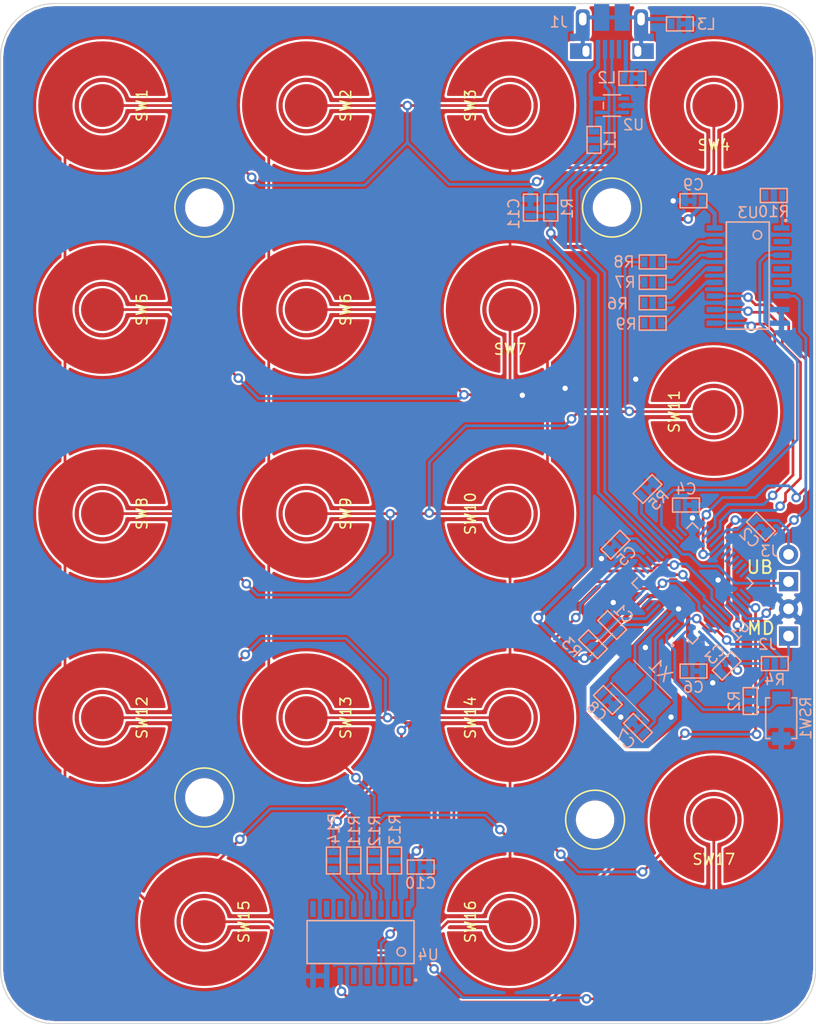
<source format=kicad_pcb>
(kicad_pcb (version 20171130) (host pcbnew "(5.1.12)-1")
  (title_block (rev 0.1))
  (layers (0 F.Cu signal) (31 B.Cu signal) (34 B.Paste user) (35 F.Paste user) (36 B.SilkS user) (37 F.SilkS user) (38 B.Mask user) (39 F.Mask user) (44 Edge.Cuts user))
  (net 0 "")
  (net 1 /COL0)
  (net 2 /COL1)
  (net 3 /COL2)
  (net 4 /COL3)
  (net 5 /ROW1)
  (net 6 /ROW2)
  (net 7 /ROW3)
  (net 8 /ROW4)
  (net 9 /ROW5)
  (net 10 GND)
  (net 11 /RESET)
  (net 12 VCC)
  (net 13 /TSCAP)
  (net 14 /MD)
  (net 15 "Net-(C5-Pad2)")
  (net 16 "Net-(C6-Pad1)")
  (net 17 "Net-(C7-Pad1)")
  (net 18 "Net-(C8-Pad1)")
  (net 19 /VBUS)
  (net 20 /USB_DM)
  (net 21 /USB_DP)
  (net 22 "Net-(J1-Pad5)")
  (net 23 "Net-(J1-Pad6)")
  (net 24 /UB)
  (net 25 "Net-(L1-Pad1)")
  (net 26 "Net-(R3-Pad1)")
  (net 27 "Net-(R6-Pad2)")
  (net 28 "Net-(R7-Pad2)")
  (net 29 "Net-(R8-Pad2)")
  (net 30 "Net-(R9-Pad2)")
  (net 31 "Net-(R10-Pad2)")
  (net 32 "Net-(R11-Pad2)")
  (net 33 "Net-(R12-Pad2)")
  (net 34 "Net-(R13-Pad2)")
  (net 35 "Net-(R14-Pad2)")
  (net 36 /COL_C)
  (net 37 /COL_B)
  (net 38 /COL_A)
  (net 39 /COL)
  (net 40 /ROW)
  (net 41 /COL_INH)
  (net 42 /ROW_INH)
  (net 43 /ROW_C)
  (net 44 /ROW_B)
  (net 45 /ROW_A)
  (module ESC_Pads:ESC_Pad_D (layer F.Cu) (at 70.95 61.9 90)
    (fp_text reference SW1 (at 0 3.7 90) (layer F.SilkS))
    (fp_text value ESC_Pad_D hide)
    (pad 2 smd circle (at 3.5 0 90) (size 1 1) (layers F.Cu) (net 1 /COL0))
    (pad 2 smd circle (at 0 -3.5 90) (size 1 1) (layers F.Cu) (net 1 /COL0))
    (pad 2 smd circle (at -3.5 0 90) (size 1 1) (layers F.Cu) (net 1 /COL0))
    (pad 1 smd circle (at 0 0 90) (size 4 4) (layers F.Cu) (net 5 /ROW1))
  )
  (module ESC_Pads:ESC_Pad_D (layer F.Cu) (at 90 61.9 90)
    (fp_text reference SW2 (at 0 3.7 90) (layer F.SilkS))
    (fp_text value ESC_Pad_D hide)
    (pad 2 smd circle (at 3.5 0 90) (size 1 1) (layers F.Cu) (net 2 /COL1))
    (pad 2 smd circle (at 0 -3.5 90) (size 1 1) (layers F.Cu) (net 2 /COL1))
    (pad 2 smd circle (at -3.5 0 90) (size 1 1) (layers F.Cu) (net 2 /COL1))
    (pad 1 smd circle (at 0 0 90) (size 4 4) (layers F.Cu) (net 5 /ROW1))
  )
  (module ESC_Pads:ESC_Pad_D (layer F.Cu) (at 109.05 61.9 270)
    (fp_text reference SW3 (at 0 3.7 270) (layer F.SilkS))
    (fp_text value ESC_Pad_D hide)
    (pad 2 smd circle (at 3.5 0 270) (size 1 1) (layers F.Cu) (net 3 /COL2))
    (pad 2 smd circle (at 0 -3.5 270) (size 1 1) (layers F.Cu) (net 3 /COL2))
    (pad 2 smd circle (at -3.5 0 270) (size 1 1) (layers F.Cu) (net 3 /COL2))
    (pad 1 smd circle (at 0 0 270) (size 4 4) (layers F.Cu) (net 5 /ROW1))
  )
  (module ESC_Pads:ESC_Pad_D (layer F.Cu) (at 128.1 61.9)
    (fp_text reference SW4 (at 0 3.7) (layer F.SilkS))
    (fp_text value ESC_Pad_D hide)
    (pad 2 smd circle (at 3.5 0) (size 1 1) (layers F.Cu) (net 4 /COL3))
    (pad 2 smd circle (at 0 -3.5) (size 1 1) (layers F.Cu) (net 4 /COL3))
    (pad 2 smd circle (at -3.5 0) (size 1 1) (layers F.Cu) (net 4 /COL3))
    (pad 1 smd circle (at 0 0) (size 4 4) (layers F.Cu) (net 5 /ROW1))
  )
  (module ESC_Pads:ESC_Pad_D (layer F.Cu) (at 70.95 80.95 90)
    (fp_text reference SW5 (at 0 3.7 90) (layer F.SilkS))
    (fp_text value ESC_Pad_D hide)
    (pad 2 smd circle (at 3.5 0 90) (size 1 1) (layers F.Cu) (net 1 /COL0))
    (pad 2 smd circle (at 0 -3.5 90) (size 1 1) (layers F.Cu) (net 1 /COL0))
    (pad 2 smd circle (at -3.5 0 90) (size 1 1) (layers F.Cu) (net 1 /COL0))
    (pad 1 smd circle (at 0 0 90) (size 4 4) (layers F.Cu) (net 6 /ROW2))
  )
  (module ESC_Pads:ESC_Pad_D (layer F.Cu) (at 90 80.95 90)
    (fp_text reference SW6 (at 0 3.7 90) (layer F.SilkS))
    (fp_text value ESC_Pad_D hide)
    (pad 2 smd circle (at 3.5 0 90) (size 1 1) (layers F.Cu) (net 2 /COL1))
    (pad 2 smd circle (at 0 -3.5 90) (size 1 1) (layers F.Cu) (net 2 /COL1))
    (pad 2 smd circle (at -3.5 0 90) (size 1 1) (layers F.Cu) (net 2 /COL1))
    (pad 1 smd circle (at 0 0 90) (size 4 4) (layers F.Cu) (net 6 /ROW2))
  )
  (module ESC_Pads:ESC_Pad_D (layer F.Cu) (at 109.05 80.95)
    (fp_text reference SW7 (at 0 3.7) (layer F.SilkS))
    (fp_text value ESC_Pad_D hide)
    (pad 2 smd circle (at 3.5 0) (size 1 1) (layers F.Cu) (net 3 /COL2))
    (pad 2 smd circle (at 0 -3.5) (size 1 1) (layers F.Cu) (net 3 /COL2))
    (pad 2 smd circle (at -3.5 0) (size 1 1) (layers F.Cu) (net 3 /COL2))
    (pad 1 smd circle (at 0 0) (size 4 4) (layers F.Cu) (net 6 /ROW2))
  )
  (module ESC_Pads:ESC_Pad_D (layer F.Cu) (at 70.95 100 90)
    (fp_text reference SW8 (at 0 3.7 90) (layer F.SilkS))
    (fp_text value ESC_Pad_D hide)
    (pad 2 smd circle (at 3.5 0 90) (size 1 1) (layers F.Cu) (net 1 /COL0))
    (pad 2 smd circle (at 0 -3.5 90) (size 1 1) (layers F.Cu) (net 1 /COL0))
    (pad 2 smd circle (at -3.5 0 90) (size 1 1) (layers F.Cu) (net 1 /COL0))
    (pad 1 smd circle (at 0 0 90) (size 4 4) (layers F.Cu) (net 7 /ROW3))
  )
  (module ESC_Pads:ESC_Pad_D (layer F.Cu) (at 90 100 90)
    (fp_text reference SW9 (at 0 3.7 90) (layer F.SilkS))
    (fp_text value ESC_Pad_D hide)
    (pad 2 smd circle (at 3.5 0 90) (size 1 1) (layers F.Cu) (net 2 /COL1))
    (pad 2 smd circle (at 0 -3.5 90) (size 1 1) (layers F.Cu) (net 2 /COL1))
    (pad 2 smd circle (at -3.5 0 90) (size 1 1) (layers F.Cu) (net 2 /COL1))
    (pad 1 smd circle (at 0 0 90) (size 4 4) (layers F.Cu) (net 7 /ROW3))
  )
  (module ESC_Pads:ESC_Pad_D (layer F.Cu) (at 109.05 100 270)
    (fp_text reference SW10 (at 0 3.7 270) (layer F.SilkS))
    (fp_text value ESC_Pad_D hide)
    (pad 2 smd circle (at 3.5 0 270) (size 1 1) (layers F.Cu) (net 3 /COL2))
    (pad 2 smd circle (at 0 -3.5 270) (size 1 1) (layers F.Cu) (net 3 /COL2))
    (pad 2 smd circle (at -3.5 0 270) (size 1 1) (layers F.Cu) (net 3 /COL2))
    (pad 1 smd circle (at 0 0 270) (size 4 4) (layers F.Cu) (net 7 /ROW3))
  )
  (module ESC_Pads:ESC_Pad_D (layer F.Cu) (at 128.1 90.475 270)
    (fp_text reference SW11 (at 0 3.7 270) (layer F.SilkS))
    (fp_text value ESC_Pad_D hide)
    (pad 2 smd circle (at 3.5 0 270) (size 1 1) (layers F.Cu) (net 4 /COL3))
    (pad 2 smd circle (at 0 -3.5 270) (size 1 1) (layers F.Cu) (net 4 /COL3))
    (pad 2 smd circle (at -3.5 0 270) (size 1 1) (layers F.Cu) (net 4 /COL3))
    (pad 1 smd circle (at 0 0 270) (size 4 4) (layers F.Cu) (net 7 /ROW3))
  )
  (module ESC_Pads:ESC_Pad_D (layer F.Cu) (at 70.95 119.05 90)
    (fp_text reference SW12 (at 0 3.7 90) (layer F.SilkS))
    (fp_text value ESC_Pad_D hide)
    (pad 2 smd circle (at 3.5 0 90) (size 1 1) (layers F.Cu) (net 1 /COL0))
    (pad 2 smd circle (at 0 -3.5 90) (size 1 1) (layers F.Cu) (net 1 /COL0))
    (pad 2 smd circle (at -3.5 0 90) (size 1 1) (layers F.Cu) (net 1 /COL0))
    (pad 1 smd circle (at 0 0 90) (size 4 4) (layers F.Cu) (net 8 /ROW4))
  )
  (module ESC_Pads:ESC_Pad_D (layer F.Cu) (at 90 119.05 90)
    (fp_text reference SW13 (at 0 3.7 90) (layer F.SilkS))
    (fp_text value ESC_Pad_D hide)
    (pad 2 smd circle (at 3.5 0 90) (size 1 1) (layers F.Cu) (net 2 /COL1))
    (pad 2 smd circle (at 0 -3.5 90) (size 1 1) (layers F.Cu) (net 2 /COL1))
    (pad 2 smd circle (at -3.5 0 90) (size 1 1) (layers F.Cu) (net 2 /COL1))
    (pad 1 smd circle (at 0 0 90) (size 4 4) (layers F.Cu) (net 8 /ROW4))
  )
  (module ESC_Pads:ESC_Pad_D (layer F.Cu) (at 109.05 119.05 270)
    (fp_text reference SW14 (at 0 3.7 270) (layer F.SilkS))
    (fp_text value ESC_Pad_D hide)
    (pad 2 smd circle (at 3.5 0 270) (size 1 1) (layers F.Cu) (net 3 /COL2))
    (pad 2 smd circle (at 0 -3.5 270) (size 1 1) (layers F.Cu) (net 3 /COL2))
    (pad 2 smd circle (at -3.5 0 270) (size 1 1) (layers F.Cu) (net 3 /COL2))
    (pad 1 smd circle (at 0 0 270) (size 4 4) (layers F.Cu) (net 8 /ROW4))
  )
  (module ESC_Pads:ESC_Pad_D (layer F.Cu) (at 80.475 138.1 90)
    (fp_text reference SW15 (at 0 3.7 90) (layer F.SilkS))
    (fp_text value ESC_Pad_D hide)
    (pad 2 smd circle (at 3.5 0 90) (size 1 1) (layers F.Cu) (net 1 /COL0))
    (pad 2 smd circle (at 0 -3.5 90) (size 1 1) (layers F.Cu) (net 1 /COL0))
    (pad 2 smd circle (at -3.5 0 90) (size 1 1) (layers F.Cu) (net 1 /COL0))
    (pad 1 smd circle (at 0 0 90) (size 4 4) (layers F.Cu) (net 9 /ROW5))
  )
  (module ESC_Pads:ESC_Pad_D (layer F.Cu) (at 109.05 138.1 270)
    (fp_text reference SW16 (at 0 3.7 270) (layer F.SilkS))
    (fp_text value ESC_Pad_D hide)
    (pad 2 smd circle (at 3.5 0 270) (size 1 1) (layers F.Cu) (net 2 /COL1))
    (pad 2 smd circle (at 0 -3.5 270) (size 1 1) (layers F.Cu) (net 2 /COL1))
    (pad 2 smd circle (at -3.5 0 270) (size 1 1) (layers F.Cu) (net 2 /COL1))
    (pad 1 smd circle (at 0 0 270) (size 4 4) (layers F.Cu) (net 9 /ROW5))
  )
  (module ESC_Pads:ESC_Pad_D (layer F.Cu) (at 128.1 128.575)
    (fp_text reference SW17 (at 0 3.7) (layer F.SilkS))
    (fp_text value ESC_Pad_D hide)
    (pad 2 smd circle (at 3.5 0) (size 1 1) (layers F.Cu) (net 3 /COL2))
    (pad 2 smd circle (at 0 -3.5) (size 1 1) (layers F.Cu) (net 3 /COL2))
    (pad 2 smd circle (at -3.5 0) (size 1 1) (layers F.Cu) (net 3 /COL2))
    (pad 1 smd circle (at 0 0) (size 4 4) (layers F.Cu) (net 9 /ROW5))
  )
  (module local_mod:0603_1608 (layer B.Cu) (at 118.6 110.4 135)
    (fp_text reference C1 (at 0 1.5 135) (layer B.SilkS) (effects (font (size 1.016 1.016) (thickness 0.1524)) (justify mirror)))
    (fp_text value 100n hide)
    (pad 1 smd rect (at -0.799999 0 135) (size 0.6 1) (layers B.Cu B.Paste B.Mask) (net 12 VCC))
    (pad 2 smd rect (at 0.799999 0 135) (size 0.6 1) (layers B.Cu B.Paste B.Mask) (net 10 GND))
  )
  (module local_mod:0603_1608 (layer B.Cu) (at 132.5 101.2 315)
    (fp_text reference C2 (at 0 1.5 315) (layer B.SilkS) (effects (font (size 1.016 1.016) (thickness 0.1524)) (justify mirror)))
    (fp_text value 100n hide)
    (pad 2 smd rect (at 0.799999 0 315) (size 0.6 1) (layers B.Cu B.Paste B.Mask) (net 10 GND))
    (pad 1 smd rect (at -0.799999 0 315) (size 0.6 1) (layers B.Cu B.Paste B.Mask) (net 12 VCC))
  )
  (module local_mod:0603_1608 (layer B.Cu) (at 129.3 114.2 225)
    (fp_text reference C3 (at 0 1.5 225) (layer B.SilkS) (effects (font (size 1.016 1.016) (thickness 0.1524)) (justify mirror)))
    (fp_text value 100n hide)
    (pad 1 smd rect (at -0.799999 0 225) (size 0.6 1) (layers B.Cu B.Paste B.Mask) (net 12 VCC))
    (pad 2 smd rect (at 0.799999 0 225) (size 0.6 1) (layers B.Cu B.Paste B.Mask) (net 10 GND))
  )
  (module local_mod:0603_1608 (layer B.Cu) (at 125.5 99.2 180)
    (fp_text reference C4 (at 0 1.5 180) (layer B.SilkS) (effects (font (size 1.016 1.016) (thickness 0.1524)) (justify mirror)))
    (fp_text value 10n hide)
    (pad 1 smd rect (at -0.8 0 180) (size 0.6 1) (layers B.Cu B.Paste B.Mask) (net 10 GND))
    (pad 2 smd rect (at 0.8 0 180) (size 0.6 1) (layers B.Cu B.Paste B.Mask) (net 13 /TSCAP))
  )
  (module local_mod:0603_1608 (layer B.Cu) (at 118.9 102.9 45)
    (fp_text reference C5 (at 0 1.5 45) (layer B.SilkS) (effects (font (size 1.016 1.016) (thickness 0.1524)) (justify mirror)))
    (fp_text value 330n hide)
    (pad 2 smd rect (at 0.799999 0 45) (size 0.6 1) (layers B.Cu B.Paste B.Mask) (net 15 "Net-(C5-Pad2)"))
    (pad 1 smd rect (at -0.799999 0 45) (size 0.6 1) (layers B.Cu B.Paste B.Mask) (net 10 GND))
  )
  (module local_mod:0603_1608 (layer B.Cu) (at 126.2 114.7)
    (fp_text reference C6 (at 0 1.5) (layer B.SilkS) (effects (font (size 1.016 1.016) (thickness 0.1524)) (justify mirror)))
    (fp_text value 4u7 hide)
    (pad 1 smd rect (at -0.8 0) (size 0.6 1) (layers B.Cu B.Paste B.Mask) (net 16 "Net-(C6-Pad1)"))
    (pad 2 smd rect (at 0.8 0) (size 0.6 1) (layers B.Cu B.Paste B.Mask) (net 10 GND))
  )
  (module local_mod:0603_1608 (layer B.Cu) (at 121 120 135)
    (fp_text reference C7 (at 0.070711 -1.626346 135) (layer B.SilkS) (effects (font (size 1.016 1.016) (thickness 0.1524)) (justify mirror)))
    (fp_text value 4p hide)
    (pad 1 smd rect (at -0.799999 0 135) (size 0.6 1) (layers B.Cu B.Paste B.Mask) (net 17 "Net-(C7-Pad1)"))
    (pad 2 smd rect (at 0.799999 0 135) (size 0.6 1) (layers B.Cu B.Paste B.Mask) (net 10 GND))
  )
  (module local_mod:0603_1608 (layer B.Cu) (at 118.2 117.4 315)
    (fp_text reference C8 (at 0 1.5 315) (layer B.SilkS) (effects (font (size 1.016 1.016) (thickness 0.1524)) (justify mirror)))
    (fp_text value 4p hide)
    (pad 2 smd rect (at 0.799999 0 315) (size 0.6 1) (layers B.Cu B.Paste B.Mask) (net 10 GND))
    (pad 1 smd rect (at -0.799999 0 315) (size 0.6 1) (layers B.Cu B.Paste B.Mask) (net 18 "Net-(C8-Pad1)"))
  )
  (module local_mod:0603_1608 (layer B.Cu) (at 126.195 70.79 180)
    (fp_text reference C9 (at 0 1.5 180) (layer B.SilkS) (effects (font (size 1.016 1.016) (thickness 0.1524)) (justify mirror)))
    (fp_text value 100n hide)
    (pad 2 smd rect (at 0.8 0 180) (size 0.6 1) (layers B.Cu B.Paste B.Mask) (net 10 GND))
    (pad 1 smd rect (at -0.8 0 180) (size 0.6 1) (layers B.Cu B.Paste B.Mask) (net 12 VCC))
  )
  (module local_mod:0603_1608 (layer B.Cu) (at 100.7 133)
    (fp_text reference C10 (at 0 1.5) (layer B.SilkS) (effects (font (size 1.016 1.016) (thickness 0.1524)) (justify mirror)))
    (fp_text value 100n hide)
    (pad 2 smd rect (at 0.8 0) (size 0.6 1) (layers B.Cu B.Paste B.Mask) (net 10 GND))
    (pad 1 smd rect (at -0.8 0) (size 0.6 1) (layers B.Cu B.Paste B.Mask) (net 12 VCC))
  )
  (module local_mod:0603_1608 (layer B.Cu) (at 110.955 71.425 90)
    (fp_text reference C11 (at -0.575 -1.555 90) (layer B.SilkS) (effects (font (size 1.016 1.016) (thickness 0.1524)) (justify mirror)))
    (fp_text value 4u7 hide)
    (pad 1 smd rect (at -0.8 0 90) (size 0.6 1) (layers B.Cu B.Paste B.Mask) (net 12 VCC))
    (pad 2 smd rect (at 0.8 0 90) (size 0.6 1) (layers B.Cu B.Paste B.Mask) (net 10 GND))
  )
  (module local_mod:10103594 (layer B.Cu) (at 118.575 56.82)
    (fp_text reference J1 (at -4.975 -2.72) (layer B.SilkS) (effects (justify mirror)))
    (fp_text value MicroB hide)
    (pad 1 smd rect (at -1.3 -0.175) (size 0.4 1.75) (layers B.Cu B.Paste B.Mask) (net 19 /VBUS))
    (pad 2 smd rect (at -0.65 -0.175) (size 0.4 1.75) (layers B.Cu B.Paste B.Mask) (net 20 /USB_DM))
    (pad 3 smd rect (at 0 -0.175) (size 0.4 1.75) (layers B.Cu B.Paste B.Mask) (net 21 /USB_DP))
    (pad 4 smd rect (at 0.65 -0.175) (size 0.4 1.75) (layers B.Cu B.Paste B.Mask))
    (pad 5 smd rect (at 1.3 -0.175) (size 0.4 1.75) (layers B.Cu B.Paste B.Mask) (net 22 "Net-(J1-Pad5)"))
    (pad 6 thru_hole rect (at -2.425 0) (size 2 1.46) (drill oval 0.65 1.05 (offset -0.49 0)) (layers *.Cu *.Mask B.Paste) (net 23 "Net-(J1-Pad6)"))
    (pad 6 thru_hole rect (at 2.425 0) (size 2 1.46) (drill oval 0.65 1.05 (offset 0.49 0)) (layers *.Cu *.Mask B.Paste) (net 23 "Net-(J1-Pad6)"))
    (pad 6 thru_hole roundrect (at -2.725 -3) (size 1.3 2.7) (drill oval 0.7 1.2 (offset 0 0.45)) (layers *.Cu *.Mask B.Paste) (roundrect_rratio 0.3) (net 23 "Net-(J1-Pad6)"))
    (pad 6 thru_hole roundrect (at 2.725 -3) (size 1.3 2.7) (drill oval 0.7 1.2 (offset 0 0.45)) (layers *.Cu *.Mask B.Paste) (roundrect_rratio 0.3) (net 23 "Net-(J1-Pad6)"))
    (pad 6 smd rect (at -0.9625 -3.15) (size 1.425 2.5) (layers B.Cu B.Paste B.Mask) (net 23 "Net-(J1-Pad6)"))
    (pad 6 smd rect (at 0.9625 -3.15) (size 1.425 2.5) (layers B.Cu B.Paste B.Mask) (net 23 "Net-(J1-Pad6)"))
    (pad 6 smd rect (at -3 -1.3) (size 1.83 0.7) (layers B.Cu B.Paste B.Mask) (net 23 "Net-(J1-Pad6)"))
    (pad 6 smd rect (at 3 -1.3) (size 1.83 0.7) (layers B.Cu B.Paste B.Mask) (net 23 "Net-(J1-Pad6)"))
  )
  (module local_mod:J2 (layer B.Cu) (at 135.085 110.16)
    (fp_text reference J2 (at -1.985 2.04) (layer B.SilkS) (effects (justify mirror)))
    (fp_text value CON2 hide)
    (pad 2 thru_hole circle (at 0 -1.27) (size 1.8 1.8) (drill 1) (layers *.Cu *.Mask) (net 10 GND))
    (pad 1 thru_hole rect (at 0 1.27) (size 1.8 1.8) (drill 1) (layers *.Cu *.Mask) (net 14 /MD))
  )
  (module local_mod:J2 (layer B.Cu) (at 135.085 105.08)
    (fp_text reference J3 (at -1.785 -1.58) (layer B.SilkS) (effects (justify mirror)))
    (fp_text value CON2 hide)
    (pad 1 thru_hole rect (at 0 1.27) (size 1.8 1.8) (drill 1) (layers *.Cu *.Mask) (net 24 /UB))
    (pad 2 thru_hole circle (at 0 -1.27) (size 1.8 1.8) (drill 1) (layers *.Cu *.Mask) (net 12 VCC))
  )
  (module local_mod:0603_1608 (layer B.Cu) (at 116.9 65.1 90)
    (fp_text reference L1 (at 0 1.5 90) (layer B.SilkS) (effects (font (size 1.016 1.016) (thickness 0.1524)) (justify mirror)))
    (fp_text value INDUCTOR2 hide)
    (pad 1 smd rect (at -0.8 0 90) (size 0.6 1) (layers B.Cu B.Paste B.Mask) (net 25 "Net-(L1-Pad1)"))
    (pad 2 smd rect (at 0.8 0 90) (size 0.6 1) (layers B.Cu B.Paste B.Mask) (net 19 /VBUS))
  )
  (module local_mod:0603_1608 (layer B.Cu) (at 120.48 59.36 180)
    (fp_text reference L2 (at 2.38 0.06 180) (layer B.SilkS) (effects (font (size 1.016 1.016) (thickness 0.1524)) (justify mirror)))
    (fp_text value INDUCTOR2 hide)
    (pad 2 smd rect (at 0.8 0 180) (size 0.6 1) (layers B.Cu B.Paste B.Mask) (net 22 "Net-(J1-Pad5)"))
    (pad 1 smd rect (at -0.8 0 180) (size 0.6 1) (layers B.Cu B.Paste B.Mask) (net 10 GND))
  )
  (module local_mod:0603_1608 (layer B.Cu) (at 124.925 54.28 180)
    (fp_text reference L3 (at -2.475 -0.02 180) (layer B.SilkS) (effects (font (size 1.016 1.016) (thickness 0.1524)) (justify mirror)))
    (fp_text value INDUCTOR2 hide)
    (pad 1 smd rect (at -0.8 0 180) (size 0.6 1) (layers B.Cu B.Paste B.Mask) (net 10 GND))
    (pad 2 smd rect (at 0.8 0 180) (size 0.6 1) (layers B.Cu B.Paste B.Mask) (net 23 "Net-(J1-Pad6)"))
  )
  (module local_mod:0603_1608 (layer B.Cu) (at 112.86 71.425 270)
    (fp_text reference R1 (at 0.075 -1.54 270) (layer B.SilkS) (effects (font (size 1.016 1.016) (thickness 0.1524)) (justify mirror)))
    (fp_text value Polyswitch hide)
    (pad 2 smd rect (at 0.8 0 270) (size 0.6 1) (layers B.Cu B.Paste B.Mask) (net 12 VCC))
    (pad 1 smd rect (at -0.8 0 270) (size 0.6 1) (layers B.Cu B.Paste B.Mask) (net 25 "Net-(L1-Pad1)"))
  )
  (module local_mod:0603_1608_R (layer B.Cu) (at 131.5 117.5 270)
    (fp_text reference R2 (at 0 1.5 270) (layer B.SilkS) (effects (font (size 1.016 1.016) (thickness 0.1524)) (justify mirror)))
    (fp_text value 4K7 hide)
    (pad 2 smd rect (at 0.8 0 270) (size 0.6 1) (layers B.Cu B.Paste B.Mask) (net 11 /RESET))
    (pad 1 smd rect (at -0.8 0 270) (size 0.6 1) (layers B.Cu B.Paste B.Mask) (net 12 VCC))
  )
  (module local_mod:0603_1608_R (layer B.Cu) (at 116.8 112.2 315)
    (fp_text reference R3 (at -1.202082 1.626346 315) (layer B.SilkS) (effects (font (size 1.016 1.016) (thickness 0.1524)) (justify mirror)))
    (fp_text value 10K hide)
    (pad 1 smd rect (at -0.799999 0 315) (size 0.6 1) (layers B.Cu B.Paste B.Mask) (net 26 "Net-(R3-Pad1)"))
    (pad 2 smd rect (at 0.799999 0 315) (size 0.6 1) (layers B.Cu B.Paste B.Mask) (net 12 VCC))
  )
  (module local_mod:0603_1608_R (layer B.Cu) (at 133.8 114)
    (fp_text reference R4 (at 0 1.5) (layer B.SilkS) (effects (font (size 1.016 1.016) (thickness 0.1524)) (justify mirror)))
    (fp_text value 4K7 hide)
    (pad 1 smd rect (at -0.8 0) (size 0.6 1) (layers B.Cu B.Paste B.Mask) (net 12 VCC))
    (pad 2 smd rect (at 0.8 0) (size 0.6 1) (layers B.Cu B.Paste B.Mask) (net 14 /MD))
  )
  (module local_mod:0603_1608_R (layer B.Cu) (at 121.9 97.7 45)
    (fp_text reference R5 (at 0 1.5 45) (layer B.SilkS) (effects (font (size 1.016 1.016) (thickness 0.1524)) (justify mirror)))
    (fp_text value 10K hide)
    (pad 2 smd rect (at 0.799999 0 45) (size 0.6 1) (layers B.Cu B.Paste B.Mask) (net 10 GND))
    (pad 1 smd rect (at -0.799999 0 45) (size 0.6 1) (layers B.Cu B.Paste B.Mask) (net 24 /UB))
  )
  (module local_mod:0603_1608_R (layer B.Cu) (at 122.385 80.315)
    (fp_text reference R6 (at -3.285 0.085) (layer B.SilkS) (effects (font (size 1.016 1.016) (thickness 0.1524)) (justify mirror)))
    (fp_text value 470 hide)
    (pad 2 smd rect (at 0.8 0) (size 0.6 1) (layers B.Cu B.Paste B.Mask) (net 27 "Net-(R6-Pad2)"))
    (pad 1 smd rect (at -0.8 0) (size 0.6 1) (layers B.Cu B.Paste B.Mask) (net 5 /ROW1))
  )
  (module local_mod:0603_1608_R (layer B.Cu) (at 122.385 78.41)
    (fp_text reference R7 (at -2.585 -0.01) (layer B.SilkS) (effects (font (size 1.016 1.016) (thickness 0.1524)) (justify mirror)))
    (fp_text value 470 hide)
    (pad 1 smd rect (at -0.8 0) (size 0.6 1) (layers B.Cu B.Paste B.Mask) (net 6 /ROW2))
    (pad 2 smd rect (at 0.8 0) (size 0.6 1) (layers B.Cu B.Paste B.Mask) (net 28 "Net-(R7-Pad2)"))
  )
  (module local_mod:0603_1608_R (layer B.Cu) (at 122.385 76.505)
    (fp_text reference R8 (at -2.685 -0.005) (layer B.SilkS) (effects (font (size 1.016 1.016) (thickness 0.1524)) (justify mirror)))
    (fp_text value 470 hide)
    (pad 2 smd rect (at 0.8 0) (size 0.6 1) (layers B.Cu B.Paste B.Mask) (net 29 "Net-(R8-Pad2)"))
    (pad 1 smd rect (at -0.8 0) (size 0.6 1) (layers B.Cu B.Paste B.Mask) (net 7 /ROW3))
  )
  (module local_mod:0603_1608_R (layer B.Cu) (at 122.385 82.22)
    (fp_text reference R9 (at -2.485 0.08) (layer B.SilkS) (effects (font (size 1.016 1.016) (thickness 0.1524)) (justify mirror)))
    (fp_text value 470 hide)
    (pad 1 smd rect (at -0.8 0) (size 0.6 1) (layers B.Cu B.Paste B.Mask) (net 8 /ROW4))
    (pad 2 smd rect (at 0.8 0) (size 0.6 1) (layers B.Cu B.Paste B.Mask) (net 30 "Net-(R9-Pad2)"))
  )
  (module local_mod:0603_1608_R (layer B.Cu) (at 133.7 70.3)
    (fp_text reference R10 (at 0 1.5) (layer B.SilkS) (effects (font (size 1.016 1.016) (thickness 0.1524)) (justify mirror)))
    (fp_text value 470 hide)
    (pad 2 smd rect (at 0.8 0) (size 0.6 1) (layers B.Cu B.Paste B.Mask) (net 31 "Net-(R10-Pad2)"))
    (pad 1 smd rect (at -0.8 0) (size 0.6 1) (layers B.Cu B.Paste B.Mask) (net 9 /ROW5))
  )
  (module local_mod:0603_1608_R (layer B.Cu) (at 94.445 132.385 270)
    (fp_text reference R11 (at -2.785 -0.055 270) (layer B.SilkS) (effects (font (size 1.016 1.016) (thickness 0.1524)) (justify mirror)))
    (fp_text value 470 hide)
    (pad 1 smd rect (at -0.8 0 270) (size 0.6 1) (layers B.Cu B.Paste B.Mask) (net 1 /COL0))
    (pad 2 smd rect (at 0.8 0 270) (size 0.6 1) (layers B.Cu B.Paste B.Mask) (net 32 "Net-(R11-Pad2)"))
  )
  (module local_mod:0603_1608_R (layer B.Cu) (at 96.35 132.385 270)
    (fp_text reference R12 (at -2.785 -0.05 270) (layer B.SilkS) (effects (font (size 1.016 1.016) (thickness 0.1524)) (justify mirror)))
    (fp_text value 470 hide)
    (pad 1 smd rect (at -0.8 0 270) (size 0.6 1) (layers B.Cu B.Paste B.Mask) (net 2 /COL1))
    (pad 2 smd rect (at 0.8 0 270) (size 0.6 1) (layers B.Cu B.Paste B.Mask) (net 33 "Net-(R12-Pad2)"))
  )
  (module local_mod:0603_1608_R (layer B.Cu) (at 98.255 132.385 270)
    (fp_text reference R13 (at -2.885 -0.045 270) (layer B.SilkS) (effects (font (size 1.016 1.016) (thickness 0.1524)) (justify mirror)))
    (fp_text value 470 hide)
    (pad 1 smd rect (at -0.8 0 270) (size 0.6 1) (layers B.Cu B.Paste B.Mask) (net 3 /COL2))
    (pad 2 smd rect (at 0.8 0 270) (size 0.6 1) (layers B.Cu B.Paste B.Mask) (net 34 "Net-(R13-Pad2)"))
  )
  (module local_mod:0603_1608_R (layer B.Cu) (at 92.54 132.385 270)
    (fp_text reference R14 (at -2.985 -0.06 270) (layer B.SilkS) (effects (font (size 1.016 1.016) (thickness 0.1524)) (justify mirror)))
    (fp_text value 470 hide)
    (pad 2 smd rect (at 0.8 0 270) (size 0.6 1) (layers B.Cu B.Paste B.Mask) (net 35 "Net-(R14-Pad2)"))
    (pad 1 smd rect (at -0.8 0 270) (size 0.6 1) (layers B.Cu B.Paste B.Mask) (net 4 /COL3))
  )
  (module local_mod:TD_85XU (layer B.Cu) (at 134.4 119.1 270)
    (fp_text reference RSW1 (at 0 -2.3 270) (layer B.SilkS) (effects (justify mirror)))
    (fp_text value SWITCH hide)
    (pad 1 smd rect (at -1.9 0 270) (size 1.2 1.7) (layers B.Cu B.Paste B.Mask) (net 11 /RESET))
    (pad 2 smd rect (at 1.9 0 270) (size 1.2 1.7) (layers B.Cu B.Paste B.Mask) (net 10 GND))
  )
  (module local_mod:M3NP (layer F.Cu) (at 80.475 71.425)
    (fp_text reference SR1 hide)
    (fp_text value M3 hide)
    (pad "" np_thru_hole circle (at 0 0) (size 3.2 3.2) (drill 3.2) (layers *.Cu *.Mask))
  )
  (module local_mod:M3NP (layer F.Cu) (at 80.475 126.5)
    (fp_text reference SR2 hide)
    (fp_text value M3 hide)
    (pad "" np_thru_hole circle (at 0 0) (size 3.2 3.2) (drill 3.2) (layers *.Cu *.Mask))
  )
  (module local_mod:M3NP (layer F.Cu) (at 118.575 71.425)
    (fp_text reference SR3 hide)
    (fp_text value M3 hide)
    (pad "" np_thru_hole circle (at 0 0) (size 3.2 3.2) (drill 3.2) (layers *.Cu *.Mask))
  )
  (module local_mod:M3NP (layer F.Cu) (at 117 128.575)
    (fp_text reference SR4 hide)
    (fp_text value M3 hide)
    (pad "" np_thru_hole circle (at 0 0) (size 3.2 3.2) (drill 3.2) (layers *.Cu *.Mask))
  )
  (module local_mod:LQFP48-0.5 (layer B.Cu) (at 126.1 106.5 45)
    (fp_text reference U1 (at 0 6.25 45) (layer B.SilkS) (effects (font (size 1.016 1.016) (thickness 0.1524)) (justify mirror)))
    (fp_text value R5F5231XAXFL hide)
    (pad 1 smd rect (at -4.2 2.75 45) (size 1.3 0.25) (layers B.Cu B.Paste B.Mask) (net 16 "Net-(C6-Pad1)"))
    (pad 2 smd rect (at -4.2 2.25 45) (size 1.3 0.25) (layers B.Cu B.Paste B.Mask) (net 14 /MD))
    (pad 3 smd rect (at -4.2 1.749999 45) (size 1.3 0.25) (layers B.Cu B.Paste B.Mask) (net 11 /RESET))
    (pad 4 smd rect (at -4.2 1.25 45) (size 1.3 0.25) (layers B.Cu B.Paste B.Mask) (net 17 "Net-(C7-Pad1)"))
    (pad 5 smd rect (at -4.2 0.750001 45) (size 1.3 0.25) (layers B.Cu B.Paste B.Mask) (net 10 GND))
    (pad 6 smd rect (at -4.2 0.25 45) (size 1.3 0.25) (layers B.Cu B.Paste B.Mask) (net 18 "Net-(C8-Pad1)"))
    (pad 7 smd rect (at -4.2 -0.25 45) (size 1.3 0.25) (layers B.Cu B.Paste B.Mask) (net 12 VCC))
    (pad 8 smd rect (at -4.2 -0.750001 45) (size 1.3 0.25) (layers B.Cu B.Paste B.Mask) (net 26 "Net-(R3-Pad1)"))
    (pad 9 smd rect (at -4.2 -1.25 45) (size 1.3 0.25) (layers B.Cu B.Paste B.Mask))
    (pad 10 smd rect (at -4.2 -1.749999 45) (size 1.3 0.25) (layers B.Cu B.Paste B.Mask))
    (pad 11 smd rect (at -4.2 -2.25 45) (size 1.3 0.25) (layers B.Cu B.Paste B.Mask))
    (pad 12 smd rect (at -4.2 -2.75 45) (size 1.3 0.25) (layers B.Cu B.Paste B.Mask))
    (pad 25 smd rect (at 4.2 -2.75 45) (size 1.3 0.25) (layers B.Cu B.Paste B.Mask))
    (pad 26 smd rect (at 4.2 -2.25 45) (size 1.3 0.25) (layers B.Cu B.Paste B.Mask) (net 43 /ROW_C))
    (pad 27 smd rect (at 4.2 -1.749999 45) (size 1.3 0.25) (layers B.Cu B.Paste B.Mask) (net 44 /ROW_B))
    (pad 28 smd rect (at 4.2 -1.25 45) (size 1.3 0.25) (layers B.Cu B.Paste B.Mask) (net 12 VCC))
    (pad 29 smd rect (at 4.2 -0.750001 45) (size 1.3 0.25) (layers B.Cu B.Paste B.Mask) (net 45 /ROW_A))
    (pad 30 smd rect (at 4.2 -0.25 45) (size 1.3 0.25) (layers B.Cu B.Paste B.Mask) (net 10 GND))
    (pad 31 smd rect (at 4.2 0.25 45) (size 1.3 0.25) (layers B.Cu B.Paste B.Mask))
    (pad 32 smd rect (at 4.2 0.750001 45) (size 1.3 0.25) (layers B.Cu B.Paste B.Mask))
    (pad 33 smd rect (at 4.2 1.25 45) (size 1.3 0.25) (layers B.Cu B.Paste B.Mask))
    (pad 34 smd rect (at 4.2 1.749999 45) (size 1.3 0.25) (layers B.Cu B.Paste B.Mask))
    (pad 35 smd rect (at 4.2 2.25 45) (size 1.3 0.25) (layers B.Cu B.Paste B.Mask))
    (pad 36 smd rect (at 4.2 2.75 45) (size 1.3 0.25) (layers B.Cu B.Paste B.Mask))
    (pad 13 smd rect (at -2.75 -4.2 45) (size 0.25 1.3) (layers B.Cu B.Paste B.Mask))
    (pad 14 smd rect (at -2.25 -4.2 45) (size 0.25 1.3) (layers B.Cu B.Paste B.Mask))
    (pad 15 smd rect (at -1.749999 -4.2 45) (size 0.25 1.3) (layers B.Cu B.Paste B.Mask) (net 39 /COL))
    (pad 16 smd rect (at -1.25 -4.2 45) (size 0.25 1.3) (layers B.Cu B.Paste B.Mask))
    (pad 17 smd rect (at -0.750001 -4.2 45) (size 0.25 1.3) (layers B.Cu B.Paste B.Mask) (net 15 "Net-(C5-Pad2)"))
    (pad 18 smd rect (at -0.25 -4.2 45) (size 0.25 1.3) (layers B.Cu B.Paste B.Mask) (net 20 /USB_DM))
    (pad 19 smd rect (at 0.25 -4.2 45) (size 0.25 1.3) (layers B.Cu B.Paste B.Mask) (net 21 /USB_DP))
    (pad 20 smd rect (at 0.750001 -4.2 45) (size 0.25 1.3) (layers B.Cu B.Paste B.Mask) (net 10 GND))
    (pad 21 smd rect (at 1.25 -4.2 45) (size 0.25 1.3) (layers B.Cu B.Paste B.Mask) (net 24 /UB))
    (pad 22 smd rect (at 1.749999 -4.2 45) (size 0.25 1.3) (layers B.Cu B.Paste B.Mask) (net 40 /ROW))
    (pad 23 smd rect (at 2.25 -4.2 45) (size 0.25 1.3) (layers B.Cu B.Paste B.Mask))
    (pad 24 smd rect (at 2.75 -4.2 45) (size 0.25 1.3) (layers B.Cu B.Paste B.Mask) (net 13 /TSCAP))
    (pad 37 smd rect (at 2.75 4.2 45) (size 0.25 1.3) (layers B.Cu B.Paste B.Mask))
    (pad 38 smd rect (at 2.25 4.2 45) (size 0.25 1.3) (layers B.Cu B.Paste B.Mask) (net 41 /COL_INH))
    (pad 39 smd rect (at 1.749999 4.2 45) (size 0.25 1.3) (layers B.Cu B.Paste B.Mask) (net 10 GND))
    (pad 40 smd rect (at 1.25 4.2 45) (size 0.25 1.3) (layers B.Cu B.Paste B.Mask) (net 42 /ROW_INH))
    (pad 41 smd rect (at 0.750001 4.2 45) (size 0.25 1.3) (layers B.Cu B.Paste B.Mask) (net 12 VCC))
    (pad 42 smd rect (at 0.25 4.2 45) (size 0.25 1.3) (layers B.Cu B.Paste B.Mask) (net 36 /COL_C))
    (pad 43 smd rect (at -0.25 4.2 45) (size 0.25 1.3) (layers B.Cu B.Paste B.Mask) (net 37 /COL_B))
    (pad 44 smd rect (at -0.750001 4.2 45) (size 0.25 1.3) (layers B.Cu B.Paste B.Mask) (net 10 GND))
    (pad 45 smd rect (at -1.25 4.2 45) (size 0.25 1.3) (layers B.Cu B.Paste B.Mask) (net 38 /COL_A))
    (pad 46 smd rect (at -1.749999 4.2 45) (size 0.25 1.3) (layers B.Cu B.Paste B.Mask) (net 12 VCC))
    (pad 47 smd rect (at -2.25 4.2 45) (size 0.25 1.3) (layers B.Cu B.Paste B.Mask) (net 12 VCC))
    (pad 48 smd rect (at -2.75 4.2 45) (size 0.25 1.3) (layers B.Cu B.Paste B.Mask) (net 10 GND))
  )
  (module local_mod:SOT353 (layer B.Cu) (at 118.575 61.9 270)
    (fp_text reference U2 (at 1.8 -2.025) (layer B.SilkS) (effects (justify mirror)))
    (fp_text value DF5A6.8 hide)
    (pad 1 smd rect (at -0.65 -1.1 270) (size 0.35 1) (layers B.Cu B.Paste B.Mask))
    (pad 2 smd rect (at 0 -1.1 270) (size 0.35 1) (layers B.Cu B.Paste B.Mask) (net 10 GND))
    (pad 3 smd rect (at 0.65 -1.1 270) (size 0.35 1) (layers B.Cu B.Paste B.Mask) (net 21 /USB_DP))
    (pad 4 smd rect (at 0.65 1.1 270) (size 0.35 1) (layers B.Cu B.Paste B.Mask) (net 20 /USB_DM))
    (pad 5 smd rect (at -0.65 1.1 270) (size 0.35 1) (layers B.Cu B.Paste B.Mask) (net 19 /VBUS))
  )
  (module local_mod:SOIC16 (layer B.Cu) (at 131.275 77.775 270)
    (fp_text reference U3 (at -5.875 -0.025) (layer B.SilkS) (effects (justify mirror)))
    (fp_text value 74HC4051 hide)
    (pad 1 smd rect (at -4.445 -3.15 270) (size 0.5 1.5) (layers B.Cu B.Paste B.Mask) (net 31 "Net-(R10-Pad2)"))
    (pad 9 smd rect (at 4.445 3.1 270) (size 0.5 1.5) (layers B.Cu B.Paste B.Mask) (net 43 /ROW_C))
    (pad 2 smd rect (at -3.175 -3.15 270) (size 0.5 1.5) (layers B.Cu B.Paste B.Mask))
    (pad 3 smd rect (at -1.905 -3.15 270) (size 0.5 1.5) (layers B.Cu B.Paste B.Mask) (net 40 /ROW))
    (pad 4 smd rect (at -0.635 -3.15 270) (size 0.5 1.5) (layers B.Cu B.Paste B.Mask))
    (pad 5 smd rect (at 0.635 -3.15 270) (size 0.5 1.5) (layers B.Cu B.Paste B.Mask))
    (pad 6 smd rect (at 1.905 -3.15 270) (size 0.5 1.5) (layers B.Cu B.Paste B.Mask) (net 42 /ROW_INH))
    (pad 7 smd rect (at 3.175 -3.15 270) (size 0.5 1.5) (layers B.Cu B.Paste B.Mask) (net 10 GND))
    (pad 8 smd rect (at 4.445 -3.15 270) (size 0.5 1.5) (layers B.Cu B.Paste B.Mask) (net 10 GND))
    (pad 10 smd rect (at 3.175 3.1 270) (size 0.5 1.5) (layers B.Cu B.Paste B.Mask) (net 44 /ROW_B))
    (pad 11 smd rect (at 1.905 3.1 270) (size 0.5 1.5) (layers B.Cu B.Paste B.Mask) (net 45 /ROW_A))
    (pad 12 smd rect (at 0.635 3.1 270) (size 0.5 1.5) (layers B.Cu B.Paste B.Mask) (net 30 "Net-(R9-Pad2)"))
    (pad 13 smd rect (at -0.635 3.1 270) (size 0.5 1.5) (layers B.Cu B.Paste B.Mask) (net 27 "Net-(R6-Pad2)"))
    (pad 14 smd rect (at -1.905 3.1 270) (size 0.5 1.5) (layers B.Cu B.Paste B.Mask) (net 28 "Net-(R7-Pad2)"))
    (pad 15 smd rect (at -3.175 3.1 270) (size 0.5 1.5) (layers B.Cu B.Paste B.Mask) (net 29 "Net-(R8-Pad2)"))
    (pad 16 smd rect (at -4.445 3.1 270) (size 0.5 1.5) (layers B.Cu B.Paste B.Mask) (net 12 VCC))
  )
  (module local_mod:SOIC16 (layer B.Cu) (at 95.08 140.005 180)
    (fp_text reference U4 (at -6.32 -1.195 180) (layer B.SilkS) (effects (justify mirror)))
    (fp_text value 74HC4051 hide)
    (pad 16 smd rect (at -4.445 3.1 180) (size 0.5 1.5) (layers B.Cu B.Paste B.Mask) (net 12 VCC))
    (pad 15 smd rect (at -3.175 3.1 180) (size 0.5 1.5) (layers B.Cu B.Paste B.Mask) (net 34 "Net-(R13-Pad2)"))
    (pad 14 smd rect (at -1.905 3.1 180) (size 0.5 1.5) (layers B.Cu B.Paste B.Mask) (net 33 "Net-(R12-Pad2)"))
    (pad 13 smd rect (at -0.635 3.1 180) (size 0.5 1.5) (layers B.Cu B.Paste B.Mask) (net 32 "Net-(R11-Pad2)"))
    (pad 12 smd rect (at 0.635 3.1 180) (size 0.5 1.5) (layers B.Cu B.Paste B.Mask) (net 35 "Net-(R14-Pad2)"))
    (pad 11 smd rect (at 1.905 3.1 180) (size 0.5 1.5) (layers B.Cu B.Paste B.Mask) (net 38 /COL_A))
    (pad 10 smd rect (at 3.175 3.1 180) (size 0.5 1.5) (layers B.Cu B.Paste B.Mask) (net 37 /COL_B))
    (pad 8 smd rect (at 4.445 -3.15 180) (size 0.5 1.5) (layers B.Cu B.Paste B.Mask) (net 10 GND))
    (pad 7 smd rect (at 3.175 -3.15 180) (size 0.5 1.5) (layers B.Cu B.Paste B.Mask) (net 10 GND))
    (pad 6 smd rect (at 1.905 -3.15 180) (size 0.5 1.5) (layers B.Cu B.Paste B.Mask) (net 41 /COL_INH))
    (pad 5 smd rect (at 0.635 -3.15 180) (size 0.5 1.5) (layers B.Cu B.Paste B.Mask))
    (pad 4 smd rect (at -0.635 -3.15 180) (size 0.5 1.5) (layers B.Cu B.Paste B.Mask))
    (pad 3 smd rect (at -1.905 -3.15 180) (size 0.5 1.5) (layers B.Cu B.Paste B.Mask) (net 39 /COL))
    (pad 2 smd rect (at -3.175 -3.15 180) (size 0.5 1.5) (layers B.Cu B.Paste B.Mask))
    (pad 9 smd rect (at 4.445 3.1 180) (size 0.5 1.5) (layers B.Cu B.Paste B.Mask) (net 36 /COL_C))
    (pad 1 smd rect (at -4.445 -3.15 180) (size 0.5 1.5) (layers B.Cu B.Paste B.Mask))
  )
  (module local_mod:Crystal_5032 (layer B.Cu) (at 121.3 116.5 315)
    (fp_text reference X1 (at -0.070711 -2.616295 315) (layer B.SilkS) (effects (font (size 1.2 1.2)) (justify mirror)))
    (fp_text value 12MHz hide)
    (pad 1 smd rect (at -1.8 0 315) (size 2 2.4) (layers B.Cu B.Paste B.Mask) (net 18 "Net-(C8-Pad1)"))
    (pad 2 smd rect (at 1.8 0 315) (size 2 2.4) (layers B.Cu B.Paste B.Mask) (net 17 "Net-(C7-Pad1)"))
  )
  (gr_text UB (at 132.4 105) (layer F.SilkS) (effects (font (size 1.2 1.2) (thickness 0.18))))
  (gr_text MD (at 132.5 110.7) (layer F.SilkS) (effects (font (size 1.2 1.2) (thickness 0.18))))
  (gr_line (start 61.425 142.545) (end 61.425 57.455) (angle 90) (layer Edge.Cuts) (width 0.1))
  (gr_line (start 132.545 147.625) (end 66.505 147.625) (angle 90) (layer Edge.Cuts) (width 0.1))
  (gr_line (start 137.625 57.455) (end 137.625 142.545) (angle 90) (layer Edge.Cuts) (width 0.1))
  (gr_line (start 66.505 52.375) (end 132.545 52.375) (angle 90) (layer Edge.Cuts) (width 0.1))
  (gr_arc (start 132.545 57.455) (end 132.545 52.375) (angle 90) (layer Edge.Cuts) (width 0.1))
  (gr_arc (start 66.505 57.455) (end 61.425 57.455) (angle 90) (layer Edge.Cuts) (width 0.1))
  (gr_arc (start 132.545 142.545) (end 137.625 142.545) (angle 90) (layer Edge.Cuts) (width 0.1))
  (gr_arc (start 66.505 142.545) (end 66.505 147.625) (angle 90) (layer Edge.Cuts) (width 0.1))
  (segment (start 94.445 131.585) (end 94.445 128.645) (width 0.254) (layer B.Cu) (net 1))
  (segment (start 80.475 133.725) (end 80.475 134.6) (width 0.254) (layer F.Cu) (net 1))
  (segment (start 83.8 130.4) (end 80.475 133.725) (width 0.254) (layer F.Cu) (net 1))
  (via (at 83.8 130.4) (size 0.9) (drill 0.5) (layers F.Cu B.Cu) (net 1))
  (segment (start 86.65 127.55) (end 83.8 130.4) (width 0.254) (layer B.Cu) (net 1))
  (segment (start 93.35 127.55) (end 86.65 127.55) (width 0.254) (layer B.Cu) (net 1))
  (segment (start 94.445 128.645) (end 93.35 127.55) (width 0.254) (layer B.Cu) (net 1))
  (segment (start 80.475 134.575) (end 80.475 134.6) (width 0.254) (layer F.Cu) (net 1))
  (segment (start 67.45 119.05) (end 67.45 128.575) (width 0.254) (layer F.Cu) (net 1))
  (segment (start 67.45 128.575) (end 76.975 138.1) (width 0.254) (layer F.Cu) (net 1))
  (segment (start 67.45 100) (end 67.45 119.05) (width 0.254) (layer F.Cu) (net 1))
  (segment (start 67.45 80.95) (end 67.45 100) (width 0.254) (layer F.Cu) (net 1))
  (segment (start 67.45 61.9) (end 67.45 80.95) (width 0.254) (layer F.Cu) (net 1))
  (segment (start 96.35 129.15) (end 96.35 126.35) (width 0.254) (layer B.Cu) (net 2))
  (segment (start 92.55 122.55) (end 90 122.55) (width 0.254) (layer F.Cu) (net 2))
  (segment (start 94.65 124.65) (end 92.55 122.55) (width 0.254) (layer F.Cu) (net 2))
  (via (at 94.65 124.65) (size 0.9) (drill 0.5) (layers F.Cu B.Cu) (net 2))
  (segment (start 96.35 126.35) (end 94.65 124.65) (width 0.254) (layer B.Cu) (net 2))
  (segment (start 96.35 131.585) (end 96.35 129.15) (width 0.254) (layer B.Cu) (net 2))
  (segment (start 109.05 130.45) (end 109.05 134.6) (width 0.254) (layer F.Cu) (net 2))
  (segment (start 108.1 129.5) (end 109.05 130.45) (width 0.254) (layer F.Cu) (net 2))
  (via (at 108.1 129.5) (size 0.9) (drill 0.5) (layers F.Cu B.Cu) (net 2))
  (segment (start 106.75 128.15) (end 108.1 129.5) (width 0.254) (layer B.Cu) (net 2))
  (segment (start 97.35 128.15) (end 106.75 128.15) (width 0.254) (layer B.Cu) (net 2))
  (segment (start 96.35 129.15) (end 97.35 128.15) (width 0.254) (layer B.Cu) (net 2))
  (segment (start 86.5 100) (end 86.5 119.05) (width 0.254) (layer F.Cu) (net 2))
  (segment (start 86.5 80.95) (end 86.5 100) (width 0.254) (layer F.Cu) (net 2))
  (segment (start 86.5 61.9) (end 86.5 80.95) (width 0.254) (layer F.Cu) (net 2))
  (segment (start 109.05 65.4) (end 109.05 77.45) (width 0.254) (layer F.Cu) (net 3))
  (segment (start 109.05 103.5) (end 109.05 115.55) (width 0.254) (layer F.Cu) (net 3))
  (segment (start 109.05 122.55) (end 109.05 127.05) (width 0.254) (layer F.Cu) (net 3))
  (segment (start 124.6 130.3) (end 124.6 128.575) (width 0.254) (layer F.Cu) (net 3))
  (segment (start 121.45 133.45) (end 124.6 130.3) (width 0.254) (layer F.Cu) (net 3))
  (via (at 121.45 133.45) (size 0.9) (drill 0.5) (layers F.Cu B.Cu) (net 3))
  (segment (start 115.45 133.45) (end 121.45 133.45) (width 0.254) (layer B.Cu) (net 3))
  (segment (start 113.8 131.8) (end 115.45 133.45) (width 0.254) (layer B.Cu) (net 3))
  (via (at 113.8 131.8) (size 0.9) (drill 0.5) (layers F.Cu B.Cu) (net 3))
  (segment (start 109.05 127.05) (end 113.8 131.8) (width 0.254) (layer F.Cu) (net 3))
  (segment (start 112.55 80.95) (end 112.55 100) (width 0.254) (layer F.Cu) (net 3))
  (segment (start 92.54 131.585) (end 92.54 129.11) (width 0.254) (layer B.Cu) (net 4))
  (segment (start 98.9 120.25) (end 99.55 119.6) (width 0.254) (layer B.Cu) (net 4))
  (via (at 98.9 120.25) (size 0.9) (drill 0.5) (layers F.Cu B.Cu) (net 4))
  (segment (start 98.9 122.75) (end 98.9 120.25) (width 0.254) (layer F.Cu) (net 4))
  (segment (start 92.9 128.75) (end 98.9 122.75) (width 0.254) (layer F.Cu) (net 4))
  (via (at 92.9 128.75) (size 0.9) (drill 0.5) (layers F.Cu B.Cu) (net 4))
  (segment (start 92.54 129.11) (end 92.9 128.75) (width 0.254) (layer B.Cu) (net 4))
  (segment (start 128.1 61.9) (end 128.1 68.15) (width 0.254) (layer F.Cu) (net 5))
  (segment (start 103.35 69.25) (end 99.45 65.35) (width 0.254) (layer B.Cu) (net 5))
  (segment (start 111.3 69.25) (end 103.35 69.25) (width 0.254) (layer B.Cu) (net 5))
  (segment (start 111.55 69) (end 111.3 69.25) (width 0.254) (layer B.Cu) (net 5))
  (via (at 111.55 69) (size 0.9) (drill 0.5) (layers F.Cu B.Cu) (net 5))
  (segment (start 111.75 69) (end 111.55 69) (width 0.254) (layer F.Cu) (net 5))
  (segment (start 113.05 67.7) (end 111.75 69) (width 0.254) (layer F.Cu) (net 5))
  (segment (start 121.5 67.7) (end 113.05 67.7) (width 0.254) (layer F.Cu) (net 5))
  (segment (start 122.7 68.9) (end 121.5 67.7) (width 0.254) (layer F.Cu) (net 5))
  (segment (start 127.35 68.9) (end 122.7 68.9) (width 0.254) (layer F.Cu) (net 5))
  (segment (start 128.1 68.15) (end 127.35 68.9) (width 0.254) (layer F.Cu) (net 5))
  (segment (start 70.95 61.9) (end 78.2 61.9) (width 0.254) (layer F.Cu) (net 5))
  (via (at 99.45 61.9) (size 0.9) (drill 0.5) (layers F.Cu B.Cu) (net 5))
  (segment (start 99.45 65.35) (end 99.45 61.9) (width 0.254) (layer B.Cu) (net 5))
  (segment (start 95.45 69.35) (end 99.45 65.35) (width 0.254) (layer B.Cu) (net 5))
  (segment (start 85.65 69.35) (end 95.45 69.35) (width 0.254) (layer B.Cu) (net 5))
  (segment (start 84.9 68.6) (end 85.65 69.35) (width 0.254) (layer B.Cu) (net 5))
  (via (at 84.9 68.6) (size 0.9) (drill 0.5) (layers F.Cu B.Cu) (net 5))
  (segment (start 78.2 61.9) (end 84.9 68.6) (width 0.254) (layer F.Cu) (net 5))
  (segment (start 90 61.9) (end 99.45 61.9) (width 0.254) (layer F.Cu) (net 5))
  (segment (start 99.45 61.9) (end 109.05 61.9) (width 0.254) (layer F.Cu) (net 5))
  (segment (start 121.585 78.41) (end 120.89 78.41) (width 0.254) (layer B.Cu) (net 6))
  (segment (start 109.25 88) (end 109.05 88) (width 0.254) (layer F.Cu) (net 6))
  (segment (start 110.2 88.95) (end 109.25 88) (width 0.254) (layer F.Cu) (net 6))
  (via (at 110.2 88.95) (size 0.9) (drill 0.5) (layers F.Cu B.Cu) (net 6))
  (segment (start 113.55 88.95) (end 110.2 88.95) (width 0.254) (layer B.Cu) (net 6))
  (segment (start 114.2 88.3) (end 113.55 88.95) (width 0.254) (layer B.Cu) (net 6))
  (via (at 114.2 88.3) (size 0.9) (drill 0.5) (layers F.Cu B.Cu) (net 6))
  (segment (start 119.95 88.3) (end 114.2 88.3) (width 0.254) (layer F.Cu) (net 6))
  (segment (start 120.8 87.45) (end 119.95 88.3) (width 0.254) (layer F.Cu) (net 6))
  (via (at 120.8 87.45) (size 0.9) (drill 0.5) (layers F.Cu B.Cu) (net 6))
  (segment (start 120.5 87.15) (end 120.8 87.45) (width 0.254) (layer B.Cu) (net 6))
  (segment (start 120.5 78.8) (end 120.5 87.15) (width 0.254) (layer B.Cu) (net 6))
  (segment (start 120.89 78.41) (end 120.5 78.8) (width 0.254) (layer B.Cu) (net 6))
  (segment (start 85.55 89.25) (end 104.4 89.25) (width 0.254) (layer B.Cu) (net 6))
  (segment (start 77.25 80.95) (end 83.65 87.35) (width 0.254) (layer F.Cu) (net 6))
  (via (at 83.65 87.35) (size 0.9) (drill 0.5) (layers F.Cu B.Cu) (net 6))
  (segment (start 83.65 87.35) (end 85.55 89.25) (width 0.254) (layer B.Cu) (net 6))
  (segment (start 70.95 80.95) (end 77.25 80.95) (width 0.254) (layer F.Cu) (net 6))
  (via (at 104.75 88.9) (size 0.9) (drill 0.5) (layers F.Cu B.Cu) (net 6))
  (segment (start 104.4 89.25) (end 104.75 88.9) (width 0.254) (layer B.Cu) (net 6))
  (segment (start 90 80.95) (end 96.8 80.95) (width 0.254) (layer F.Cu) (net 6))
  (segment (start 109.05 88) (end 109.05 80.95) (width 0.254) (layer F.Cu) (net 6))
  (segment (start 108.15 88.9) (end 109.05 88) (width 0.254) (layer F.Cu) (net 6))
  (segment (start 104.75 88.9) (end 108.15 88.9) (width 0.254) (layer F.Cu) (net 6))
  (segment (start 96.8 80.95) (end 104.75 88.9) (width 0.254) (layer F.Cu) (net 6))
  (segment (start 121.585 76.505) (end 120.295 76.505) (width 0.254) (layer B.Cu) (net 7))
  (segment (start 120.2 90.45) (end 120.2 90.475) (width 0.254) (layer F.Cu) (net 7))
  (via (at 120.2 90.45) (size 0.9) (drill 0.5) (layers F.Cu B.Cu) (net 7))
  (segment (start 119.8 90.05) (end 120.2 90.45) (width 0.254) (layer B.Cu) (net 7))
  (segment (start 119.8 77) (end 119.8 90.05) (width 0.254) (layer B.Cu) (net 7))
  (segment (start 120.295 76.505) (end 119.8 77) (width 0.254) (layer B.Cu) (net 7))
  (segment (start 128.1 90.475) (end 120.2 90.475) (width 0.254) (layer F.Cu) (net 7))
  (segment (start 120.2 90.475) (end 115.475 90.475) (width 0.254) (layer F.Cu) (net 7))
  (segment (start 101.5 99.95) (end 101.5 100) (width 0.254) (layer F.Cu) (net 7))
  (via (at 101.5 99.95) (size 0.9) (drill 0.5) (layers F.Cu B.Cu) (net 7))
  (segment (start 101.5 95.2) (end 101.5 99.95) (width 0.254) (layer B.Cu) (net 7))
  (segment (start 104.9 91.8) (end 101.5 95.2) (width 0.254) (layer B.Cu) (net 7))
  (segment (start 114.15 91.8) (end 104.9 91.8) (width 0.254) (layer B.Cu) (net 7))
  (segment (start 114.8 91.15) (end 114.15 91.8) (width 0.254) (layer B.Cu) (net 7))
  (via (at 114.8 91.15) (size 0.9) (drill 0.5) (layers F.Cu B.Cu) (net 7))
  (segment (start 115.475 90.475) (end 114.8 91.15) (width 0.254) (layer F.Cu) (net 7))
  (segment (start 85.45 107.6) (end 94.05 107.6) (width 0.254) (layer B.Cu) (net 7))
  (segment (start 77.85 100) (end 84.4 106.55) (width 0.254) (layer F.Cu) (net 7))
  (via (at 84.4 106.55) (size 0.9) (drill 0.5) (layers F.Cu B.Cu) (net 7))
  (segment (start 84.4 106.55) (end 85.45 107.6) (width 0.254) (layer B.Cu) (net 7))
  (segment (start 70.95 100) (end 77.85 100) (width 0.254) (layer F.Cu) (net 7))
  (via (at 97.85 100) (size 0.9) (drill 0.5) (layers F.Cu B.Cu) (net 7))
  (segment (start 97.85 103.8) (end 97.85 100) (width 0.254) (layer B.Cu) (net 7))
  (segment (start 94.05 107.6) (end 97.85 103.8) (width 0.254) (layer B.Cu) (net 7))
  (segment (start 90 100) (end 97.85 100) (width 0.254) (layer F.Cu) (net 7))
  (segment (start 97.85 100) (end 101.5 100) (width 0.254) (layer F.Cu) (net 7))
  (segment (start 101.5 100) (end 109.05 100) (width 0.254) (layer F.Cu) (net 7))
  (segment (start 97.4 115.35) (end 97.4 118.85) (width 0.254) (layer B.Cu) (net 8))
  (segment (start 78.4 119.05) (end 84.3 113.15) (width 0.254) (layer F.Cu) (net 8))
  (via (at 84.3 113.15) (size 0.9) (drill 0.5) (layers F.Cu B.Cu) (net 8))
  (segment (start 84.3 113.15) (end 85.8 111.65) (width 0.254) (layer B.Cu) (net 8))
  (segment (start 85.8 111.65) (end 93.7 111.65) (width 0.254) (layer B.Cu) (net 8))
  (segment (start 93.7 111.65) (end 97.4 115.35) (width 0.254) (layer B.Cu) (net 8))
  (segment (start 70.95 119.05) (end 78.4 119.05) (width 0.254) (layer F.Cu) (net 8))
  (via (at 97.6 119.05) (size 0.9) (drill 0.5) (layers F.Cu B.Cu) (net 8))
  (segment (start 97.4 118.85) (end 97.6 119.05) (width 0.254) (layer B.Cu) (net 8))
  (segment (start 90 119.05) (end 97.6 119.05) (width 0.254) (layer F.Cu) (net 8))
  (segment (start 97.6 119.05) (end 109.05 119.05) (width 0.254) (layer F.Cu) (net 8))
  (segment (start 128.1 128.575) (end 128.1 139.25) (width 0.254) (layer F.Cu) (net 9))
  (segment (start 100.45 141) (end 100.35 141) (width 0.254) (layer F.Cu) (net 9))
  (segment (start 101.95 142.5) (end 100.45 141) (width 0.254) (layer F.Cu) (net 9))
  (via (at 101.95 142.5) (size 0.9) (drill 0.5) (layers F.Cu B.Cu) (net 9))
  (segment (start 104.65 145.2) (end 101.95 142.5) (width 0.254) (layer B.Cu) (net 9))
  (segment (start 116.1 145.2) (end 104.65 145.2) (width 0.254) (layer B.Cu) (net 9))
  (segment (start 116.2 145.3) (end 116.1 145.2) (width 0.254) (layer B.Cu) (net 9))
  (via (at 116.2 145.3) (size 0.9) (drill 0.5) (layers F.Cu B.Cu) (net 9))
  (segment (start 122.05 145.3) (end 116.2 145.3) (width 0.254) (layer F.Cu) (net 9))
  (segment (start 128.1 139.25) (end 122.05 145.3) (width 0.254) (layer F.Cu) (net 9))
  (segment (start 80.475 138.1) (end 86.6 138.1) (width 0.254) (layer F.Cu) (net 9))
  (segment (start 103.25 138.1) (end 109.05 138.1) (width 0.254) (layer F.Cu) (net 9))
  (segment (start 100.35 141) (end 103.25 138.1) (width 0.254) (layer F.Cu) (net 9))
  (segment (start 89.5 141) (end 100.35 141) (width 0.254) (layer F.Cu) (net 9))
  (segment (start 86.6 138.1) (end 89.5 141) (width 0.254) (layer F.Cu) (net 9))
  (segment (start 118.765685 117.965685) (end 118.765685 118.365685) (width 0.254) (layer B.Cu) (net 10))
  (segment (start 118.765685 118.365685) (end 119.4 119) (width 0.254) (layer B.Cu) (net 10))
  (via (at 124.1 119) (size 0.9) (drill 0.5) (layers F.Cu B.Cu) (net 10))
  (via (at 119.4 119) (size 0.9) (drill 0.5) (layers F.Cu B.Cu) (net 10))
  (segment (start 119.4 119) (end 124.1 119) (width 0.254) (layer F.Cu) (net 10))
  (segment (start 128.5 106.2) (end 128.5 106.425127) (width 0.254) (layer B.Cu) (net 10))
  (via (at 128.5 106.2) (size 0.9) (drill 0.5) (layers F.Cu B.Cu) (net 10))
  (segment (start 128.5 106.425127) (end 130.307285 108.232412) (width 0.254) (layer B.Cu) (net 10))
  (segment (start 133.065685 101.765685) (end 133.034315 101.765685) (width 0.254) (layer B.Cu) (net 10))
  (segment (start 133.034315 101.765685) (end 132.4 102.4) (width 0.254) (layer B.Cu) (net 10))
  (segment (start 132.4 102.4) (end 129.846447 102.4) (width 0.254) (layer B.Cu) (net 10))
  (segment (start 129.846447 102.4) (end 128.893072 103.353375) (width 0.254) (layer B.Cu) (net 10))
  (segment (start 126.299999 99.2) (end 126.299999 100.200001) (width 0.254) (layer B.Cu) (net 10))
  (via (at 126.1 100.4) (size 0.9) (drill 0.5) (layers F.Cu B.Cu) (net 10))
  (segment (start 126.299999 100.200001) (end 126.1 100.4) (width 0.254) (layer B.Cu) (net 10))
  (segment (start 129.739339 111.2) (end 132.775 111.2) (width 0.254) (layer B.Cu) (net 10))
  (segment (start 128.539518 110.000179) (end 129.739339 111.2) (width 0.254) (layer B.Cu) (net 10))
  (segment (start 132.775 111.2) (end 135.085 108.89) (width 0.254) (layer B.Cu) (net 10))
  (segment (start 119.4 119) (end 119.4 118.4) (width 0.254) (layer B.Cu) (net 10))
  (via (at 121.7 112.5) (size 0.9) (drill 0.5) (layers F.Cu B.Cu) (net 10))
  (segment (start 122.1 112.9) (end 121.7 112.5) (width 0.254) (layer B.Cu) (net 10))
  (segment (start 122.1 115.7) (end 122.1 112.9) (width 0.254) (layer B.Cu) (net 10))
  (segment (start 119.4 118.4) (end 122.1 115.7) (width 0.254) (layer B.Cu) (net 10))
  (segment (start 124.8 108.9) (end 124.760661 108.9) (width 0.254) (layer B.Cu) (net 10))
  (via (at 124.8 108.9) (size 0.9) (drill 0.5) (layers F.Cu B.Cu) (net 10))
  (segment (start 124.760661 108.9) (end 123.660482 110.000179) (width 0.254) (layer B.Cu) (net 10))
  (segment (start 128.734315 114.765685) (end 128.734315 115.065685) (width 0.381) (layer B.Cu) (net 10))
  (segment (start 128.734315 115.065685) (end 128 115.8) (width 0.381) (layer B.Cu) (net 10))
  (via (at 128 115.8) (size 0.9) (drill 0.5) (layers F.Cu B.Cu) (net 10))
  (segment (start 128.734315 114.765685) (end 128.734315 114.234315) (width 0.254) (layer B.Cu) (net 10))
  (segment (start 127.125305 112.625305) (end 127.125305 111.414392) (width 0.254) (layer B.Cu) (net 10))
  (segment (start 128.734315 114.234315) (end 127.125305 112.625305) (width 0.254) (layer B.Cu) (net 10))
  (segment (start 118.334315 103.465685) (end 117.6 104.2) (width 0.254) (layer B.Cu) (net 10))
  (via (at 117.6 104.2) (size 0.9) (drill 0.5) (layers F.Cu B.Cu) (net 10))
  (segment (start 118.034315 109.834315) (end 118.034315 108.965685) (width 0.254) (layer B.Cu) (net 10))
  (via (at 118.7 108.3) (size 0.9) (drill 0.5) (layers F.Cu B.Cu) (net 10))
  (segment (start 118.034315 108.965685) (end 118.7 108.3) (width 0.254) (layer B.Cu) (net 10))
  (segment (start 125.395 70.79) (end 124.31 70.79) (width 0.381) (layer B.Cu) (net 10))
  (via (at 124.3 70.8) (size 0.9) (drill 0.5) (layers F.Cu B.Cu) (net 10))
  (segment (start 124.31 70.79) (end 124.3 70.8) (width 0.381) (layer B.Cu) (net 10))
  (segment (start 124.45 115.65) (end 124.45 112.75) (width 0.254) (layer B.Cu) (net 11))
  (segment (start 124.45 112.75) (end 123.7 112) (width 0.254) (layer B.Cu) (net 11))
  (segment (start 131.5 118.3) (end 127.1 118.3) (width 0.254) (layer B.Cu) (net 11))
  (segment (start 123.7 111.374873) (end 124.367588 110.707285) (width 0.254) (layer B.Cu) (net 11))
  (segment (start 123.7 112) (end 123.7 111.374873) (width 0.254) (layer B.Cu) (net 11))
  (segment (start 127.1 118.3) (end 124.45 115.65) (width 0.254) (layer B.Cu) (net 11))
  (segment (start 131.5 118.3) (end 133.3 118.3) (width 0.254) (layer B.Cu) (net 11))
  (segment (start 133.3 118.3) (end 134.4 117.2) (width 0.254) (layer B.Cu) (net 11))
  (segment (start 125.1 107.7) (end 121.8 107.7) (width 0.381) (layer F.Cu) (net 12))
  (segment (start 125.7 108.3) (end 125.1 107.7) (width 0.381) (layer F.Cu) (net 12))
  (segment (start 125.7 111.5) (end 125.7 108.3) (width 0.381) (layer F.Cu) (net 12))
  (segment (start 127.1 112.9) (end 125.7 111.5) (width 0.381) (layer F.Cu) (net 12))
  (segment (start 128.6 112.9) (end 127.1 112.9) (width 0.381) (layer F.Cu) (net 12))
  (segment (start 130.3 114.6) (end 128.6 112.9) (width 0.381) (layer F.Cu) (net 12))
  (via (at 116 113.5) (size 0.9) (drill 0.5) (layers F.Cu B.Cu) (net 12))
  (segment (start 121.8 107.7) (end 116 113.5) (width 0.381) (layer F.Cu) (net 12))
  (segment (start 117.365685 112.765685) (end 119.165685 110.965685) (width 0.381) (layer B.Cu) (net 12))
  (segment (start 111.7 109.7) (end 111.7 110) (width 0.381) (layer B.Cu) (net 12))
  (segment (start 111.7 110) (end 115.2 113.5) (width 0.381) (layer B.Cu) (net 12))
  (segment (start 115.2 113.5) (end 116 113.5) (width 0.381) (layer B.Cu) (net 12))
  (segment (start 116.63137 113.5) (end 117.365685 112.765685) (width 0.381) (layer B.Cu) (net 12))
  (segment (start 116 113.5) (end 116.63137 113.5) (width 0.381) (layer B.Cu) (net 12))
  (via (at 111.7 109.7) (size 0.9) (drill 0.5) (layers F.Cu B.Cu) (net 12))
  (segment (start 100.3 131.5) (end 99.9 131.9) (width 0.381) (layer B.Cu) (net 12))
  (via (at 100.3 131.5) (size 0.9) (drill 0.5) (layers F.Cu B.Cu) (net 12))
  (segment (start 99.9 133) (end 99.9 131.9) (width 0.381) (layer B.Cu) (net 12))
  (segment (start 116.4 105) (end 111.7 109.7) (width 0.381) (layer B.Cu) (net 12))
  (segment (start 112.86 74.56) (end 116.4 78.1) (width 0.381) (layer B.Cu) (net 12))
  (segment (start 112.86 74.56) (end 112.86 73.8) (width 0.381) (layer B.Cu) (net 12))
  (segment (start 116.4 78.1) (end 116.4 105) (width 0.381) (layer B.Cu) (net 12))
  (segment (start 102 129.8) (end 100.3 131.5) (width 0.381) (layer F.Cu) (net 12))
  (segment (start 102 125.9) (end 102 129.8) (width 0.381) (layer F.Cu) (net 12))
  (segment (start 100.6 124.5) (end 102 125.9) (width 0.381) (layer F.Cu) (net 12))
  (segment (start 129.45 108.55) (end 129.45 101.25) (width 0.381) (layer F.Cu) (net 12))
  (segment (start 99.9 133) (end 99.9 136.53) (width 0.381) (layer B.Cu) (net 12))
  (segment (start 99.9 136.53) (end 99.525 136.905) (width 0.381) (layer B.Cu) (net 12))
  (segment (start 130.3 110.4) (end 130.3 109.4) (width 0.381) (layer F.Cu) (net 12))
  (segment (start 130.134315 100.634315) (end 130.1 100.6) (width 0.381) (layer B.Cu) (net 12))
  (via (at 130.1 100.6) (size 0.9) (drill 0.5) (layers F.Cu B.Cu) (net 12))
  (segment (start 130.134315 100.634315) (end 131.934315 100.634315) (width 0.381) (layer B.Cu) (net 12))
  (segment (start 129.45 101.25) (end 130.1 100.6) (width 0.381) (layer F.Cu) (net 12))
  (segment (start 130.3 109.4) (end 129.45 108.55) (width 0.381) (layer F.Cu) (net 12))
  (segment (start 130.3 114.6) (end 130.3 110.4) (width 0.381) (layer F.Cu) (net 12))
  (via (at 130.3 110.4) (size 0.9) (drill 0.5) (layers F.Cu B.Cu) (net 12))
  (segment (start 130.3 110.4) (end 130.4 110.3) (width 0.254) (layer B.Cu) (net 12))
  (segment (start 130.4 110.3) (end 130.4 109.739339) (width 0.254) (layer B.Cu) (net 12))
  (segment (start 130.4 109.739339) (end 129.600179 108.939518) (width 0.254) (layer B.Cu) (net 12))
  (segment (start 131.934315 100.634315) (end 131.165685 100.634315) (width 0.254) (layer B.Cu) (net 12))
  (segment (start 131.165685 100.634315) (end 130.3 101.5) (width 0.254) (layer B.Cu) (net 12))
  (segment (start 130.3 101.5) (end 129.332233 101.5) (width 0.254) (layer B.Cu) (net 12))
  (segment (start 129.332233 101.5) (end 128.185965 102.646268) (width 0.254) (layer B.Cu) (net 12))
  (segment (start 131.934315 100.634315) (end 134.134315 100.634315) (width 0.254) (layer B.Cu) (net 12))
  (segment (start 134.134315 100.634315) (end 135.085 101.585) (width 0.254) (layer B.Cu) (net 12))
  (segment (start 135.085 101.585) (end 135.085 103.81) (width 0.254) (layer B.Cu) (net 12))
  (segment (start 129.865685 113.634315) (end 129.865685 114.165685) (width 0.381) (layer B.Cu) (net 12))
  (via (at 130.3 114.6) (size 0.9) (drill 0.5) (layers F.Cu B.Cu) (net 12))
  (segment (start 129.865685 114.165685) (end 130.3 114.6) (width 0.381) (layer B.Cu) (net 12))
  (segment (start 133 114) (end 130.23137 114) (width 0.254) (layer B.Cu) (net 12))
  (segment (start 130.23137 114) (end 129.865685 113.634315) (width 0.254) (layer B.Cu) (net 12))
  (segment (start 129.865685 113.634315) (end 129.865685 113.447666) (width 0.254) (layer B.Cu) (net 12))
  (segment (start 129.865685 113.447666) (end 127.478858 111.060839) (width 0.254) (layer B.Cu) (net 12))
  (segment (start 121.873224 110.373223) (end 119.758147 110.373223) (width 0.254) (layer B.Cu) (net 12))
  (segment (start 121.873224 110.373223) (end 122.953375 109.293072) (width 0.254) (layer B.Cu) (net 12))
  (segment (start 119.758147 110.373223) (end 119.165685 110.965685) (width 0.254) (layer B.Cu) (net 12))
  (segment (start 127.832412 110.707285) (end 127.478858 111.060839) (width 0.254) (layer B.Cu) (net 12))
  (segment (start 133 114) (end 133 115.2) (width 0.254) (layer B.Cu) (net 12))
  (segment (start 133 115.2) (end 131.5 116.7) (width 0.254) (layer B.Cu) (net 12))
  (segment (start 110.955 72.225) (end 112.86 72.225) (width 0.381) (layer B.Cu) (net 12))
  (via (at 112.86 73.8) (size 0.9) (drill 0.5) (layers F.Cu B.Cu) (net 12))
  (segment (start 114.16 75.1) (end 112.86 73.8) (width 0.381) (layer F.Cu) (net 12))
  (segment (start 114.16 75.1) (end 120.4 75.1) (width 0.381) (layer F.Cu) (net 12))
  (segment (start 120.4 75.1) (end 123 72.5) (width 0.381) (layer F.Cu) (net 12))
  (segment (start 123 72.5) (end 125.7 72.5) (width 0.381) (layer F.Cu) (net 12))
  (via (at 125.7 72.5) (size 0.9) (drill 0.5) (layers F.Cu B.Cu) (net 12))
  (segment (start 126.995 71.205) (end 125.7 72.5) (width 0.381) (layer B.Cu) (net 12))
  (segment (start 126.995 71.205) (end 126.995 70.79) (width 0.381) (layer B.Cu) (net 12))
  (segment (start 128.175 73.33) (end 128.175 71.97) (width 0.381) (layer B.Cu) (net 12))
  (segment (start 128.175 71.97) (end 126.995 70.79) (width 0.381) (layer B.Cu) (net 12))
  (segment (start 112.86 72.225) (end 112.86 73.8) (width 0.381) (layer B.Cu) (net 12))
  (segment (start 124.700001 99.2) (end 124.700001 101.210914) (width 0.254) (layer B.Cu) (net 13))
  (segment (start 124.700001 101.210914) (end 125.074695 101.585608) (width 0.254) (layer B.Cu) (net 13))
  (segment (start 134.6 114) (end 134.6 113.6) (width 0.254) (layer B.Cu) (net 14))
  (segment (start 134.6 113.6) (end 133.2 112.2) (width 0.254) (layer B.Cu) (net 14))
  (segment (start 128.45 110.95) (end 127.65 110.95) (width 0.254) (layer F.Cu) (net 14))
  (segment (start 129.3 111.8) (end 128.45 110.95) (width 0.254) (layer F.Cu) (net 14))
  (via (at 129.3 111.8) (size 0.9) (drill 0.5) (layers F.Cu B.Cu) (net 14))
  (segment (start 129.7 112.2) (end 129.3 111.8) (width 0.254) (layer B.Cu) (net 14))
  (segment (start 133.2 112.2) (end 129.7 112.2) (width 0.254) (layer B.Cu) (net 14))
  (segment (start 135.085 111.43) (end 135.085 113.515) (width 0.254) (layer B.Cu) (net 14))
  (segment (start 135.085 113.515) (end 134.6 114) (width 0.254) (layer B.Cu) (net 14))
  (segment (start 125.6 110.181981) (end 124.721142 111.060839) (width 0.254) (layer B.Cu) (net 14))
  (segment (start 125.6 110.1) (end 125.6 110.181981) (width 0.254) (layer B.Cu) (net 14))
  (segment (start 125.9 109.8) (end 125.6 110.1) (width 0.254) (layer B.Cu) (net 14))
  (segment (start 126.5 109.8) (end 125.9 109.8) (width 0.254) (layer B.Cu) (net 14))
  (via (at 126.5 109.8) (size 0.9) (drill 0.5) (layers F.Cu B.Cu) (net 14))
  (segment (start 127.65 110.95) (end 126.5 109.8) (width 0.254) (layer F.Cu) (net 14))
  (segment (start 119.465685 102.334315) (end 120.873654 102.334315) (width 0.254) (layer B.Cu) (net 15))
  (segment (start 120.873654 102.334315) (end 122.599821 104.060482) (width 0.254) (layer B.Cu) (net 15))
  (segment (start 125.400001 114.7) (end 125.400001 111.739698) (width 0.254) (layer B.Cu) (net 16))
  (segment (start 125.400001 111.739698) (end 125.074695 111.414392) (width 0.254) (layer B.Cu) (net 16))
  (segment (start 121.565685 120.565685) (end 121.565685 120.434315) (width 0.254) (layer B.Cu) (net 17))
  (segment (start 121.565685 120.434315) (end 122.572792 119.427208) (width 0.254) (layer B.Cu) (net 17))
  (segment (start 122.572792 119.427208) (end 122.572792 117.772792) (width 0.254) (layer B.Cu) (net 17))
  (segment (start 122.633884 111.733883) (end 122.633884 117.7117) (width 0.254) (layer B.Cu) (net 17))
  (segment (start 122.633884 117.7117) (end 122.572792 117.772792) (width 0.254) (layer B.Cu) (net 17))
  (segment (start 122.633884 111.733883) (end 124.014035 110.353732) (width 0.254) (layer B.Cu) (net 17))
  (segment (start 117.634315 116.834315) (end 117.634315 116.665685) (width 0.254) (layer B.Cu) (net 18))
  (segment (start 117.634315 116.665685) (end 119.072792 115.227208) (width 0.254) (layer B.Cu) (net 18))
  (segment (start 119.072792 115.227208) (end 120.027208 115.227208) (width 0.254) (layer B.Cu) (net 18))
  (segment (start 120.726777 112.226776) (end 120.726777 114.527639) (width 0.254) (layer B.Cu) (net 18))
  (segment (start 120.726777 114.527639) (end 120.027208 115.227208) (width 0.254) (layer B.Cu) (net 18))
  (segment (start 120.726777 112.226776) (end 123.306928 109.646625) (width 0.254) (layer B.Cu) (net 18))
  (segment (start 117.475 61.25) (end 116.75 61.25) (width 0.381) (layer B.Cu) (net 19))
  (segment (start 116.6 61.4) (end 116.6 64) (width 0.381) (layer B.Cu) (net 19))
  (segment (start 116.75 61.25) (end 116.6 61.4) (width 0.381) (layer B.Cu) (net 19))
  (segment (start 116.6 64) (end 116.9 64.3) (width 0.381) (layer B.Cu) (net 19))
  (segment (start 116.6 59) (end 116.6 61) (width 0.381) (layer B.Cu) (net 19))
  (segment (start 116.85 61.25) (end 117.475 61.25) (width 0.381) (layer B.Cu) (net 19))
  (segment (start 116.6 61) (end 116.85 61.25) (width 0.381) (layer B.Cu) (net 19))
  (segment (start 117.275 56.645) (end 117.275 58.325) (width 0.381) (layer B.Cu) (net 19))
  (segment (start 117.275 58.325) (end 116.6 59) (width 0.381) (layer B.Cu) (net 19))
  (segment (start 118.3 66) (end 118.3 62.7) (width 0.254) (layer B.Cu) (net 20))
  (segment (start 122.953375 103.706928) (end 117.3 98.053553) (width 0.254) (layer B.Cu) (net 20))
  (segment (start 117.3 77.7) (end 117.3 98.053553) (width 0.254) (layer B.Cu) (net 20))
  (segment (start 114.7 75.1) (end 117.3 77.7) (width 0.254) (layer B.Cu) (net 20))
  (segment (start 114.7 69.6) (end 114.7 75.1) (width 0.254) (layer B.Cu) (net 20))
  (segment (start 118.3 66) (end 114.7 69.6) (width 0.254) (layer B.Cu) (net 20))
  (segment (start 118.3 62.7) (end 118.15 62.55) (width 0.254) (layer B.Cu) (net 20))
  (segment (start 118.3 60.5) (end 118.3 62.4) (width 0.254) (layer B.Cu) (net 20))
  (segment (start 117.925 56.645) (end 117.925 60.125) (width 0.254) (layer B.Cu) (net 20))
  (segment (start 117.925 60.125) (end 118.3 60.5) (width 0.254) (layer B.Cu) (net 20))
  (segment (start 118.15 62.55) (end 117.475 62.55) (width 0.254) (layer B.Cu) (net 20))
  (segment (start 118.3 62.4) (end 118.15 62.55) (width 0.254) (layer B.Cu) (net 20))
  (segment (start 118.8 66.3) (end 118.8 62.7) (width 0.254) (layer B.Cu) (net 21))
  (segment (start 118.8 66.3) (end 115.3 69.8) (width 0.254) (layer B.Cu) (net 21))
  (segment (start 115.3 69.8) (end 115.3 74.9) (width 0.254) (layer B.Cu) (net 21))
  (segment (start 115.3 74.9) (end 117.9 77.5) (width 0.254) (layer B.Cu) (net 21))
  (segment (start 117.9 77.5) (end 117.9 97.946447) (width 0.254) (layer B.Cu) (net 21))
  (segment (start 123.306928 103.353375) (end 117.9 97.946447) (width 0.254) (layer B.Cu) (net 21))
  (segment (start 118.8 62.7) (end 118.95 62.55) (width 0.254) (layer B.Cu) (net 21))
  (segment (start 118.8 60.2) (end 118.8 62.4) (width 0.254) (layer B.Cu) (net 21))
  (segment (start 118.575 59.975) (end 118.8 60.2) (width 0.254) (layer B.Cu) (net 21))
  (segment (start 118.575 56.645) (end 118.575 59.975) (width 0.254) (layer B.Cu) (net 21))
  (segment (start 118.95 62.55) (end 119.675 62.55) (width 0.254) (layer B.Cu) (net 21))
  (segment (start 118.8 62.4) (end 118.95 62.55) (width 0.254) (layer B.Cu) (net 21))
  (segment (start 119.875 56.645) (end 119.875 59.165) (width 0.381) (layer B.Cu) (net 22))
  (segment (start 119.875 59.165) (end 119.68 59.36) (width 0.381) (layer B.Cu) (net 22))
  (segment (start 121.3 53.82) (end 123.665 53.82) (width 0.381) (layer B.Cu) (net 23))
  (segment (start 123.665 53.82) (end 124.125 54.28) (width 0.381) (layer B.Cu) (net 23))
  (segment (start 121.3 53.82) (end 121.3 56.52) (width 0.381) (layer B.Cu) (net 23))
  (segment (start 121.3 56.52) (end 121 56.82) (width 0.381) (layer B.Cu) (net 23))
  (segment (start 119.5375 53.67) (end 121.15 53.67) (width 0.381) (layer B.Cu) (net 23))
  (segment (start 121.15 53.67) (end 121.3 53.82) (width 0.381) (layer B.Cu) (net 23))
  (segment (start 117.6125 53.67) (end 116 53.67) (width 0.381) (layer B.Cu) (net 23))
  (segment (start 116 53.67) (end 115.85 53.82) (width 0.381) (layer B.Cu) (net 23))
  (segment (start 119.5375 53.67) (end 117.6125 53.67) (width 0.381) (layer B.Cu) (net 23))
  (segment (start 115.85 53.82) (end 115.85 56.52) (width 0.381) (layer B.Cu) (net 23))
  (segment (start 115.85 56.52) (end 116.15 56.82) (width 0.381) (layer B.Cu) (net 23))
  (segment (start 134.935 106.5) (end 130.1 106.5) (width 0.254) (layer B.Cu) (net 24))
  (segment (start 125.167767 103.8) (end 124.014035 102.646268) (width 0.254) (layer B.Cu) (net 24))
  (segment (start 126.9 104.9) (end 125.8 103.8) (width 0.254) (layer B.Cu) (net 24))
  (segment (start 125.8 103.8) (end 125.167767 103.8) (width 0.254) (layer B.Cu) (net 24))
  (segment (start 128.5 104.9) (end 130.1 106.5) (width 0.254) (layer B.Cu) (net 24))
  (segment (start 126.9 104.9) (end 128.5 104.9) (width 0.254) (layer B.Cu) (net 24))
  (segment (start 134.935 106.5) (end 135.085 106.35) (width 0.254) (layer B.Cu) (net 24))
  (segment (start 121.334315 98.265685) (end 121.334315 99.966548) (width 0.254) (layer B.Cu) (net 24))
  (segment (start 121.334315 99.966548) (end 124.014035 102.646268) (width 0.254) (layer B.Cu) (net 24))
  (segment (start 112.86 70.625) (end 112.86 69.94) (width 0.381) (layer B.Cu) (net 25))
  (segment (start 112.86 69.94) (end 116.9 65.9) (width 0.381) (layer B.Cu) (net 25))
  (segment (start 116.234315 111.634315) (end 117.365685 111.634315) (width 0.254) (layer B.Cu) (net 26))
  (segment (start 121.739339 109.8) (end 122.599821 108.939518) (width 0.254) (layer B.Cu) (net 26))
  (segment (start 119.2 109.8) (end 121.739339 109.8) (width 0.254) (layer B.Cu) (net 26))
  (segment (start 117.365685 111.634315) (end 119.2 109.8) (width 0.254) (layer B.Cu) (net 26))
  (segment (start 128.175 77.14) (end 127.36 77.14) (width 0.254) (layer B.Cu) (net 27))
  (segment (start 124.185 80.315) (end 123.185 80.315) (width 0.254) (layer B.Cu) (net 27))
  (segment (start 127.36 77.14) (end 124.185 80.315) (width 0.254) (layer B.Cu) (net 27))
  (segment (start 128.175 75.87) (end 126.83 75.87) (width 0.254) (layer B.Cu) (net 28))
  (segment (start 124.29 78.41) (end 123.185 78.41) (width 0.254) (layer B.Cu) (net 28))
  (segment (start 126.83 75.87) (end 124.29 78.41) (width 0.254) (layer B.Cu) (net 28))
  (segment (start 128.175 74.6) (end 126.7 74.6) (width 0.254) (layer B.Cu) (net 29))
  (segment (start 124.795 76.505) (end 123.185 76.505) (width 0.254) (layer B.Cu) (net 29))
  (segment (start 126.7 74.6) (end 124.795 76.505) (width 0.254) (layer B.Cu) (net 29))
  (segment (start 128.175 78.41) (end 127.39 78.41) (width 0.254) (layer B.Cu) (net 30))
  (segment (start 123.58 82.22) (end 123.185 82.22) (width 0.254) (layer B.Cu) (net 30))
  (segment (start 127.39 78.41) (end 123.58 82.22) (width 0.254) (layer B.Cu) (net 30))
  (segment (start 134.5 70.3) (end 134.5 73.255) (width 0.254) (layer B.Cu) (net 31))
  (segment (start 134.5 73.255) (end 134.425 73.33) (width 0.254) (layer B.Cu) (net 31))
  (segment (start 95.715 136.905) (end 95.715 135.415) (width 0.254) (layer B.Cu) (net 32))
  (segment (start 94.445 134.145) (end 94.445 133.185) (width 0.254) (layer B.Cu) (net 32))
  (segment (start 95.715 135.415) (end 94.445 134.145) (width 0.254) (layer B.Cu) (net 32))
  (segment (start 96.985 136.905) (end 96.985 135.185) (width 0.254) (layer B.Cu) (net 33))
  (segment (start 96.35 134.55) (end 96.35 133.185) (width 0.254) (layer B.Cu) (net 33))
  (segment (start 96.985 135.185) (end 96.35 134.55) (width 0.254) (layer B.Cu) (net 33))
  (segment (start 98.255 136.905) (end 98.255 133.185) (width 0.254) (layer B.Cu) (net 34))
  (segment (start 94.445 136.905) (end 94.445 135.645) (width 0.254) (layer B.Cu) (net 35))
  (segment (start 92.54 133.74) (end 92.54 133.185) (width 0.254) (layer B.Cu) (net 35))
  (segment (start 94.445 135.645) (end 92.54 133.74) (width 0.254) (layer B.Cu) (net 35))
  (segment (start 122.25 105.35) (end 122.8 104.8) (width 0.254) (layer F.Cu) (net 36))
  (segment (start 122.8 104.8) (end 124.4 104.8) (width 0.254) (layer F.Cu) (net 36))
  (via (at 124.4 104.8) (size 0.9) (drill 0.5) (layers F.Cu B.Cu) (net 36))
  (segment (start 124.4 104.8) (end 124.5 104.7) (width 0.254) (layer B.Cu) (net 36))
  (segment (start 124.5 104.7) (end 125.5 104.7) (width 0.254) (layer B.Cu) (net 36))
  (segment (start 125.5 104.7) (end 127.9 107.1) (width 0.254) (layer B.Cu) (net 36))
  (segment (start 127.9 107.1) (end 127.9 107.946447) (width 0.254) (layer B.Cu) (net 36))
  (segment (start 127.9 107.946447) (end 129.246625 109.293072) (width 0.254) (layer B.Cu) (net 36))
  (segment (start 116.85 105.35) (end 122.25 105.35) (width 0.254) (layer F.Cu) (net 36))
  (segment (start 115.2 107) (end 116.85 105.35) (width 0.254) (layer F.Cu) (net 36))
  (segment (start 116.95 106.35) (end 115.4 107.9) (width 0.254) (layer F.Cu) (net 37))
  (segment (start 128.893072 109.646625) (end 127.2 107.953553) (width 0.254) (layer B.Cu) (net 37))
  (segment (start 127.2 107.7) (end 127.2 107.953553) (width 0.254) (layer B.Cu) (net 37))
  (segment (start 125.2 105.7) (end 127.2 107.7) (width 0.254) (layer B.Cu) (net 37))
  (via (at 125.2 105.7) (size 0.9) (drill 0.5) (layers F.Cu B.Cu) (net 37))
  (segment (start 123 105.7) (end 125.2 105.7) (width 0.254) (layer F.Cu) (net 37))
  (segment (start 122.35 106.35) (end 123 105.7) (width 0.254) (layer F.Cu) (net 37))
  (segment (start 122.35 106.35) (end 116.95 106.35) (width 0.254) (layer F.Cu) (net 37))
  (segment (start 126.7 108.867767) (end 128.185965 110.353732) (width 0.254) (layer B.Cu) (net 38))
  (segment (start 126.7 108.3) (end 126.7 108.867767) (width 0.254) (layer B.Cu) (net 38))
  (segment (start 124.7 106.3) (end 126.7 108.3) (width 0.254) (layer B.Cu) (net 38))
  (segment (start 123.5 106.3) (end 124.7 106.3) (width 0.254) (layer B.Cu) (net 38))
  (segment (start 123.3 106.5) (end 123.5 106.3) (width 0.254) (layer B.Cu) (net 38))
  (via (at 123.3 106.5) (size 0.9) (drill 0.5) (layers F.Cu B.Cu) (net 38))
  (segment (start 122.8 107) (end 123.3 106.5) (width 0.254) (layer F.Cu) (net 38))
  (segment (start 117.9 107) (end 122.8 107) (width 0.254) (layer F.Cu) (net 38))
  (segment (start 116.3 108.6) (end 117.9 107) (width 0.254) (layer F.Cu) (net 38))
  (segment (start 96.985 143.155) (end 96.985 140.115) (width 0.254) (layer B.Cu) (net 39))
  (segment (start 103.8 125.4) (end 101.7 123.3) (width 0.254) (layer F.Cu) (net 39))
  (segment (start 103.8 132.9) (end 103.8 125.4) (width 0.254) (layer F.Cu) (net 39))
  (segment (start 101.5 135.2) (end 103.8 132.9) (width 0.254) (layer F.Cu) (net 39))
  (segment (start 101.5 137.65) (end 101.5 135.2) (width 0.254) (layer F.Cu) (net 39))
  (segment (start 100.35 138.8) (end 101.5 137.65) (width 0.254) (layer F.Cu) (net 39))
  (segment (start 98.3 138.8) (end 100.35 138.8) (width 0.254) (layer F.Cu) (net 39))
  (segment (start 97.85 139.25) (end 98.3 138.8) (width 0.254) (layer F.Cu) (net 39))
  (via (at 97.85 139.25) (size 0.9) (drill 0.5) (layers F.Cu B.Cu) (net 39))
  (segment (start 96.985 140.115) (end 97.85 139.25) (width 0.254) (layer B.Cu) (net 39))
  (segment (start 120.2 103.9) (end 121.025127 103.9) (width 0.254) (layer B.Cu) (net 39))
  (segment (start 121.892715 104.767588) (end 121.025127 103.9) (width 0.254) (layer B.Cu) (net 39))
  (segment (start 115.6 108.5) (end 120.2 103.9) (width 0.254) (layer B.Cu) (net 39))
  (segment (start 115.6 109.3) (end 115.6 108.5) (width 0.254) (layer B.Cu) (net 39))
  (segment (start 115.2 109.7) (end 115.6 109.3) (width 0.254) (layer B.Cu) (net 39))
  (via (at 115.2 109.7) (size 0.9) (drill 0.5) (layers F.Cu B.Cu) (net 39))
  (segment (start 113.2 111.7) (end 115.2 109.7) (width 0.254) (layer F.Cu) (net 39))
  (segment (start 131.2 97.8) (end 124.3 97.8) (width 0.254) (layer B.Cu) (net 40))
  (segment (start 133.03 75.87) (end 132.4 76.5) (width 0.254) (layer B.Cu) (net 40))
  (segment (start 132.4 76.5) (end 132.4 82.2) (width 0.254) (layer B.Cu) (net 40))
  (segment (start 132.4 82.2) (end 135.9 85.7) (width 0.254) (layer B.Cu) (net 40))
  (segment (start 135.9 85.7) (end 135.9 93.1) (width 0.254) (layer B.Cu) (net 40))
  (segment (start 135.9 93.1) (end 131.2 97.8) (width 0.254) (layer B.Cu) (net 40))
  (segment (start 134.425 75.87) (end 133.03 75.87) (width 0.254) (layer B.Cu) (net 40))
  (segment (start 123.2 101.125127) (end 124.367588 102.292715) (width 0.254) (layer B.Cu) (net 40))
  (segment (start 123.2 98.9) (end 123.2 101.125127) (width 0.254) (layer B.Cu) (net 40))
  (segment (start 124.3 97.8) (end 123.2 98.9) (width 0.254) (layer B.Cu) (net 40))
  (via (at 125.4 120.5) (size 0.9) (drill 0.5) (layers F.Cu B.Cu) (net 41))
  (segment (start 116.7 134.8) (end 120.7 130.8) (width 0.254) (layer F.Cu) (net 41))
  (segment (start 120.7 130.8) (end 120.7 125.2) (width 0.254) (layer F.Cu) (net 41))
  (segment (start 120.7 125.2) (end 125.4 120.5) (width 0.254) (layer F.Cu) (net 41))
  (via (at 132.1 120.6) (size 0.9) (drill 0.5) (layers F.Cu B.Cu) (net 41))
  (segment (start 132.1 120.6) (end 132 120.5) (width 0.254) (layer F.Cu) (net 41))
  (segment (start 132 120.5) (end 132 108.8) (width 0.254) (layer F.Cu) (net 41))
  (via (at 132 108.8) (size 0.9) (drill 0.5) (layers F.Cu B.Cu) (net 41))
  (segment (start 132 108.8) (end 131.9 108.7) (width 0.254) (layer B.Cu) (net 41))
  (segment (start 131.9 108.7) (end 131.481981 108.7) (width 0.254) (layer B.Cu) (net 41))
  (segment (start 130.660839 107.878858) (end 131.481981 108.7) (width 0.254) (layer B.Cu) (net 41))
  (segment (start 93.175 144.475) (end 93.3 144.6) (width 0.254) (layer B.Cu) (net 41))
  (via (at 93.3 144.6) (size 0.9) (drill 0.5) (layers F.Cu B.Cu) (net 41))
  (segment (start 93.3 144.6) (end 94.3 145.6) (width 0.254) (layer F.Cu) (net 41))
  (segment (start 94.3 145.6) (end 112.7 145.6) (width 0.254) (layer F.Cu) (net 41))
  (segment (start 112.7 145.6) (end 116.7 141.6) (width 0.254) (layer F.Cu) (net 41))
  (segment (start 93.175 144.475) (end 93.175 143.155) (width 0.254) (layer B.Cu) (net 41))
  (segment (start 116.7 141.6) (end 116.7 134.8) (width 0.254) (layer F.Cu) (net 41))
  (segment (start 125.5 120.6) (end 132.1 120.6) (width 0.254) (layer B.Cu) (net 41))
  (segment (start 125.4 120.5) (end 125.5 120.6) (width 0.254) (layer B.Cu) (net 41))
  (segment (start 136.1 80.1) (end 136.1 83) (width 0.254) (layer B.Cu) (net 42))
  (segment (start 134.425 79.68) (end 135.68 79.68) (width 0.254) (layer B.Cu) (net 42))
  (segment (start 135.68 79.68) (end 136.1 80.1) (width 0.254) (layer B.Cu) (net 42))
  (via (at 135.6 100.6) (size 0.9) (drill 0.5) (layers F.Cu B.Cu) (net 42))
  (segment (start 136.7 99.5) (end 135.6 100.6) (width 0.254) (layer B.Cu) (net 42))
  (segment (start 136.7 83.6) (end 136.7 99.5) (width 0.254) (layer B.Cu) (net 42))
  (segment (start 136.1 83) (end 136.7 83.6) (width 0.254) (layer B.Cu) (net 42))
  (segment (start 133.7 108.6) (end 133.7 102.5) (width 0.254) (layer F.Cu) (net 42))
  (segment (start 133.7 108.6) (end 133 109.3) (width 0.254) (layer F.Cu) (net 42))
  (via (at 133 109.3) (size 0.9) (drill 0.5) (layers F.Cu B.Cu) (net 42))
  (segment (start 133 109.3) (end 132.5 109.8) (width 0.254) (layer B.Cu) (net 42))
  (segment (start 132.5 109.8) (end 131.167767 109.8) (width 0.254) (layer B.Cu) (net 42))
  (segment (start 129.953732 108.585965) (end 131.167767 109.8) (width 0.254) (layer B.Cu) (net 42))
  (segment (start 133.7 102.5) (end 135.6 100.6) (width 0.254) (layer F.Cu) (net 42))
  (segment (start 135.5 86.1) (end 135.5 96.4) (width 0.254) (layer F.Cu) (net 43))
  (segment (start 128.175 82.22) (end 131.32 82.22) (width 0.254) (layer B.Cu) (net 43))
  (segment (start 133.8 84.4) (end 135.5 86.1) (width 0.254) (layer F.Cu) (net 43))
  (segment (start 133.8 83.1) (end 133.8 84.4) (width 0.254) (layer F.Cu) (net 43))
  (segment (start 133 82.3) (end 133.8 83.1) (width 0.254) (layer F.Cu) (net 43))
  (segment (start 131.8 82.3) (end 133 82.3) (width 0.254) (layer F.Cu) (net 43))
  (segment (start 131.6 82.5) (end 131.8 82.3) (width 0.254) (layer F.Cu) (net 43))
  (via (at 131.6 82.5) (size 0.9) (drill 0.5) (layers F.Cu B.Cu) (net 43))
  (segment (start 131.32 82.22) (end 131.6 82.5) (width 0.254) (layer B.Cu) (net 43))
  (segment (start 132.75 99.15) (end 129.35 99.15) (width 0.254) (layer B.Cu) (net 43))
  (segment (start 133.6 98.3) (end 132.75 99.15) (width 0.254) (layer B.Cu) (net 43))
  (via (at 133.6 98.3) (size 0.9) (drill 0.5) (layers F.Cu B.Cu) (net 43))
  (segment (start 135.5 96.4) (end 133.6 98.3) (width 0.254) (layer F.Cu) (net 43))
  (segment (start 128.2 101.218019) (end 127.478858 101.939161) (width 0.254) (layer B.Cu) (net 43))
  (segment (start 128.2 100.3) (end 128.2 101.218019) (width 0.254) (layer B.Cu) (net 43))
  (segment (start 129.35 99.15) (end 128.2 100.3) (width 0.254) (layer B.Cu) (net 43))
  (segment (start 129.7 99.7) (end 133.9 99.7) (width 0.254) (layer B.Cu) (net 44))
  (segment (start 127.832412 102.292715) (end 128.7 101.425127) (width 0.254) (layer B.Cu) (net 44))
  (segment (start 129.7 99.7) (end 128.7 100.7) (width 0.254) (layer B.Cu) (net 44))
  (segment (start 128.7 100.7) (end 128.7 101.425127) (width 0.254) (layer B.Cu) (net 44))
  (segment (start 136.2 96.7) (end 134.8 98.1) (width 0.254) (layer F.Cu) (net 44))
  (segment (start 134.8 98.1) (end 134.8 98.8) (width 0.254) (layer F.Cu) (net 44))
  (segment (start 134.8 98.8) (end 134.3 99.3) (width 0.254) (layer F.Cu) (net 44))
  (via (at 134.3 99.3) (size 0.9) (drill 0.5) (layers F.Cu B.Cu) (net 44))
  (segment (start 131.15 80.95) (end 128.175 80.95) (width 0.254) (layer B.Cu) (net 44))
  (segment (start 134.5 84.2) (end 136.2 85.9) (width 0.254) (layer F.Cu) (net 44))
  (segment (start 134.5 82.6) (end 134.5 84.2) (width 0.254) (layer F.Cu) (net 44))
  (segment (start 133.1 81.2) (end 134.5 82.6) (width 0.254) (layer F.Cu) (net 44))
  (segment (start 131.4 81.2) (end 133.1 81.2) (width 0.254) (layer F.Cu) (net 44))
  (segment (start 131.3 81.1) (end 131.4 81.2) (width 0.254) (layer F.Cu) (net 44))
  (via (at 131.3 81.1) (size 0.9) (drill 0.5) (layers F.Cu B.Cu) (net 44))
  (segment (start 131.15 80.95) (end 131.3 81.1) (width 0.254) (layer B.Cu) (net 44))
  (segment (start 136.2 85.9) (end 136.2 96.7) (width 0.254) (layer F.Cu) (net 44))
  (segment (start 133.9 99.7) (end 134.3 99.3) (width 0.254) (layer B.Cu) (net 44))
  (segment (start 127.1 103.8) (end 127.739339 103.8) (width 0.254) (layer B.Cu) (net 45))
  (segment (start 135.8 98.1) (end 135.1 97.4) (width 0.254) (layer B.Cu) (net 45))
  (segment (start 135.1 97.4) (end 133.1 97.4) (width 0.254) (layer B.Cu) (net 45))
  (segment (start 133.1 97.4) (end 132 98.5) (width 0.254) (layer B.Cu) (net 45))
  (segment (start 132 98.5) (end 128.9 98.5) (width 0.254) (layer B.Cu) (net 45))
  (segment (start 128.9 98.5) (end 127.4 100) (width 0.254) (layer B.Cu) (net 45))
  (segment (start 127.4 100) (end 127.4 100.1) (width 0.254) (layer B.Cu) (net 45))
  (via (at 127.4 100.1) (size 0.9) (drill 0.5) (layers F.Cu B.Cu) (net 45))
  (segment (start 127.4 100.1) (end 127.1 100.4) (width 0.254) (layer F.Cu) (net 45))
  (segment (start 127.1 100.4) (end 127.1 103.8) (width 0.254) (layer F.Cu) (net 45))
  (via (at 127.1 103.8) (size 0.9) (drill 0.5) (layers F.Cu B.Cu) (net 45))
  (segment (start 136.7 85.6) (end 136.7 97.6) (width 0.254) (layer F.Cu) (net 45))
  (segment (start 128.175 79.68) (end 131.18 79.68) (width 0.254) (layer B.Cu) (net 45))
  (segment (start 135.1 84) (end 136.7 85.6) (width 0.254) (layer F.Cu) (net 45))
  (segment (start 135.1 82.2) (end 135.1 84) (width 0.254) (layer F.Cu) (net 45))
  (segment (start 133.4 80.5) (end 135.1 82.2) (width 0.254) (layer F.Cu) (net 45))
  (segment (start 132 80.5) (end 133.4 80.5) (width 0.254) (layer F.Cu) (net 45))
  (segment (start 131.3 79.8) (end 132 80.5) (width 0.254) (layer F.Cu) (net 45))
  (via (at 131.3 79.8) (size 0.9) (drill 0.5) (layers F.Cu B.Cu) (net 45))
  (segment (start 131.18 79.68) (end 131.3 79.8) (width 0.254) (layer B.Cu) (net 45))
  (via (at 135.8 98.5) (size 0.9) (drill 0.5) (layers F.Cu B.Cu) (net 45))
  (segment (start 136.7 97.6) (end 135.8 98.5) (width 0.254) (layer F.Cu) (net 45))
  (segment (start 135.8 98.5) (end 135.8 98.1) (width 0.254) (layer B.Cu) (net 45))
  (segment (start 127.739339 103.8) (end 128.539518 102.999821) (width 0.254) (layer B.Cu) (net 45))
  (zone (net 0) (net_name "") (layer F.Cu) (connect_pads (clearance 0.2)) (min_thickness 0.3)
    (keepout (tracks not_allowed) (vias not_allowed) (copperpour not_allowed))
    (fill (arc_segments 16) (thermal_gap 0.4) (thermal_bridge_width 0.508))
    (polygon (pts (xy 116.5 116.3) (xy 116.6 118.3) (xy 120 121.8) (xy 122.1 121.8) (xy 125.1 119.4) (xy 125.1 117.1) (xy 123.5 115.4) (xy 123.5 112.2) (xy 125.3 110.3) (xy 125.3 111.1) (xy 124.1 112.2) (xy 124.1 115.3) (xy 125.6 116.8) (xy 125.6 119.3) (xy 122.3 122.2) (xy 119.6 122.2) (xy 116.2 118.5) (xy 116 116.1) (xy 123.7 108.4) (xy 124.2 108.4)))
  )
  (zone (net 0) (net_name "") (layer B.Cu) (connect_pads (clearance 0.2)) (min_thickness 0.3)
    (keepout (tracks not_allowed) (vias not_allowed) (copperpour not_allowed))
    (fill (arc_segments 16) (thermal_gap 0.4) (thermal_bridge_width 0.508))
    (polygon (pts (xy 119 113.1) (xy 119.3 113.4) (xy 116.5 116.2) (xy 116.5 118.3) (xy 120.1 121.9) (xy 122 121.9) (xy 124.7 119.2) (xy 124.7 116.4) (xy 125.1 116.8) (xy 125.1 119.2) (xy 122.1 122.2) (xy 119.8 122.2) (xy 116.2 118.6) (xy 116.2 116.1)))
  )
  (zone (net 0) (net_name "") (layer B.Cu) (connect_pads (clearance 0.2)) (min_thickness 0.254)
    (keepout (tracks allowed) (vias not_allowed) (copperpour not_allowed))
    (fill yes (arc_segments 16) (thermal_gap 0.508) (thermal_bridge_width 0.508))
    (polygon (pts (xy 77.45 61.9) (xy 77.4187 62.537111) (xy 77.325104 63.168087) (xy 77.170112 63.78685) (xy 76.955216 64.387442) (xy 76.682488 64.964078) (xy 76.354552 65.511206) (xy 75.974567 66.023556) (xy 75.546194 66.496194) (xy 75.073556 66.924567) (xy 74.561206 67.304552) (xy 74.014078 67.632488) (xy 73.437442 67.905216) (xy 72.83685 68.120112) (xy 72.218087 68.275104) (xy 71.587111 68.3687) (xy 70.95 68.4) (xy 70.312888 68.3687) (xy 69.681912 68.275104) (xy 69.063149 68.120112) (xy 68.462557 67.905216) (xy 67.885921 67.632488) (xy 67.338793 67.304552) (xy 66.826443 66.924567) (xy 66.353805 66.496194) (xy 65.925432 66.023556) (xy 65.545447 65.511206) (xy 65.217511 64.964078) (xy 64.944783 64.387442) (xy 64.729887 63.78685) (xy 64.574895 63.168087) (xy 64.481299 62.537111) (xy 64.45 61.899999) (xy 64.481299 61.262888) (xy 64.574895 60.631912) (xy 64.729887 60.013149) (xy 64.944783 59.412557) (xy 65.217511 58.835921) (xy 65.545447 58.288793) (xy 65.925432 57.776443) (xy 66.353805 57.303805) (xy 66.826443 56.875432) (xy 67.338793 56.495447) (xy 67.885921 56.167511) (xy 68.462557 55.894783) (xy 69.063149 55.679887) (xy 69.681912 55.524895) (xy 70.312888 55.431299) (xy 70.95 55.4) (xy 71.587111 55.431299) (xy 72.218087 55.524895) (xy 72.83685 55.679887) (xy 73.437442 55.894783) (xy 74.014078 56.167511) (xy 74.561206 56.495447) (xy 75.073556 56.875432) (xy 75.546194 57.303805) (xy 75.974567 57.776443) (xy 76.354552 58.288793) (xy 76.682488 58.835921) (xy 76.955216 59.412557) (xy 77.170112 60.013149) (xy 77.325104 60.631912) (xy 77.4187 61.262888)))
  )
  (zone (net 0) (net_name "") (layer B.Cu) (connect_pads (clearance 0.2)) (min_thickness 0.254)
    (keepout (tracks allowed) (vias not_allowed) (copperpour not_allowed))
    (fill yes (arc_segments 16) (thermal_gap 0.508) (thermal_bridge_width 0.508))
    (polygon (pts (xy 96.5 61.9) (xy 96.4687 62.537111) (xy 96.375104 63.168087) (xy 96.220112 63.78685) (xy 96.005216 64.387442) (xy 95.732488 64.964078) (xy 95.404552 65.511206) (xy 95.024567 66.023556) (xy 94.596194 66.496194) (xy 94.123556 66.924567) (xy 93.611206 67.304552) (xy 93.064078 67.632488) (xy 92.487442 67.905216) (xy 91.88685 68.120112) (xy 91.268087 68.275104) (xy 90.637111 68.3687) (xy 90 68.4) (xy 89.362888 68.3687) (xy 88.731912 68.275104) (xy 88.113149 68.120112) (xy 87.512557 67.905216) (xy 86.935921 67.632488) (xy 86.388793 67.304552) (xy 85.876443 66.924567) (xy 85.403805 66.496194) (xy 84.975432 66.023556) (xy 84.595447 65.511206) (xy 84.267511 64.964078) (xy 83.994783 64.387442) (xy 83.779887 63.78685) (xy 83.624895 63.168087) (xy 83.531299 62.537111) (xy 83.5 61.899999) (xy 83.531299 61.262888) (xy 83.624895 60.631912) (xy 83.779887 60.013149) (xy 83.994783 59.412557) (xy 84.267511 58.835921) (xy 84.595447 58.288793) (xy 84.975432 57.776443) (xy 85.403805 57.303805) (xy 85.876443 56.875432) (xy 86.388793 56.495447) (xy 86.935921 56.167511) (xy 87.512557 55.894783) (xy 88.113149 55.679887) (xy 88.731912 55.524895) (xy 89.362888 55.431299) (xy 90 55.4) (xy 90.637111 55.431299) (xy 91.268087 55.524895) (xy 91.88685 55.679887) (xy 92.487442 55.894783) (xy 93.064078 56.167511) (xy 93.611206 56.495447) (xy 94.123556 56.875432) (xy 94.596194 57.303805) (xy 95.024567 57.776443) (xy 95.404552 58.288793) (xy 95.732488 58.835921) (xy 96.005216 59.412557) (xy 96.220112 60.013149) (xy 96.375104 60.631912) (xy 96.4687 61.262888)))
  )
  (zone (net 0) (net_name "") (layer B.Cu) (connect_pads (clearance 0.2)) (min_thickness 0.254)
    (keepout (tracks allowed) (vias not_allowed) (copperpour not_allowed))
    (fill yes (arc_segments 16) (thermal_gap 0.508) (thermal_bridge_width 0.508))
    (polygon (pts (xy 115.55 61.9) (xy 115.5187 62.537111) (xy 115.425104 63.168087) (xy 115.270112 63.78685) (xy 115.055216 64.387442) (xy 114.782488 64.964078) (xy 114.454552 65.511206) (xy 114.074567 66.023556) (xy 113.646194 66.496194) (xy 113.173556 66.924567) (xy 112.661206 67.304552) (xy 112.114078 67.632488) (xy 111.537442 67.905216) (xy 110.93685 68.120112) (xy 110.318087 68.275104) (xy 109.687111 68.3687) (xy 109.05 68.4) (xy 108.412888 68.3687) (xy 107.781912 68.275104) (xy 107.163149 68.120112) (xy 106.562557 67.905216) (xy 105.985921 67.632488) (xy 105.438793 67.304552) (xy 104.926443 66.924567) (xy 104.453805 66.496194) (xy 104.025432 66.023556) (xy 103.645447 65.511206) (xy 103.317511 64.964078) (xy 103.044783 64.387442) (xy 102.829887 63.78685) (xy 102.674895 63.168087) (xy 102.581299 62.537111) (xy 102.55 61.899999) (xy 102.581299 61.262888) (xy 102.674895 60.631912) (xy 102.829887 60.013149) (xy 103.044783 59.412557) (xy 103.317511 58.835921) (xy 103.645447 58.288793) (xy 104.025432 57.776443) (xy 104.453805 57.303805) (xy 104.926443 56.875432) (xy 105.438793 56.495447) (xy 105.985921 56.167511) (xy 106.562557 55.894783) (xy 107.163149 55.679887) (xy 107.781912 55.524895) (xy 108.412888 55.431299) (xy 109.05 55.4) (xy 109.687111 55.431299) (xy 110.318087 55.524895) (xy 110.93685 55.679887) (xy 111.537442 55.894783) (xy 112.114078 56.167511) (xy 112.661206 56.495447) (xy 113.173556 56.875432) (xy 113.646194 57.303805) (xy 114.074567 57.776443) (xy 114.454552 58.288793) (xy 114.782488 58.835921) (xy 115.055216 59.412557) (xy 115.270112 60.013149) (xy 115.425104 60.631912) (xy 115.5187 61.262888)))
  )
  (zone (net 0) (net_name "") (layer B.Cu) (connect_pads (clearance 0.2)) (min_thickness 0.254)
    (keepout (tracks allowed) (vias not_allowed) (copperpour not_allowed))
    (fill yes (arc_segments 16) (thermal_gap 0.508) (thermal_bridge_width 0.508))
    (polygon (pts (xy 134.6 61.9) (xy 134.5687 62.537111) (xy 134.475104 63.168087) (xy 134.320112 63.78685) (xy 134.105216 64.387442) (xy 133.832488 64.964078) (xy 133.504552 65.511206) (xy 133.124567 66.023556) (xy 132.696194 66.496194) (xy 132.223556 66.924567) (xy 131.711206 67.304552) (xy 131.164078 67.632488) (xy 130.587442 67.905216) (xy 129.98685 68.120112) (xy 129.368087 68.275104) (xy 128.737111 68.3687) (xy 128.1 68.4) (xy 127.462888 68.3687) (xy 126.831912 68.275104) (xy 126.213149 68.120112) (xy 125.612557 67.905216) (xy 125.035921 67.632488) (xy 124.488793 67.304552) (xy 123.976443 66.924567) (xy 123.503805 66.496194) (xy 123.075432 66.023556) (xy 122.695447 65.511206) (xy 122.367511 64.964078) (xy 122.094783 64.387442) (xy 121.879887 63.78685) (xy 121.724895 63.168087) (xy 121.631299 62.537111) (xy 121.6 61.899999) (xy 121.631299 61.262888) (xy 121.724895 60.631912) (xy 121.879887 60.013149) (xy 122.094783 59.412557) (xy 122.367511 58.835921) (xy 122.695447 58.288793) (xy 123.075432 57.776443) (xy 123.503805 57.303805) (xy 123.976443 56.875432) (xy 124.488793 56.495447) (xy 125.035921 56.167511) (xy 125.612557 55.894783) (xy 126.213149 55.679887) (xy 126.831912 55.524895) (xy 127.462888 55.431299) (xy 128.1 55.4) (xy 128.737111 55.431299) (xy 129.368087 55.524895) (xy 129.98685 55.679887) (xy 130.587442 55.894783) (xy 131.164078 56.167511) (xy 131.711206 56.495447) (xy 132.223556 56.875432) (xy 132.696194 57.303805) (xy 133.124567 57.776443) (xy 133.504552 58.288793) (xy 133.832488 58.835921) (xy 134.105216 59.412557) (xy 134.320112 60.013149) (xy 134.475104 60.631912) (xy 134.5687 61.262888)))
  )
  (zone (net 0) (net_name "") (layer B.Cu) (connect_pads (clearance 0.2)) (min_thickness 0.254)
    (keepout (tracks allowed) (vias not_allowed) (copperpour not_allowed))
    (fill yes (arc_segments 16) (thermal_gap 0.508) (thermal_bridge_width 0.508))
    (polygon (pts (xy 77.45 80.95) (xy 77.4187 81.587111) (xy 77.325104 82.218087) (xy 77.170112 82.83685) (xy 76.955216 83.437442) (xy 76.682488 84.014078) (xy 76.354552 84.561206) (xy 75.974567 85.073556) (xy 75.546194 85.546194) (xy 75.073556 85.974567) (xy 74.561206 86.354552) (xy 74.014078 86.682488) (xy 73.437442 86.955216) (xy 72.83685 87.170112) (xy 72.218087 87.325104) (xy 71.587111 87.4187) (xy 70.95 87.45) (xy 70.312888 87.4187) (xy 69.681912 87.325104) (xy 69.063149 87.170112) (xy 68.462557 86.955216) (xy 67.885921 86.682488) (xy 67.338793 86.354552) (xy 66.826443 85.974567) (xy 66.353805 85.546194) (xy 65.925432 85.073556) (xy 65.545447 84.561206) (xy 65.217511 84.014078) (xy 64.944783 83.437442) (xy 64.729887 82.83685) (xy 64.574895 82.218087) (xy 64.481299 81.587111) (xy 64.45 80.949999) (xy 64.481299 80.312888) (xy 64.574895 79.681912) (xy 64.729887 79.063149) (xy 64.944783 78.462557) (xy 65.217511 77.885921) (xy 65.545447 77.338793) (xy 65.925432 76.826443) (xy 66.353805 76.353805) (xy 66.826443 75.925432) (xy 67.338793 75.545447) (xy 67.885921 75.217511) (xy 68.462557 74.944783) (xy 69.063149 74.729887) (xy 69.681912 74.574895) (xy 70.312888 74.481299) (xy 70.95 74.45) (xy 71.587111 74.481299) (xy 72.218087 74.574895) (xy 72.83685 74.729887) (xy 73.437442 74.944783) (xy 74.014078 75.217511) (xy 74.561206 75.545447) (xy 75.073556 75.925432) (xy 75.546194 76.353805) (xy 75.974567 76.826443) (xy 76.354552 77.338793) (xy 76.682488 77.885921) (xy 76.955216 78.462557) (xy 77.170112 79.063149) (xy 77.325104 79.681912) (xy 77.4187 80.312888)))
  )
  (zone (net 0) (net_name "") (layer B.Cu) (connect_pads (clearance 0.2)) (min_thickness 0.254)
    (keepout (tracks allowed) (vias not_allowed) (copperpour not_allowed))
    (fill yes (arc_segments 16) (thermal_gap 0.508) (thermal_bridge_width 0.508))
    (polygon (pts (xy 96.5 80.95) (xy 96.4687 81.587111) (xy 96.375104 82.218087) (xy 96.220112 82.83685) (xy 96.005216 83.437442) (xy 95.732488 84.014078) (xy 95.404552 84.561206) (xy 95.024567 85.073556) (xy 94.596194 85.546194) (xy 94.123556 85.974567) (xy 93.611206 86.354552) (xy 93.064078 86.682488) (xy 92.487442 86.955216) (xy 91.88685 87.170112) (xy 91.268087 87.325104) (xy 90.637111 87.4187) (xy 90 87.45) (xy 89.362888 87.4187) (xy 88.731912 87.325104) (xy 88.113149 87.170112) (xy 87.512557 86.955216) (xy 86.935921 86.682488) (xy 86.388793 86.354552) (xy 85.876443 85.974567) (xy 85.403805 85.546194) (xy 84.975432 85.073556) (xy 84.595447 84.561206) (xy 84.267511 84.014078) (xy 83.994783 83.437442) (xy 83.779887 82.83685) (xy 83.624895 82.218087) (xy 83.531299 81.587111) (xy 83.5 80.949999) (xy 83.531299 80.312888) (xy 83.624895 79.681912) (xy 83.779887 79.063149) (xy 83.994783 78.462557) (xy 84.267511 77.885921) (xy 84.595447 77.338793) (xy 84.975432 76.826443) (xy 85.403805 76.353805) (xy 85.876443 75.925432) (xy 86.388793 75.545447) (xy 86.935921 75.217511) (xy 87.512557 74.944783) (xy 88.113149 74.729887) (xy 88.731912 74.574895) (xy 89.362888 74.481299) (xy 90 74.45) (xy 90.637111 74.481299) (xy 91.268087 74.574895) (xy 91.88685 74.729887) (xy 92.487442 74.944783) (xy 93.064078 75.217511) (xy 93.611206 75.545447) (xy 94.123556 75.925432) (xy 94.596194 76.353805) (xy 95.024567 76.826443) (xy 95.404552 77.338793) (xy 95.732488 77.885921) (xy 96.005216 78.462557) (xy 96.220112 79.063149) (xy 96.375104 79.681912) (xy 96.4687 80.312888)))
  )
  (zone (net 0) (net_name "") (layer B.Cu) (connect_pads (clearance 0.2)) (min_thickness 0.254)
    (keepout (tracks allowed) (vias not_allowed) (copperpour not_allowed))
    (fill yes (arc_segments 16) (thermal_gap 0.508) (thermal_bridge_width 0.508))
    (polygon (pts (xy 115.55 80.95) (xy 115.5187 81.587111) (xy 115.425104 82.218087) (xy 115.270112 82.83685) (xy 115.055216 83.437442) (xy 114.782488 84.014078) (xy 114.454552 84.561206) (xy 114.074567 85.073556) (xy 113.646194 85.546194) (xy 113.173556 85.974567) (xy 112.661206 86.354552) (xy 112.114078 86.682488) (xy 111.537442 86.955216) (xy 110.93685 87.170112) (xy 110.318087 87.325104) (xy 109.687111 87.4187) (xy 109.05 87.45) (xy 108.412888 87.4187) (xy 107.781912 87.325104) (xy 107.163149 87.170112) (xy 106.562557 86.955216) (xy 105.985921 86.682488) (xy 105.438793 86.354552) (xy 104.926443 85.974567) (xy 104.453805 85.546194) (xy 104.025432 85.073556) (xy 103.645447 84.561206) (xy 103.317511 84.014078) (xy 103.044783 83.437442) (xy 102.829887 82.83685) (xy 102.674895 82.218087) (xy 102.581299 81.587111) (xy 102.55 80.949999) (xy 102.581299 80.312888) (xy 102.674895 79.681912) (xy 102.829887 79.063149) (xy 103.044783 78.462557) (xy 103.317511 77.885921) (xy 103.645447 77.338793) (xy 104.025432 76.826443) (xy 104.453805 76.353805) (xy 104.926443 75.925432) (xy 105.438793 75.545447) (xy 105.985921 75.217511) (xy 106.562557 74.944783) (xy 107.163149 74.729887) (xy 107.781912 74.574895) (xy 108.412888 74.481299) (xy 109.05 74.45) (xy 109.687111 74.481299) (xy 110.318087 74.574895) (xy 110.93685 74.729887) (xy 111.537442 74.944783) (xy 112.114078 75.217511) (xy 112.661206 75.545447) (xy 113.173556 75.925432) (xy 113.646194 76.353805) (xy 114.074567 76.826443) (xy 114.454552 77.338793) (xy 114.782488 77.885921) (xy 115.055216 78.462557) (xy 115.270112 79.063149) (xy 115.425104 79.681912) (xy 115.5187 80.312888)))
  )
  (zone (net 0) (net_name "") (layer B.Cu) (connect_pads (clearance 0.2)) (min_thickness 0.254)
    (keepout (tracks allowed) (vias not_allowed) (copperpour not_allowed))
    (fill yes (arc_segments 16) (thermal_gap 0.508) (thermal_bridge_width 0.508))
    (polygon (pts (xy 77.45 100) (xy 77.4187 100.637111) (xy 77.325104 101.268087) (xy 77.170112 101.88685) (xy 76.955216 102.487442) (xy 76.682488 103.064078) (xy 76.354552 103.611206) (xy 75.974567 104.123556) (xy 75.546194 104.596194) (xy 75.073556 105.024567) (xy 74.561206 105.404552) (xy 74.014078 105.732488) (xy 73.437442 106.005216) (xy 72.83685 106.220112) (xy 72.218087 106.375104) (xy 71.587111 106.4687) (xy 70.95 106.5) (xy 70.312888 106.4687) (xy 69.681912 106.375104) (xy 69.063149 106.220112) (xy 68.462557 106.005216) (xy 67.885921 105.732488) (xy 67.338793 105.404552) (xy 66.826443 105.024567) (xy 66.353805 104.596194) (xy 65.925432 104.123556) (xy 65.545447 103.611206) (xy 65.217511 103.064078) (xy 64.944783 102.487442) (xy 64.729887 101.88685) (xy 64.574895 101.268087) (xy 64.481299 100.637111) (xy 64.45 99.999999) (xy 64.481299 99.362888) (xy 64.574895 98.731912) (xy 64.729887 98.113149) (xy 64.944783 97.512557) (xy 65.217511 96.935921) (xy 65.545447 96.388793) (xy 65.925432 95.876443) (xy 66.353805 95.403805) (xy 66.826443 94.975432) (xy 67.338793 94.595447) (xy 67.885921 94.267511) (xy 68.462557 93.994783) (xy 69.063149 93.779887) (xy 69.681912 93.624895) (xy 70.312888 93.531299) (xy 70.95 93.5) (xy 71.587111 93.531299) (xy 72.218087 93.624895) (xy 72.83685 93.779887) (xy 73.437442 93.994783) (xy 74.014078 94.267511) (xy 74.561206 94.595447) (xy 75.073556 94.975432) (xy 75.546194 95.403805) (xy 75.974567 95.876443) (xy 76.354552 96.388793) (xy 76.682488 96.935921) (xy 76.955216 97.512557) (xy 77.170112 98.113149) (xy 77.325104 98.731912) (xy 77.4187 99.362888)))
  )
  (zone (net 0) (net_name "") (layer B.Cu) (connect_pads (clearance 0.2)) (min_thickness 0.254)
    (keepout (tracks allowed) (vias not_allowed) (copperpour not_allowed))
    (fill yes (arc_segments 16) (thermal_gap 0.508) (thermal_bridge_width 0.508))
    (polygon (pts (xy 96.5 100) (xy 96.4687 100.637111) (xy 96.375104 101.268087) (xy 96.220112 101.88685) (xy 96.005216 102.487442) (xy 95.732488 103.064078) (xy 95.404552 103.611206) (xy 95.024567 104.123556) (xy 94.596194 104.596194) (xy 94.123556 105.024567) (xy 93.611206 105.404552) (xy 93.064078 105.732488) (xy 92.487442 106.005216) (xy 91.88685 106.220112) (xy 91.268087 106.375104) (xy 90.637111 106.4687) (xy 90 106.5) (xy 89.362888 106.4687) (xy 88.731912 106.375104) (xy 88.113149 106.220112) (xy 87.512557 106.005216) (xy 86.935921 105.732488) (xy 86.388793 105.404552) (xy 85.876443 105.024567) (xy 85.403805 104.596194) (xy 84.975432 104.123556) (xy 84.595447 103.611206) (xy 84.267511 103.064078) (xy 83.994783 102.487442) (xy 83.779887 101.88685) (xy 83.624895 101.268087) (xy 83.531299 100.637111) (xy 83.5 99.999999) (xy 83.531299 99.362888) (xy 83.624895 98.731912) (xy 83.779887 98.113149) (xy 83.994783 97.512557) (xy 84.267511 96.935921) (xy 84.595447 96.388793) (xy 84.975432 95.876443) (xy 85.403805 95.403805) (xy 85.876443 94.975432) (xy 86.388793 94.595447) (xy 86.935921 94.267511) (xy 87.512557 93.994783) (xy 88.113149 93.779887) (xy 88.731912 93.624895) (xy 89.362888 93.531299) (xy 90 93.5) (xy 90.637111 93.531299) (xy 91.268087 93.624895) (xy 91.88685 93.779887) (xy 92.487442 93.994783) (xy 93.064078 94.267511) (xy 93.611206 94.595447) (xy 94.123556 94.975432) (xy 94.596194 95.403805) (xy 95.024567 95.876443) (xy 95.404552 96.388793) (xy 95.732488 96.935921) (xy 96.005216 97.512557) (xy 96.220112 98.113149) (xy 96.375104 98.731912) (xy 96.4687 99.362888)))
  )
  (zone (net 0) (net_name "") (layer B.Cu) (connect_pads (clearance 0.2)) (min_thickness 0.254)
    (keepout (tracks allowed) (vias not_allowed) (copperpour not_allowed))
    (fill yes (arc_segments 16) (thermal_gap 0.508) (thermal_bridge_width 0.508))
    (polygon (pts (xy 115.55 100) (xy 115.5187 100.637111) (xy 115.425104 101.268087) (xy 115.270112 101.88685) (xy 115.055216 102.487442) (xy 114.782488 103.064078) (xy 114.454552 103.611206) (xy 114.074567 104.123556) (xy 113.646194 104.596194) (xy 113.173556 105.024567) (xy 112.661206 105.404552) (xy 112.114078 105.732488) (xy 111.537442 106.005216) (xy 110.93685 106.220112) (xy 110.318087 106.375104) (xy 109.687111 106.4687) (xy 109.05 106.5) (xy 108.412888 106.4687) (xy 107.781912 106.375104) (xy 107.163149 106.220112) (xy 106.562557 106.005216) (xy 105.985921 105.732488) (xy 105.438793 105.404552) (xy 104.926443 105.024567) (xy 104.453805 104.596194) (xy 104.025432 104.123556) (xy 103.645447 103.611206) (xy 103.317511 103.064078) (xy 103.044783 102.487442) (xy 102.829887 101.88685) (xy 102.674895 101.268087) (xy 102.581299 100.637111) (xy 102.55 99.999999) (xy 102.581299 99.362888) (xy 102.674895 98.731912) (xy 102.829887 98.113149) (xy 103.044783 97.512557) (xy 103.317511 96.935921) (xy 103.645447 96.388793) (xy 104.025432 95.876443) (xy 104.453805 95.403805) (xy 104.926443 94.975432) (xy 105.438793 94.595447) (xy 105.985921 94.267511) (xy 106.562557 93.994783) (xy 107.163149 93.779887) (xy 107.781912 93.624895) (xy 108.412888 93.531299) (xy 109.05 93.5) (xy 109.687111 93.531299) (xy 110.318087 93.624895) (xy 110.93685 93.779887) (xy 111.537442 93.994783) (xy 112.114078 94.267511) (xy 112.661206 94.595447) (xy 113.173556 94.975432) (xy 113.646194 95.403805) (xy 114.074567 95.876443) (xy 114.454552 96.388793) (xy 114.782488 96.935921) (xy 115.055216 97.512557) (xy 115.270112 98.113149) (xy 115.425104 98.731912) (xy 115.5187 99.362888)))
  )
  (zone (net 0) (net_name "") (layer B.Cu) (connect_pads (clearance 0.2)) (min_thickness 0.254)
    (keepout (tracks allowed) (vias not_allowed) (copperpour not_allowed))
    (fill yes (arc_segments 16) (thermal_gap 0.508) (thermal_bridge_width 0.508))
    (polygon (pts (xy 134.6 90.475) (xy 134.5687 91.112111) (xy 134.475104 91.743087) (xy 134.320112 92.36185) (xy 134.105216 92.962442) (xy 133.832488 93.539078) (xy 133.504552 94.086206) (xy 133.124567 94.598556) (xy 132.696194 95.071194) (xy 132.223556 95.499567) (xy 131.711206 95.879552) (xy 131.164078 96.207488) (xy 130.587442 96.480216) (xy 129.98685 96.695112) (xy 129.368087 96.850104) (xy 128.737111 96.9437) (xy 128.1 96.975) (xy 127.462888 96.9437) (xy 126.831912 96.850104) (xy 126.213149 96.695112) (xy 125.612557 96.480216) (xy 125.035921 96.207488) (xy 124.488793 95.879552) (xy 123.976443 95.499567) (xy 123.503805 95.071194) (xy 123.075432 94.598556) (xy 122.695447 94.086206) (xy 122.367511 93.539078) (xy 122.094783 92.962442) (xy 121.879887 92.36185) (xy 121.724895 91.743087) (xy 121.631299 91.112111) (xy 121.6 90.474999) (xy 121.631299 89.837888) (xy 121.724895 89.206912) (xy 121.879887 88.588149) (xy 122.094783 87.987557) (xy 122.367511 87.410921) (xy 122.695447 86.863793) (xy 123.075432 86.351443) (xy 123.503805 85.878805) (xy 123.976443 85.450432) (xy 124.488793 85.070447) (xy 125.035921 84.742511) (xy 125.612557 84.469783) (xy 126.213149 84.254887) (xy 126.831912 84.099895) (xy 127.462888 84.006299) (xy 128.1 83.975) (xy 128.737111 84.006299) (xy 129.368087 84.099895) (xy 129.98685 84.254887) (xy 130.587442 84.469783) (xy 131.164078 84.742511) (xy 131.711206 85.070447) (xy 132.223556 85.450432) (xy 132.696194 85.878805) (xy 133.124567 86.351443) (xy 133.504552 86.863793) (xy 133.832488 87.410921) (xy 134.105216 87.987557) (xy 134.320112 88.588149) (xy 134.475104 89.206912) (xy 134.5687 89.837888)))
  )
  (zone (net 0) (net_name "") (layer B.Cu) (connect_pads (clearance 0.2)) (min_thickness 0.254)
    (keepout (tracks allowed) (vias not_allowed) (copperpour not_allowed))
    (fill yes (arc_segments 16) (thermal_gap 0.508) (thermal_bridge_width 0.508))
    (polygon (pts (xy 77.45 119.05) (xy 77.4187 119.687111) (xy 77.325104 120.318087) (xy 77.170112 120.93685) (xy 76.955216 121.537442) (xy 76.682488 122.114078) (xy 76.354552 122.661206) (xy 75.974567 123.173556) (xy 75.546194 123.646194) (xy 75.073556 124.074567) (xy 74.561206 124.454552) (xy 74.014078 124.782488) (xy 73.437442 125.055216) (xy 72.83685 125.270112) (xy 72.218087 125.425104) (xy 71.587111 125.5187) (xy 70.95 125.55) (xy 70.312888 125.5187) (xy 69.681912 125.425104) (xy 69.063149 125.270112) (xy 68.462557 125.055216) (xy 67.885921 124.782488) (xy 67.338793 124.454552) (xy 66.826443 124.074567) (xy 66.353805 123.646194) (xy 65.925432 123.173556) (xy 65.545447 122.661206) (xy 65.217511 122.114078) (xy 64.944783 121.537442) (xy 64.729887 120.93685) (xy 64.574895 120.318087) (xy 64.481299 119.687111) (xy 64.45 119.049999) (xy 64.481299 118.412888) (xy 64.574895 117.781912) (xy 64.729887 117.163149) (xy 64.944783 116.562557) (xy 65.217511 115.985921) (xy 65.545447 115.438793) (xy 65.925432 114.926443) (xy 66.353805 114.453805) (xy 66.826443 114.025432) (xy 67.338793 113.645447) (xy 67.885921 113.317511) (xy 68.462557 113.044783) (xy 69.063149 112.829887) (xy 69.681912 112.674895) (xy 70.312888 112.581299) (xy 70.95 112.55) (xy 71.587111 112.581299) (xy 72.218087 112.674895) (xy 72.83685 112.829887) (xy 73.437442 113.044783) (xy 74.014078 113.317511) (xy 74.561206 113.645447) (xy 75.073556 114.025432) (xy 75.546194 114.453805) (xy 75.974567 114.926443) (xy 76.354552 115.438793) (xy 76.682488 115.985921) (xy 76.955216 116.562557) (xy 77.170112 117.163149) (xy 77.325104 117.781912) (xy 77.4187 118.412888)))
  )
  (zone (net 0) (net_name "") (layer B.Cu) (connect_pads (clearance 0.2)) (min_thickness 0.254)
    (keepout (tracks allowed) (vias not_allowed) (copperpour not_allowed))
    (fill yes (arc_segments 16) (thermal_gap 0.508) (thermal_bridge_width 0.508))
    (polygon (pts (xy 96.5 119.05) (xy 96.4687 119.687111) (xy 96.375104 120.318087) (xy 96.220112 120.93685) (xy 96.005216 121.537442) (xy 95.732488 122.114078) (xy 95.404552 122.661206) (xy 95.024567 123.173556) (xy 94.596194 123.646194) (xy 94.123556 124.074567) (xy 93.611206 124.454552) (xy 93.064078 124.782488) (xy 92.487442 125.055216) (xy 91.88685 125.270112) (xy 91.268087 125.425104) (xy 90.637111 125.5187) (xy 90 125.55) (xy 89.362888 125.5187) (xy 88.731912 125.425104) (xy 88.113149 125.270112) (xy 87.512557 125.055216) (xy 86.935921 124.782488) (xy 86.388793 124.454552) (xy 85.876443 124.074567) (xy 85.403805 123.646194) (xy 84.975432 123.173556) (xy 84.595447 122.661206) (xy 84.267511 122.114078) (xy 83.994783 121.537442) (xy 83.779887 120.93685) (xy 83.624895 120.318087) (xy 83.531299 119.687111) (xy 83.5 119.049999) (xy 83.531299 118.412888) (xy 83.624895 117.781912) (xy 83.779887 117.163149) (xy 83.994783 116.562557) (xy 84.267511 115.985921) (xy 84.595447 115.438793) (xy 84.975432 114.926443) (xy 85.403805 114.453805) (xy 85.876443 114.025432) (xy 86.388793 113.645447) (xy 86.935921 113.317511) (xy 87.512557 113.044783) (xy 88.113149 112.829887) (xy 88.731912 112.674895) (xy 89.362888 112.581299) (xy 90 112.55) (xy 90.637111 112.581299) (xy 91.268087 112.674895) (xy 91.88685 112.829887) (xy 92.487442 113.044783) (xy 93.064078 113.317511) (xy 93.611206 113.645447) (xy 94.123556 114.025432) (xy 94.596194 114.453805) (xy 95.024567 114.926443) (xy 95.404552 115.438793) (xy 95.732488 115.985921) (xy 96.005216 116.562557) (xy 96.220112 117.163149) (xy 96.375104 117.781912) (xy 96.4687 118.412888)))
  )
  (zone (net 0) (net_name "") (layer B.Cu) (connect_pads (clearance 0.2)) (min_thickness 0.254)
    (keepout (tracks allowed) (vias not_allowed) (copperpour not_allowed))
    (fill yes (arc_segments 16) (thermal_gap 0.508) (thermal_bridge_width 0.508))
    (polygon (pts (xy 115.55 119.05) (xy 115.5187 119.687111) (xy 115.425104 120.318087) (xy 115.270112 120.93685) (xy 115.055216 121.537442) (xy 114.782488 122.114078) (xy 114.454552 122.661206) (xy 114.074567 123.173556) (xy 113.646194 123.646194) (xy 113.173556 124.074567) (xy 112.661206 124.454552) (xy 112.114078 124.782488) (xy 111.537442 125.055216) (xy 110.93685 125.270112) (xy 110.318087 125.425104) (xy 109.687111 125.5187) (xy 109.05 125.55) (xy 108.412888 125.5187) (xy 107.781912 125.425104) (xy 107.163149 125.270112) (xy 106.562557 125.055216) (xy 105.985921 124.782488) (xy 105.438793 124.454552) (xy 104.926443 124.074567) (xy 104.453805 123.646194) (xy 104.025432 123.173556) (xy 103.645447 122.661206) (xy 103.317511 122.114078) (xy 103.044783 121.537442) (xy 102.829887 120.93685) (xy 102.674895 120.318087) (xy 102.581299 119.687111) (xy 102.55 119.049999) (xy 102.581299 118.412888) (xy 102.674895 117.781912) (xy 102.829887 117.163149) (xy 103.044783 116.562557) (xy 103.317511 115.985921) (xy 103.645447 115.438793) (xy 104.025432 114.926443) (xy 104.453805 114.453805) (xy 104.926443 114.025432) (xy 105.438793 113.645447) (xy 105.985921 113.317511) (xy 106.562557 113.044783) (xy 107.163149 112.829887) (xy 107.781912 112.674895) (xy 108.412888 112.581299) (xy 109.05 112.55) (xy 109.687111 112.581299) (xy 110.318087 112.674895) (xy 110.93685 112.829887) (xy 111.537442 113.044783) (xy 112.114078 113.317511) (xy 112.661206 113.645447) (xy 113.173556 114.025432) (xy 113.646194 114.453805) (xy 114.074567 114.926443) (xy 114.454552 115.438793) (xy 114.782488 115.985921) (xy 115.055216 116.562557) (xy 115.270112 117.163149) (xy 115.425104 117.781912) (xy 115.5187 118.412888)))
  )
  (zone (net 0) (net_name "") (layer B.Cu) (connect_pads (clearance 0.2)) (min_thickness 0.254)
    (keepout (tracks allowed) (vias not_allowed) (copperpour not_allowed))
    (fill yes (arc_segments 16) (thermal_gap 0.508) (thermal_bridge_width 0.508))
    (polygon (pts (xy 86.975 138.1) (xy 86.9437 138.737111) (xy 86.850104 139.368087) (xy 86.695112 139.98685) (xy 86.480216 140.587442) (xy 86.207488 141.164078) (xy 85.879552 141.711206) (xy 85.499567 142.223556) (xy 85.071194 142.696194) (xy 84.598556 143.124567) (xy 84.086206 143.504552) (xy 83.539078 143.832488) (xy 82.962442 144.105216) (xy 82.36185 144.320112) (xy 81.743087 144.475104) (xy 81.112111 144.5687) (xy 80.475 144.6) (xy 79.837888 144.5687) (xy 79.206912 144.475104) (xy 78.588149 144.320112) (xy 77.987557 144.105216) (xy 77.410921 143.832488) (xy 76.863793 143.504552) (xy 76.351443 143.124567) (xy 75.878805 142.696194) (xy 75.450432 142.223556) (xy 75.070447 141.711206) (xy 74.742511 141.164078) (xy 74.469783 140.587442) (xy 74.254887 139.98685) (xy 74.099895 139.368087) (xy 74.006299 138.737111) (xy 73.975 138.1) (xy 74.006299 137.462888) (xy 74.099895 136.831912) (xy 74.254887 136.213149) (xy 74.469783 135.612557) (xy 74.742511 135.035921) (xy 75.070447 134.488793) (xy 75.450432 133.976443) (xy 75.878805 133.503805) (xy 76.351443 133.075432) (xy 76.863793 132.695447) (xy 77.410921 132.367511) (xy 77.987557 132.094783) (xy 78.588149 131.879887) (xy 79.206912 131.724895) (xy 79.837888 131.631299) (xy 80.475 131.6) (xy 81.112111 131.631299) (xy 81.743087 131.724895) (xy 82.36185 131.879887) (xy 82.962442 132.094783) (xy 83.539078 132.367511) (xy 84.086206 132.695447) (xy 84.598556 133.075432) (xy 85.071194 133.503805) (xy 85.499567 133.976443) (xy 85.879552 134.488793) (xy 86.207488 135.035921) (xy 86.480216 135.612557) (xy 86.695112 136.213149) (xy 86.850104 136.831912) (xy 86.9437 137.462888)))
  )
  (zone (net 0) (net_name "") (layer B.Cu) (connect_pads (clearance 0.2)) (min_thickness 0.254)
    (keepout (tracks allowed) (vias not_allowed) (copperpour not_allowed))
    (fill yes (arc_segments 16) (thermal_gap 0.508) (thermal_bridge_width 0.508))
    (polygon (pts (xy 115.55 138.1) (xy 115.5187 138.737111) (xy 115.425104 139.368087) (xy 115.270112 139.98685) (xy 115.055216 140.587442) (xy 114.782488 141.164078) (xy 114.454552 141.711206) (xy 114.074567 142.223556) (xy 113.646194 142.696194) (xy 113.173556 143.124567) (xy 112.661206 143.504552) (xy 112.114078 143.832488) (xy 111.537442 144.105216) (xy 110.93685 144.320112) (xy 110.318087 144.475104) (xy 109.687111 144.5687) (xy 109.05 144.6) (xy 108.412888 144.5687) (xy 107.781912 144.475104) (xy 107.163149 144.320112) (xy 106.562557 144.105216) (xy 105.985921 143.832488) (xy 105.438793 143.504552) (xy 104.926443 143.124567) (xy 104.453805 142.696194) (xy 104.025432 142.223556) (xy 103.645447 141.711206) (xy 103.317511 141.164078) (xy 103.044783 140.587442) (xy 102.829887 139.98685) (xy 102.674895 139.368087) (xy 102.581299 138.737111) (xy 102.55 138.1) (xy 102.581299 137.462888) (xy 102.674895 136.831912) (xy 102.829887 136.213149) (xy 103.044783 135.612557) (xy 103.317511 135.035921) (xy 103.645447 134.488793) (xy 104.025432 133.976443) (xy 104.453805 133.503805) (xy 104.926443 133.075432) (xy 105.438793 132.695447) (xy 105.985921 132.367511) (xy 106.562557 132.094783) (xy 107.163149 131.879887) (xy 107.781912 131.724895) (xy 108.412888 131.631299) (xy 109.05 131.6) (xy 109.687111 131.631299) (xy 110.318087 131.724895) (xy 110.93685 131.879887) (xy 111.537442 132.094783) (xy 112.114078 132.367511) (xy 112.661206 132.695447) (xy 113.173556 133.075432) (xy 113.646194 133.503805) (xy 114.074567 133.976443) (xy 114.454552 134.488793) (xy 114.782488 135.035921) (xy 115.055216 135.612557) (xy 115.270112 136.213149) (xy 115.425104 136.831912) (xy 115.5187 137.462888)))
  )
  (zone (net 0) (net_name "") (layer B.Cu) (connect_pads (clearance 0.2)) (min_thickness 0.254)
    (keepout (tracks allowed) (vias not_allowed) (copperpour not_allowed))
    (fill yes (arc_segments 16) (thermal_gap 0.508) (thermal_bridge_width 0.508))
    (polygon (pts (xy 134.6 128.575) (xy 134.5687 129.212111) (xy 134.475104 129.843087) (xy 134.320112 130.46185) (xy 134.105216 131.062442) (xy 133.832488 131.639078) (xy 133.504552 132.186206) (xy 133.124567 132.698556) (xy 132.696194 133.171194) (xy 132.223556 133.599567) (xy 131.711206 133.979552) (xy 131.164078 134.307488) (xy 130.587442 134.580216) (xy 129.98685 134.795112) (xy 129.368087 134.950104) (xy 128.737111 135.0437) (xy 128.1 135.075) (xy 127.462888 135.0437) (xy 126.831912 134.950104) (xy 126.213149 134.795112) (xy 125.612557 134.580216) (xy 125.035921 134.307488) (xy 124.488793 133.979552) (xy 123.976443 133.599567) (xy 123.503805 133.171194) (xy 123.075432 132.698556) (xy 122.695447 132.186206) (xy 122.367511 131.639078) (xy 122.094783 131.062442) (xy 121.879887 130.46185) (xy 121.724895 129.843087) (xy 121.631299 129.212111) (xy 121.6 128.574999) (xy 121.631299 127.937888) (xy 121.724895 127.306912) (xy 121.879887 126.688149) (xy 122.094783 126.087557) (xy 122.367511 125.510921) (xy 122.695447 124.963793) (xy 123.075432 124.451443) (xy 123.503805 123.978805) (xy 123.976443 123.550432) (xy 124.488793 123.170447) (xy 125.035921 122.842511) (xy 125.612557 122.569783) (xy 126.213149 122.354887) (xy 126.831912 122.199895) (xy 127.462888 122.106299) (xy 128.1 122.075) (xy 128.737111 122.106299) (xy 129.368087 122.199895) (xy 129.98685 122.354887) (xy 130.587442 122.569783) (xy 131.164078 122.842511) (xy 131.711206 123.170447) (xy 132.223556 123.550432) (xy 132.696194 123.978805) (xy 133.124567 124.451443) (xy 133.504552 124.963793) (xy 133.832488 125.510921) (xy 134.105216 126.087557) (xy 134.320112 126.688149) (xy 134.475104 127.306912) (xy 134.5687 127.937888)))
  )
  (zone (net 1) (net_name /COL0) (layer F.Cu) (priority 1) (connect_pads (clearance 0.2)) (min_thickness 0.254) (fill yes (arc_segments 32) (thermal_gap 0.508) (thermal_bridge_width 0.508))
    (polygon (pts (xy 76.882115 62.8) (xy 76.772221 63.349737) (xy 76.611498 63.886817) (xy 76.401348 64.406551) (xy 76.143607 64.904403) (xy 75.840525 65.376026) (xy 75.494748 65.817303) (xy 75.109295 66.224381) (xy 74.687529 66.593706) (xy 74.233135 66.922054) (xy 73.750078 67.206559) (xy 73.242576 67.444736) (xy 72.715059 67.634507) (xy 72.172133 67.774214) (xy 71.618538 67.862639) (xy 71.059106 67.899008) (xy 70.498721 67.883005) (xy 69.942277 67.81477) (xy 69.394629 67.694897) (xy 68.860561 67.524433) (xy 68.344734 67.304868) (xy 67.851651 67.038116) (xy 67.385617 66.726508) (xy 66.950701 66.372764) (xy 66.5507 65.979972) (xy 66.189106 65.55156) (xy 65.869075 65.09127) (xy 65.593401 64.60312) (xy 65.364492 64.09137) (xy 65.184345 63.56049) (xy 65.054533 63.015113) (xy 64.97619 62.460001) (xy 64.95 61.900001) (xy 64.97619 61.34) (xy 65.054533 60.784888) (xy 65.184345 60.239511) (xy 65.364492 59.708631) (xy 65.593401 59.196881) (xy 65.869075 58.708731) (xy 66.189106 58.248441) (xy 66.5507 57.820029) (xy 66.950701 57.427237) (xy 67.385617 57.073493) (xy 67.851651 56.761885) (xy 68.344734 56.495133) (xy 68.860561 56.275568) (xy 69.394629 56.105104) (xy 69.942277 55.985231) (xy 70.498721 55.916996) (xy 71.059106 55.900993) (xy 71.618538 55.937362) (xy 72.172133 56.025787) (xy 72.715059 56.165494) (xy 73.242576 56.355265) (xy 73.750078 56.593442) (xy 74.233135 56.877947) (xy 74.687529 57.206295) (xy 75.109295 57.57562) (xy 75.494748 57.982698) (xy 75.840525 58.423975) (xy 76.143607 58.895598) (xy 76.401348 59.39345) (xy 76.611498 59.913184) (xy 76.772221 60.450264) (xy 76.882115 61) (xy 73.601414 61) (xy 73.512115 60.770591) (xy 73.40301 60.549912) (xy 73.274944 60.33967) (xy 73.128906 60.141488) (xy 72.966025 59.9569) (xy 72.787561 59.787332) (xy 72.594892 59.634095) (xy 72.389508 59.498373) (xy 72.172997 59.381215) (xy 71.947032 59.283528) (xy 71.71336 59.206066) (xy 71.473787 59.149428) (xy 71.230165 59.114052) (xy 70.984378 59.100212) (xy 70.738325 59.108013) (xy 70.493908 59.137397) (xy 70.253017 59.188135) (xy 70.017513 59.259836) (xy 69.789218 59.351945) (xy 69.569895 59.463751) (xy 69.361241 59.594389) (xy 69.164867 59.742849) (xy 68.982293 59.907984) (xy 68.814929 60.088517) (xy 68.664068 60.283053) (xy 68.530879 60.490088) (xy 68.416388 60.708021) (xy 68.321483 60.935169) (xy 68.246896 61.169774) (xy 68.193204 61.410024) (xy 68.160821 61.654062) (xy 68.15 61.9) (xy 68.160821 62.145939) (xy 68.193204 62.389977) (xy 68.246896 62.630227) (xy 68.321483 62.864832) (xy 68.416388 63.09198) (xy 68.530879 63.309913) (xy 68.664068 63.516948) (xy 68.814929 63.711484) (xy 68.982293 63.892017) (xy 69.164867 64.057152) (xy 69.361241 64.205612) (xy 69.569895 64.33625) (xy 69.789218 64.448056) (xy 70.017513 64.540165) (xy 70.253017 64.611866) (xy 70.493908 64.662604) (xy 70.738325 64.691988) (xy 70.984378 64.699789) (xy 71.230165 64.685949) (xy 71.473787 64.650573) (xy 71.71336 64.593935) (xy 71.947032 64.516473) (xy 72.172997 64.418786) (xy 72.389508 64.301628) (xy 72.594892 64.165906) (xy 72.787561 64.012669) (xy 72.966025 63.843101) (xy 73.128906 63.658513) (xy 73.274944 63.460331) (xy 73.40301 63.250089) (xy 73.512115 63.02941) (xy 73.601414 62.8)))
  )
  (zone (net 2) (net_name /COL1) (layer F.Cu) (priority 1) (connect_pads (clearance 0.2)) (min_thickness 0.254) (fill yes (arc_segments 32) (thermal_gap 0.508) (thermal_bridge_width 0.508))
    (polygon (pts (xy 95.932115 62.8) (xy 95.822221 63.349737) (xy 95.661498 63.886817) (xy 95.451348 64.406551) (xy 95.193607 64.904403) (xy 94.890525 65.376026) (xy 94.544748 65.817303) (xy 94.159295 66.224381) (xy 93.737529 66.593706) (xy 93.283135 66.922054) (xy 92.800078 67.206559) (xy 92.292576 67.444736) (xy 91.765059 67.634507) (xy 91.222133 67.774214) (xy 90.668538 67.862639) (xy 90.109106 67.899008) (xy 89.548721 67.883005) (xy 88.992277 67.81477) (xy 88.444629 67.694897) (xy 87.910561 67.524433) (xy 87.394734 67.304868) (xy 86.901651 67.038116) (xy 86.435617 66.726508) (xy 86.000701 66.372764) (xy 85.6007 65.979972) (xy 85.239106 65.55156) (xy 84.919075 65.09127) (xy 84.643401 64.60312) (xy 84.414492 64.09137) (xy 84.234345 63.56049) (xy 84.104533 63.015113) (xy 84.02619 62.460001) (xy 84 61.900001) (xy 84.02619 61.34) (xy 84.104533 60.784888) (xy 84.234345 60.239511) (xy 84.414492 59.708631) (xy 84.643401 59.196881) (xy 84.919075 58.708731) (xy 85.239106 58.248441) (xy 85.6007 57.820029) (xy 86.000701 57.427237) (xy 86.435617 57.073493) (xy 86.901651 56.761885) (xy 87.394734 56.495133) (xy 87.910561 56.275568) (xy 88.444629 56.105104) (xy 88.992277 55.985231) (xy 89.548721 55.916996) (xy 90.109106 55.900993) (xy 90.668538 55.937362) (xy 91.222133 56.025787) (xy 91.765059 56.165494) (xy 92.292576 56.355265) (xy 92.800078 56.593442) (xy 93.283135 56.877947) (xy 93.737529 57.206295) (xy 94.159295 57.57562) (xy 94.544748 57.982698) (xy 94.890525 58.423975) (xy 95.193607 58.895598) (xy 95.451348 59.39345) (xy 95.661498 59.913184) (xy 95.822221 60.450264) (xy 95.932115 61) (xy 92.651414 61) (xy 92.562115 60.770591) (xy 92.45301 60.549912) (xy 92.324944 60.33967) (xy 92.178906 60.141488) (xy 92.016025 59.9569) (xy 91.837561 59.787332) (xy 91.644892 59.634095) (xy 91.439508 59.498373) (xy 91.222997 59.381215) (xy 90.997032 59.283528) (xy 90.76336 59.206066) (xy 90.523787 59.149428) (xy 90.280165 59.114052) (xy 90.034378 59.100212) (xy 89.788325 59.108013) (xy 89.543908 59.137397) (xy 89.303017 59.188135) (xy 89.067513 59.259836) (xy 88.839218 59.351945) (xy 88.619895 59.463751) (xy 88.411241 59.594389) (xy 88.214867 59.742849) (xy 88.032293 59.907984) (xy 87.864929 60.088517) (xy 87.714068 60.283053) (xy 87.580879 60.490088) (xy 87.466388 60.708021) (xy 87.371483 60.935169) (xy 87.296896 61.169774) (xy 87.243204 61.410024) (xy 87.210821 61.654062) (xy 87.2 61.9) (xy 87.210821 62.145939) (xy 87.243204 62.389977) (xy 87.296896 62.630227) (xy 87.371483 62.864832) (xy 87.466388 63.09198) (xy 87.580879 63.309913) (xy 87.714068 63.516948) (xy 87.864929 63.711484) (xy 88.032293 63.892017) (xy 88.214867 64.057152) (xy 88.411241 64.205612) (xy 88.619895 64.33625) (xy 88.839218 64.448056) (xy 89.067513 64.540165) (xy 89.303017 64.611866) (xy 89.543908 64.662604) (xy 89.788325 64.691988) (xy 90.034378 64.699789) (xy 90.280165 64.685949) (xy 90.523787 64.650573) (xy 90.76336 64.593935) (xy 90.997032 64.516473) (xy 91.222997 64.418786) (xy 91.439508 64.301628) (xy 91.644892 64.165906) (xy 91.837561 64.012669) (xy 92.016025 63.843101) (xy 92.178906 63.658513) (xy 92.324944 63.460331) (xy 92.45301 63.250089) (xy 92.562115 63.02941) (xy 92.651414 62.8)))
  )
  (zone (net 3) (net_name /COL2) (layer F.Cu) (priority 1) (connect_pads (clearance 0.2)) (min_thickness 0.254) (fill yes (arc_segments 32) (thermal_gap 0.508) (thermal_bridge_width 0.508))
    (polygon (pts (xy 103.117885 61) (xy 103.227779 60.450263) (xy 103.388502 59.913183) (xy 103.598652 59.393449) (xy 103.856393 58.895597) (xy 104.159475 58.423974) (xy 104.505252 57.982697) (xy 104.890705 57.575619) (xy 105.312471 57.206294) (xy 105.766865 56.877946) (xy 106.249922 56.593441) (xy 106.757424 56.355264) (xy 107.284941 56.165493) (xy 107.827867 56.025786) (xy 108.381462 55.937361) (xy 108.940894 55.900992) (xy 109.501279 55.916995) (xy 110.057723 55.98523) (xy 110.605371 56.105103) (xy 111.139439 56.275567) (xy 111.655266 56.495132) (xy 112.148349 56.761884) (xy 112.614383 57.073492) (xy 113.049299 57.427236) (xy 113.4493 57.820028) (xy 113.810894 58.24844) (xy 114.130925 58.70873) (xy 114.406599 59.19688) (xy 114.635508 59.70863) (xy 114.815655 60.23951) (xy 114.945467 60.784887) (xy 115.02381 61.339999) (xy 115.05 61.899999) (xy 115.02381 62.46) (xy 114.945467 63.015112) (xy 114.815655 63.560489) (xy 114.635508 64.091369) (xy 114.406599 64.603119) (xy 114.130925 65.091269) (xy 113.810894 65.551559) (xy 113.4493 65.979971) (xy 113.049299 66.372763) (xy 112.614383 66.726507) (xy 112.148349 67.038115) (xy 111.655266 67.304867) (xy 111.139439 67.524432) (xy 110.605371 67.694896) (xy 110.057723 67.814769) (xy 109.501279 67.883004) (xy 108.940894 67.899007) (xy 108.381462 67.862638) (xy 107.827867 67.774213) (xy 107.284941 67.634506) (xy 106.757424 67.444735) (xy 106.249922 67.206558) (xy 105.766865 66.922053) (xy 105.312471 66.593705) (xy 104.890705 66.22438) (xy 104.505252 65.817302) (xy 104.159475 65.376025) (xy 103.856393 64.904402) (xy 103.598652 64.40655) (xy 103.388502 63.886816) (xy 103.227779 63.349736) (xy 103.117885 62.8) (xy 106.398586 62.8) (xy 106.487885 63.029409) (xy 106.59699 63.250088) (xy 106.725056 63.46033) (xy 106.871094 63.658512) (xy 107.033975 63.8431) (xy 107.212439 64.012668) (xy 107.405108 64.165905) (xy 107.610492 64.301627) (xy 107.827003 64.418785) (xy 108.052968 64.516472) (xy 108.28664 64.593934) (xy 108.526213 64.650572) (xy 108.769835 64.685948) (xy 109.015622 64.699788) (xy 109.261675 64.691987) (xy 109.506092 64.662603) (xy 109.746983 64.611865) (xy 109.982487 64.540164) (xy 110.210782 64.448055) (xy 110.430105 64.336249) (xy 110.638759 64.205611) (xy 110.835133 64.057151) (xy 111.017707 63.892016) (xy 111.185071 63.711483) (xy 111.335932 63.516947) (xy 111.469121 63.309912) (xy 111.583612 63.091979) (xy 111.678517 62.864831) (xy 111.753104 62.630226) (xy 111.806796 62.389976) (xy 111.839179 62.145938) (xy 111.85 61.9) (xy 111.839179 61.654061) (xy 111.806796 61.410023) (xy 111.753104 61.169773) (xy 111.678517 60.935168) (xy 111.583612 60.70802) (xy 111.469121 60.490087) (xy 111.335932 60.283052) (xy 111.185071 60.088516) (xy 111.017707 59.907983) (xy 110.835133 59.742848) (xy 110.638759 59.594388) (xy 110.430105 59.46375) (xy 110.210782 59.351944) (xy 109.982487 59.259835) (xy 109.746983 59.188134) (xy 109.506092 59.137396) (xy 109.261675 59.108012) (xy 109.015622 59.100211) (xy 108.769835 59.114051) (xy 108.526213 59.149427) (xy 108.28664 59.206065) (xy 108.052968 59.283527) (xy 107.827003 59.381214) (xy 107.610492 59.498372) (xy 107.405108 59.634094) (xy 107.212439 59.787331) (xy 107.033975 59.956899) (xy 106.871094 60.141487) (xy 106.725056 60.339669) (xy 106.59699 60.549911) (xy 106.487885 60.77059) (xy 106.398586 61)))
  )
  (zone (net 4) (net_name /COL3) (layer F.Cu) (priority 1) (connect_pads (clearance 0.2)) (min_thickness 0.254) (fill yes (arc_segments 32) (thermal_gap 0.508) (thermal_bridge_width 0.508))
    (polygon (pts (xy 127.2 67.832115) (xy 126.650263 67.722221) (xy 126.113183 67.561498) (xy 125.593449 67.351348) (xy 125.095597 67.093607) (xy 124.623974 66.790525) (xy 124.182697 66.444748) (xy 123.775619 66.059295) (xy 123.406294 65.637529) (xy 123.077946 65.183135) (xy 122.793441 64.700078) (xy 122.555264 64.192576) (xy 122.365493 63.665059) (xy 122.225786 63.122133) (xy 122.137361 62.568538) (xy 122.100992 62.009106) (xy 122.116995 61.448721) (xy 122.18523 60.892277) (xy 122.305103 60.344629) (xy 122.475567 59.810561) (xy 122.695132 59.294734) (xy 122.961884 58.801651) (xy 123.273492 58.335617) (xy 123.627236 57.900701) (xy 124.020028 57.5007) (xy 124.44844 57.139106) (xy 124.90873 56.819075) (xy 125.39688 56.543401) (xy 125.90863 56.314492) (xy 126.43951 56.134345) (xy 126.984887 56.004533) (xy 127.539999 55.92619) (xy 128.099999 55.9) (xy 128.66 55.92619) (xy 129.215112 56.004533) (xy 129.760489 56.134345) (xy 130.291369 56.314492) (xy 130.803119 56.543401) (xy 131.291269 56.819075) (xy 131.751559 57.139106) (xy 132.179971 57.5007) (xy 132.572763 57.900701) (xy 132.926507 58.335617) (xy 133.238115 58.801651) (xy 133.504867 59.294734) (xy 133.724432 59.810561) (xy 133.894896 60.344629) (xy 134.014769 60.892277) (xy 134.083004 61.448721) (xy 134.099007 62.009106) (xy 134.062638 62.568538) (xy 133.974213 63.122133) (xy 133.834506 63.665059) (xy 133.644735 64.192576) (xy 133.406558 64.700078) (xy 133.122053 65.183135) (xy 132.793705 65.637529) (xy 132.42438 66.059295) (xy 132.017302 66.444748) (xy 131.576025 66.790525) (xy 131.104402 67.093607) (xy 130.60655 67.351348) (xy 130.086816 67.561498) (xy 129.549736 67.722221) (xy 129 67.832115) (xy 129 64.551414) (xy 129.229409 64.462115) (xy 129.450088 64.35301) (xy 129.66033 64.224944) (xy 129.858512 64.078906) (xy 130.0431 63.916025) (xy 130.212668 63.737561) (xy 130.365905 63.544892) (xy 130.501627 63.339508) (xy 130.618785 63.122997) (xy 130.716472 62.897032) (xy 130.793934 62.66336) (xy 130.850572 62.423787) (xy 130.885948 62.180165) (xy 130.899788 61.934378) (xy 130.891987 61.688325) (xy 130.862603 61.443908) (xy 130.811865 61.203017) (xy 130.740164 60.967513) (xy 130.648055 60.739218) (xy 130.536249 60.519895) (xy 130.405611 60.311241) (xy 130.257151 60.114867) (xy 130.092016 59.932293) (xy 129.911483 59.764929) (xy 129.716947 59.614068) (xy 129.509912 59.480879) (xy 129.291979 59.366388) (xy 129.064831 59.271483) (xy 128.830226 59.196896) (xy 128.589976 59.143204) (xy 128.345938 59.110821) (xy 128.1 59.1) (xy 127.854061 59.110821) (xy 127.610023 59.143204) (xy 127.369773 59.196896) (xy 127.135168 59.271483) (xy 126.90802 59.366388) (xy 126.690087 59.480879) (xy 126.483052 59.614068) (xy 126.288516 59.764929) (xy 126.107983 59.932293) (xy 125.942848 60.114867) (xy 125.794388 60.311241) (xy 125.66375 60.519895) (xy 125.551944 60.739218) (xy 125.459835 60.967513) (xy 125.388134 61.203017) (xy 125.337396 61.443908) (xy 125.308012 61.688325) (xy 125.300211 61.934378) (xy 125.314051 62.180165) (xy 125.349427 62.423787) (xy 125.406065 62.66336) (xy 125.483527 62.897032) (xy 125.581214 63.122997) (xy 125.698372 63.339508) (xy 125.834094 63.544892) (xy 125.987331 63.737561) (xy 126.156899 63.916025) (xy 126.341487 64.078906) (xy 126.539669 64.224944) (xy 126.749911 64.35301) (xy 126.97059 64.462115) (xy 127.2 64.551414)))
  )
  (zone (net 1) (net_name /COL0) (layer F.Cu) (priority 1) (connect_pads (clearance 0.2)) (min_thickness 0.254) (fill yes (arc_segments 32) (thermal_gap 0.508) (thermal_bridge_width 0.508))
    (polygon (pts (xy 76.882115 81.85) (xy 76.772221 82.399737) (xy 76.611498 82.936817) (xy 76.401348 83.456551) (xy 76.143607 83.954403) (xy 75.840525 84.426026) (xy 75.494748 84.867303) (xy 75.109295 85.274381) (xy 74.687529 85.643706) (xy 74.233135 85.972054) (xy 73.750078 86.256559) (xy 73.242576 86.494736) (xy 72.715059 86.684507) (xy 72.172133 86.824214) (xy 71.618538 86.912639) (xy 71.059106 86.949008) (xy 70.498721 86.933005) (xy 69.942277 86.86477) (xy 69.394629 86.744897) (xy 68.860561 86.574433) (xy 68.344734 86.354868) (xy 67.851651 86.088116) (xy 67.385617 85.776508) (xy 66.950701 85.422764) (xy 66.5507 85.029972) (xy 66.189106 84.60156) (xy 65.869075 84.14127) (xy 65.593401 83.65312) (xy 65.364492 83.14137) (xy 65.184345 82.61049) (xy 65.054533 82.065113) (xy 64.97619 81.510001) (xy 64.95 80.950001) (xy 64.97619 80.39) (xy 65.054533 79.834888) (xy 65.184345 79.289511) (xy 65.364492 78.758631) (xy 65.593401 78.246881) (xy 65.869075 77.758731) (xy 66.189106 77.298441) (xy 66.5507 76.870029) (xy 66.950701 76.477237) (xy 67.385617 76.123493) (xy 67.851651 75.811885) (xy 68.344734 75.545133) (xy 68.860561 75.325568) (xy 69.394629 75.155104) (xy 69.942277 75.035231) (xy 70.498721 74.966996) (xy 71.059106 74.950993) (xy 71.618538 74.987362) (xy 72.172133 75.075787) (xy 72.715059 75.215494) (xy 73.242576 75.405265) (xy 73.750078 75.643442) (xy 74.233135 75.927947) (xy 74.687529 76.256295) (xy 75.109295 76.62562) (xy 75.494748 77.032698) (xy 75.840525 77.473975) (xy 76.143607 77.945598) (xy 76.401348 78.44345) (xy 76.611498 78.963184) (xy 76.772221 79.500264) (xy 76.882115 80.05) (xy 73.601414 80.05) (xy 73.512115 79.820591) (xy 73.40301 79.599912) (xy 73.274944 79.38967) (xy 73.128906 79.191488) (xy 72.966025 79.0069) (xy 72.787561 78.837332) (xy 72.594892 78.684095) (xy 72.389508 78.548373) (xy 72.172997 78.431215) (xy 71.947032 78.333528) (xy 71.71336 78.256066) (xy 71.473787 78.199428) (xy 71.230165 78.164052) (xy 70.984378 78.150212) (xy 70.738325 78.158013) (xy 70.493908 78.187397) (xy 70.253017 78.238135) (xy 70.017513 78.309836) (xy 69.789218 78.401945) (xy 69.569895 78.513751) (xy 69.361241 78.644389) (xy 69.164867 78.792849) (xy 68.982293 78.957984) (xy 68.814929 79.138517) (xy 68.664068 79.333053) (xy 68.530879 79.540088) (xy 68.416388 79.758021) (xy 68.321483 79.985169) (xy 68.246896 80.219774) (xy 68.193204 80.460024) (xy 68.160821 80.704062) (xy 68.15 80.95) (xy 68.160821 81.195939) (xy 68.193204 81.439977) (xy 68.246896 81.680227) (xy 68.321483 81.914832) (xy 68.416388 82.14198) (xy 68.530879 82.359913) (xy 68.664068 82.566948) (xy 68.814929 82.761484) (xy 68.982293 82.942017) (xy 69.164867 83.107152) (xy 69.361241 83.255612) (xy 69.569895 83.38625) (xy 69.789218 83.498056) (xy 70.017513 83.590165) (xy 70.253017 83.661866) (xy 70.493908 83.712604) (xy 70.738325 83.741988) (xy 70.984378 83.749789) (xy 71.230165 83.735949) (xy 71.473787 83.700573) (xy 71.71336 83.643935) (xy 71.947032 83.566473) (xy 72.172997 83.468786) (xy 72.389508 83.351628) (xy 72.594892 83.215906) (xy 72.787561 83.062669) (xy 72.966025 82.893101) (xy 73.128906 82.708513) (xy 73.274944 82.510331) (xy 73.40301 82.300089) (xy 73.512115 82.07941) (xy 73.601414 81.85)))
  )
  (zone (net 2) (net_name /COL1) (layer F.Cu) (priority 1) (connect_pads (clearance 0.2)) (min_thickness 0.254) (fill yes (arc_segments 32) (thermal_gap 0.508) (thermal_bridge_width 0.508))
    (polygon (pts (xy 95.932115 81.85) (xy 95.822221 82.399737) (xy 95.661498 82.936817) (xy 95.451348 83.456551) (xy 95.193607 83.954403) (xy 94.890525 84.426026) (xy 94.544748 84.867303) (xy 94.159295 85.274381) (xy 93.737529 85.643706) (xy 93.283135 85.972054) (xy 92.800078 86.256559) (xy 92.292576 86.494736) (xy 91.765059 86.684507) (xy 91.222133 86.824214) (xy 90.668538 86.912639) (xy 90.109106 86.949008) (xy 89.548721 86.933005) (xy 88.992277 86.86477) (xy 88.444629 86.744897) (xy 87.910561 86.574433) (xy 87.394734 86.354868) (xy 86.901651 86.088116) (xy 86.435617 85.776508) (xy 86.000701 85.422764) (xy 85.6007 85.029972) (xy 85.239106 84.60156) (xy 84.919075 84.14127) (xy 84.643401 83.65312) (xy 84.414492 83.14137) (xy 84.234345 82.61049) (xy 84.104533 82.065113) (xy 84.02619 81.510001) (xy 84 80.950001) (xy 84.02619 80.39) (xy 84.104533 79.834888) (xy 84.234345 79.289511) (xy 84.414492 78.758631) (xy 84.643401 78.246881) (xy 84.919075 77.758731) (xy 85.239106 77.298441) (xy 85.6007 76.870029) (xy 86.000701 76.477237) (xy 86.435617 76.123493) (xy 86.901651 75.811885) (xy 87.394734 75.545133) (xy 87.910561 75.325568) (xy 88.444629 75.155104) (xy 88.992277 75.035231) (xy 89.548721 74.966996) (xy 90.109106 74.950993) (xy 90.668538 74.987362) (xy 91.222133 75.075787) (xy 91.765059 75.215494) (xy 92.292576 75.405265) (xy 92.800078 75.643442) (xy 93.283135 75.927947) (xy 93.737529 76.256295) (xy 94.159295 76.62562) (xy 94.544748 77.032698) (xy 94.890525 77.473975) (xy 95.193607 77.945598) (xy 95.451348 78.44345) (xy 95.661498 78.963184) (xy 95.822221 79.500264) (xy 95.932115 80.05) (xy 92.651414 80.05) (xy 92.562115 79.820591) (xy 92.45301 79.599912) (xy 92.324944 79.38967) (xy 92.178906 79.191488) (xy 92.016025 79.0069) (xy 91.837561 78.837332) (xy 91.644892 78.684095) (xy 91.439508 78.548373) (xy 91.222997 78.431215) (xy 90.997032 78.333528) (xy 90.76336 78.256066) (xy 90.523787 78.199428) (xy 90.280165 78.164052) (xy 90.034378 78.150212) (xy 89.788325 78.158013) (xy 89.543908 78.187397) (xy 89.303017 78.238135) (xy 89.067513 78.309836) (xy 88.839218 78.401945) (xy 88.619895 78.513751) (xy 88.411241 78.644389) (xy 88.214867 78.792849) (xy 88.032293 78.957984) (xy 87.864929 79.138517) (xy 87.714068 79.333053) (xy 87.580879 79.540088) (xy 87.466388 79.758021) (xy 87.371483 79.985169) (xy 87.296896 80.219774) (xy 87.243204 80.460024) (xy 87.210821 80.704062) (xy 87.2 80.95) (xy 87.210821 81.195939) (xy 87.243204 81.439977) (xy 87.296896 81.680227) (xy 87.371483 81.914832) (xy 87.466388 82.14198) (xy 87.580879 82.359913) (xy 87.714068 82.566948) (xy 87.864929 82.761484) (xy 88.032293 82.942017) (xy 88.214867 83.107152) (xy 88.411241 83.255612) (xy 88.619895 83.38625) (xy 88.839218 83.498056) (xy 89.067513 83.590165) (xy 89.303017 83.661866) (xy 89.543908 83.712604) (xy 89.788325 83.741988) (xy 90.034378 83.749789) (xy 90.280165 83.735949) (xy 90.523787 83.700573) (xy 90.76336 83.643935) (xy 90.997032 83.566473) (xy 91.222997 83.468786) (xy 91.439508 83.351628) (xy 91.644892 83.215906) (xy 91.837561 83.062669) (xy 92.016025 82.893101) (xy 92.178906 82.708513) (xy 92.324944 82.510331) (xy 92.45301 82.300089) (xy 92.562115 82.07941) (xy 92.651414 81.85)))
  )
  (zone (net 3) (net_name /COL2) (layer F.Cu) (priority 1) (connect_pads (clearance 0.2)) (min_thickness 0.254) (fill yes (arc_segments 32) (thermal_gap 0.508) (thermal_bridge_width 0.508))
    (polygon (pts (xy 108.15 86.882115) (xy 107.600263 86.772221) (xy 107.063183 86.611498) (xy 106.543449 86.401348) (xy 106.045597 86.143607) (xy 105.573974 85.840525) (xy 105.132697 85.494748) (xy 104.725619 85.109295) (xy 104.356294 84.687529) (xy 104.027946 84.233135) (xy 103.743441 83.750078) (xy 103.505264 83.242576) (xy 103.315493 82.715059) (xy 103.175786 82.172133) (xy 103.087361 81.618538) (xy 103.050992 81.059106) (xy 103.066995 80.498721) (xy 103.13523 79.942277) (xy 103.255103 79.394629) (xy 103.425567 78.860561) (xy 103.645132 78.344734) (xy 103.911884 77.851651) (xy 104.223492 77.385617) (xy 104.577236 76.950701) (xy 104.970028 76.5507) (xy 105.39844 76.189106) (xy 105.85873 75.869075) (xy 106.34688 75.593401) (xy 106.85863 75.364492) (xy 107.38951 75.184345) (xy 107.934887 75.054533) (xy 108.489999 74.97619) (xy 109.049999 74.95) (xy 109.61 74.97619) (xy 110.165112 75.054533) (xy 110.710489 75.184345) (xy 111.241369 75.364492) (xy 111.753119 75.593401) (xy 112.241269 75.869075) (xy 112.701559 76.189106) (xy 113.129971 76.5507) (xy 113.522763 76.950701) (xy 113.876507 77.385617) (xy 114.188115 77.851651) (xy 114.454867 78.344734) (xy 114.674432 78.860561) (xy 114.844896 79.394629) (xy 114.964769 79.942277) (xy 115.033004 80.498721) (xy 115.049007 81.059106) (xy 115.012638 81.618538) (xy 114.924213 82.172133) (xy 114.784506 82.715059) (xy 114.594735 83.242576) (xy 114.356558 83.750078) (xy 114.072053 84.233135) (xy 113.743705 84.687529) (xy 113.37438 85.109295) (xy 112.967302 85.494748) (xy 112.526025 85.840525) (xy 112.054402 86.143607) (xy 111.55655 86.401348) (xy 111.036816 86.611498) (xy 110.499736 86.772221) (xy 109.95 86.882115) (xy 109.95 83.601414) (xy 110.179409 83.512115) (xy 110.400088 83.40301) (xy 110.61033 83.274944) (xy 110.808512 83.128906) (xy 110.9931 82.966025) (xy 111.162668 82.787561) (xy 111.315905 82.594892) (xy 111.451627 82.389508) (xy 111.568785 82.172997) (xy 111.666472 81.947032) (xy 111.743934 81.71336) (xy 111.800572 81.473787) (xy 111.835948 81.230165) (xy 111.849788 80.984378) (xy 111.841987 80.738325) (xy 111.812603 80.493908) (xy 111.761865 80.253017) (xy 111.690164 80.017513) (xy 111.598055 79.789218) (xy 111.486249 79.569895) (xy 111.355611 79.361241) (xy 111.207151 79.164867) (xy 111.042016 78.982293) (xy 110.861483 78.814929) (xy 110.666947 78.664068) (xy 110.459912 78.530879) (xy 110.241979 78.416388) (xy 110.014831 78.321483) (xy 109.780226 78.246896) (xy 109.539976 78.193204) (xy 109.295938 78.160821) (xy 109.05 78.15) (xy 108.804061 78.160821) (xy 108.560023 78.193204) (xy 108.319773 78.246896) (xy 108.085168 78.321483) (xy 107.85802 78.416388) (xy 107.640087 78.530879) (xy 107.433052 78.664068) (xy 107.238516 78.814929) (xy 107.057983 78.982293) (xy 106.892848 79.164867) (xy 106.744388 79.361241) (xy 106.61375 79.569895) (xy 106.501944 79.789218) (xy 106.409835 80.017513) (xy 106.338134 80.253017) (xy 106.287396 80.493908) (xy 106.258012 80.738325) (xy 106.250211 80.984378) (xy 106.264051 81.230165) (xy 106.299427 81.473787) (xy 106.356065 81.71336) (xy 106.433527 81.947032) (xy 106.531214 82.172997) (xy 106.648372 82.389508) (xy 106.784094 82.594892) (xy 106.937331 82.787561) (xy 107.106899 82.966025) (xy 107.291487 83.128906) (xy 107.489669 83.274944) (xy 107.699911 83.40301) (xy 107.92059 83.512115) (xy 108.15 83.601414)))
  )
  (zone (net 1) (net_name /COL0) (layer F.Cu) (priority 1) (connect_pads (clearance 0.2)) (min_thickness 0.254) (fill yes (arc_segments 32) (thermal_gap 0.508) (thermal_bridge_width 0.508))
    (polygon (pts (xy 76.882115 100.9) (xy 76.772221 101.449737) (xy 76.611498 101.986817) (xy 76.401348 102.506551) (xy 76.143607 103.004403) (xy 75.840525 103.476026) (xy 75.494748 103.917303) (xy 75.109295 104.324381) (xy 74.687529 104.693706) (xy 74.233135 105.022054) (xy 73.750078 105.306559) (xy 73.242576 105.544736) (xy 72.715059 105.734507) (xy 72.172133 105.874214) (xy 71.618538 105.962639) (xy 71.059106 105.999008) (xy 70.498721 105.983005) (xy 69.942277 105.91477) (xy 69.394629 105.794897) (xy 68.860561 105.624433) (xy 68.344734 105.404868) (xy 67.851651 105.138116) (xy 67.385617 104.826508) (xy 66.950701 104.472764) (xy 66.5507 104.079972) (xy 66.189106 103.65156) (xy 65.869075 103.19127) (xy 65.593401 102.70312) (xy 65.364492 102.19137) (xy 65.184345 101.66049) (xy 65.054533 101.115113) (xy 64.97619 100.560001) (xy 64.95 100.000001) (xy 64.97619 99.44) (xy 65.054533 98.884888) (xy 65.184345 98.339511) (xy 65.364492 97.808631) (xy 65.593401 97.296881) (xy 65.869075 96.808731) (xy 66.189106 96.348441) (xy 66.5507 95.920029) (xy 66.950701 95.527237) (xy 67.385617 95.173493) (xy 67.851651 94.861885) (xy 68.344734 94.595133) (xy 68.860561 94.375568) (xy 69.394629 94.205104) (xy 69.942277 94.085231) (xy 70.498721 94.016996) (xy 71.059106 94.000993) (xy 71.618538 94.037362) (xy 72.172133 94.125787) (xy 72.715059 94.265494) (xy 73.242576 94.455265) (xy 73.750078 94.693442) (xy 74.233135 94.977947) (xy 74.687529 95.306295) (xy 75.109295 95.67562) (xy 75.494748 96.082698) (xy 75.840525 96.523975) (xy 76.143607 96.995598) (xy 76.401348 97.49345) (xy 76.611498 98.013184) (xy 76.772221 98.550264) (xy 76.882115 99.1) (xy 73.601414 99.1) (xy 73.512115 98.870591) (xy 73.40301 98.649912) (xy 73.274944 98.43967) (xy 73.128906 98.241488) (xy 72.966025 98.0569) (xy 72.787561 97.887332) (xy 72.594892 97.734095) (xy 72.389508 97.598373) (xy 72.172997 97.481215) (xy 71.947032 97.383528) (xy 71.71336 97.306066) (xy 71.473787 97.249428) (xy 71.230165 97.214052) (xy 70.984378 97.200212) (xy 70.738325 97.208013) (xy 70.493908 97.237397) (xy 70.253017 97.288135) (xy 70.017513 97.359836) (xy 69.789218 97.451945) (xy 69.569895 97.563751) (xy 69.361241 97.694389) (xy 69.164867 97.842849) (xy 68.982293 98.007984) (xy 68.814929 98.188517) (xy 68.664068 98.383053) (xy 68.530879 98.590088) (xy 68.416388 98.808021) (xy 68.321483 99.035169) (xy 68.246896 99.269774) (xy 68.193204 99.510024) (xy 68.160821 99.754062) (xy 68.15 100) (xy 68.160821 100.245939) (xy 68.193204 100.489977) (xy 68.246896 100.730227) (xy 68.321483 100.964832) (xy 68.416388 101.19198) (xy 68.530879 101.409913) (xy 68.664068 101.616948) (xy 68.814929 101.811484) (xy 68.982293 101.992017) (xy 69.164867 102.157152) (xy 69.361241 102.305612) (xy 69.569895 102.43625) (xy 69.789218 102.548056) (xy 70.017513 102.640165) (xy 70.253017 102.711866) (xy 70.493908 102.762604) (xy 70.738325 102.791988) (xy 70.984378 102.799789) (xy 71.230165 102.785949) (xy 71.473787 102.750573) (xy 71.71336 102.693935) (xy 71.947032 102.616473) (xy 72.172997 102.518786) (xy 72.389508 102.401628) (xy 72.594892 102.265906) (xy 72.787561 102.112669) (xy 72.966025 101.943101) (xy 73.128906 101.758513) (xy 73.274944 101.560331) (xy 73.40301 101.350089) (xy 73.512115 101.12941) (xy 73.601414 100.9)))
  )
  (zone (net 2) (net_name /COL1) (layer F.Cu) (priority 1) (connect_pads (clearance 0.2)) (min_thickness 0.254) (fill yes (arc_segments 32) (thermal_gap 0.508) (thermal_bridge_width 0.508))
    (polygon (pts (xy 95.932115 100.9) (xy 95.822221 101.449737) (xy 95.661498 101.986817) (xy 95.451348 102.506551) (xy 95.193607 103.004403) (xy 94.890525 103.476026) (xy 94.544748 103.917303) (xy 94.159295 104.324381) (xy 93.737529 104.693706) (xy 93.283135 105.022054) (xy 92.800078 105.306559) (xy 92.292576 105.544736) (xy 91.765059 105.734507) (xy 91.222133 105.874214) (xy 90.668538 105.962639) (xy 90.109106 105.999008) (xy 89.548721 105.983005) (xy 88.992277 105.91477) (xy 88.444629 105.794897) (xy 87.910561 105.624433) (xy 87.394734 105.404868) (xy 86.901651 105.138116) (xy 86.435617 104.826508) (xy 86.000701 104.472764) (xy 85.6007 104.079972) (xy 85.239106 103.65156) (xy 84.919075 103.19127) (xy 84.643401 102.70312) (xy 84.414492 102.19137) (xy 84.234345 101.66049) (xy 84.104533 101.115113) (xy 84.02619 100.560001) (xy 84 100.000001) (xy 84.02619 99.44) (xy 84.104533 98.884888) (xy 84.234345 98.339511) (xy 84.414492 97.808631) (xy 84.643401 97.296881) (xy 84.919075 96.808731) (xy 85.239106 96.348441) (xy 85.6007 95.920029) (xy 86.000701 95.527237) (xy 86.435617 95.173493) (xy 86.901651 94.861885) (xy 87.394734 94.595133) (xy 87.910561 94.375568) (xy 88.444629 94.205104) (xy 88.992277 94.085231) (xy 89.548721 94.016996) (xy 90.109106 94.000993) (xy 90.668538 94.037362) (xy 91.222133 94.125787) (xy 91.765059 94.265494) (xy 92.292576 94.455265) (xy 92.800078 94.693442) (xy 93.283135 94.977947) (xy 93.737529 95.306295) (xy 94.159295 95.67562) (xy 94.544748 96.082698) (xy 94.890525 96.523975) (xy 95.193607 96.995598) (xy 95.451348 97.49345) (xy 95.661498 98.013184) (xy 95.822221 98.550264) (xy 95.932115 99.1) (xy 92.651414 99.1) (xy 92.562115 98.870591) (xy 92.45301 98.649912) (xy 92.324944 98.43967) (xy 92.178906 98.241488) (xy 92.016025 98.0569) (xy 91.837561 97.887332) (xy 91.644892 97.734095) (xy 91.439508 97.598373) (xy 91.222997 97.481215) (xy 90.997032 97.383528) (xy 90.76336 97.306066) (xy 90.523787 97.249428) (xy 90.280165 97.214052) (xy 90.034378 97.200212) (xy 89.788325 97.208013) (xy 89.543908 97.237397) (xy 89.303017 97.288135) (xy 89.067513 97.359836) (xy 88.839218 97.451945) (xy 88.619895 97.563751) (xy 88.411241 97.694389) (xy 88.214867 97.842849) (xy 88.032293 98.007984) (xy 87.864929 98.188517) (xy 87.714068 98.383053) (xy 87.580879 98.590088) (xy 87.466388 98.808021) (xy 87.371483 99.035169) (xy 87.296896 99.269774) (xy 87.243204 99.510024) (xy 87.210821 99.754062) (xy 87.2 100) (xy 87.210821 100.245939) (xy 87.243204 100.489977) (xy 87.296896 100.730227) (xy 87.371483 100.964832) (xy 87.466388 101.19198) (xy 87.580879 101.409913) (xy 87.714068 101.616948) (xy 87.864929 101.811484) (xy 88.032293 101.992017) (xy 88.214867 102.157152) (xy 88.411241 102.305612) (xy 88.619895 102.43625) (xy 88.839218 102.548056) (xy 89.067513 102.640165) (xy 89.303017 102.711866) (xy 89.543908 102.762604) (xy 89.788325 102.791988) (xy 90.034378 102.799789) (xy 90.280165 102.785949) (xy 90.523787 102.750573) (xy 90.76336 102.693935) (xy 90.997032 102.616473) (xy 91.222997 102.518786) (xy 91.439508 102.401628) (xy 91.644892 102.265906) (xy 91.837561 102.112669) (xy 92.016025 101.943101) (xy 92.178906 101.758513) (xy 92.324944 101.560331) (xy 92.45301 101.350089) (xy 92.562115 101.12941) (xy 92.651414 100.9)))
  )
  (zone (net 3) (net_name /COL2) (layer F.Cu) (priority 1) (connect_pads (clearance 0.2)) (min_thickness 0.254) (fill yes (arc_segments 32) (thermal_gap 0.508) (thermal_bridge_width 0.508))
    (polygon (pts (xy 103.117885 99.1) (xy 103.227779 98.550263) (xy 103.388502 98.013183) (xy 103.598652 97.493449) (xy 103.856393 96.995597) (xy 104.159475 96.523974) (xy 104.505252 96.082697) (xy 104.890705 95.675619) (xy 105.312471 95.306294) (xy 105.766865 94.977946) (xy 106.249922 94.693441) (xy 106.757424 94.455264) (xy 107.284941 94.265493) (xy 107.827867 94.125786) (xy 108.381462 94.037361) (xy 108.940894 94.000992) (xy 109.501279 94.016995) (xy 110.057723 94.08523) (xy 110.605371 94.205103) (xy 111.139439 94.375567) (xy 111.655266 94.595132) (xy 112.148349 94.861884) (xy 112.614383 95.173492) (xy 113.049299 95.527236) (xy 113.4493 95.920028) (xy 113.810894 96.34844) (xy 114.130925 96.80873) (xy 114.406599 97.29688) (xy 114.635508 97.80863) (xy 114.815655 98.33951) (xy 114.945467 98.884887) (xy 115.02381 99.439999) (xy 115.05 99.999999) (xy 115.02381 100.56) (xy 114.945467 101.115112) (xy 114.815655 101.660489) (xy 114.635508 102.191369) (xy 114.406599 102.703119) (xy 114.130925 103.191269) (xy 113.810894 103.651559) (xy 113.4493 104.079971) (xy 113.049299 104.472763) (xy 112.614383 104.826507) (xy 112.148349 105.138115) (xy 111.655266 105.404867) (xy 111.139439 105.624432) (xy 110.605371 105.794896) (xy 110.057723 105.914769) (xy 109.501279 105.983004) (xy 108.940894 105.999007) (xy 108.381462 105.962638) (xy 107.827867 105.874213) (xy 107.284941 105.734506) (xy 106.757424 105.544735) (xy 106.249922 105.306558) (xy 105.766865 105.022053) (xy 105.312471 104.693705) (xy 104.890705 104.32438) (xy 104.505252 103.917302) (xy 104.159475 103.476025) (xy 103.856393 103.004402) (xy 103.598652 102.50655) (xy 103.388502 101.986816) (xy 103.227779 101.449736) (xy 103.117885 100.9) (xy 106.398586 100.9) (xy 106.487885 101.129409) (xy 106.59699 101.350088) (xy 106.725056 101.56033) (xy 106.871094 101.758512) (xy 107.033975 101.9431) (xy 107.212439 102.112668) (xy 107.405108 102.265905) (xy 107.610492 102.401627) (xy 107.827003 102.518785) (xy 108.052968 102.616472) (xy 108.28664 102.693934) (xy 108.526213 102.750572) (xy 108.769835 102.785948) (xy 109.015622 102.799788) (xy 109.261675 102.791987) (xy 109.506092 102.762603) (xy 109.746983 102.711865) (xy 109.982487 102.640164) (xy 110.210782 102.548055) (xy 110.430105 102.436249) (xy 110.638759 102.305611) (xy 110.835133 102.157151) (xy 111.017707 101.992016) (xy 111.185071 101.811483) (xy 111.335932 101.616947) (xy 111.469121 101.409912) (xy 111.583612 101.191979) (xy 111.678517 100.964831) (xy 111.753104 100.730226) (xy 111.806796 100.489976) (xy 111.839179 100.245938) (xy 111.85 100) (xy 111.839179 99.754061) (xy 111.806796 99.510023) (xy 111.753104 99.269773) (xy 111.678517 99.035168) (xy 111.583612 98.80802) (xy 111.469121 98.590087) (xy 111.335932 98.383052) (xy 111.185071 98.188516) (xy 111.017707 98.007983) (xy 110.835133 97.842848) (xy 110.638759 97.694388) (xy 110.430105 97.56375) (xy 110.210782 97.451944) (xy 109.982487 97.359835) (xy 109.746983 97.288134) (xy 109.506092 97.237396) (xy 109.261675 97.208012) (xy 109.015622 97.200211) (xy 108.769835 97.214051) (xy 108.526213 97.249427) (xy 108.28664 97.306065) (xy 108.052968 97.383527) (xy 107.827003 97.481214) (xy 107.610492 97.598372) (xy 107.405108 97.734094) (xy 107.212439 97.887331) (xy 107.033975 98.056899) (xy 106.871094 98.241487) (xy 106.725056 98.439669) (xy 106.59699 98.649911) (xy 106.487885 98.87059) (xy 106.398586 99.1)))
  )
  (zone (net 4) (net_name /COL3) (layer F.Cu) (priority 1) (connect_pads (clearance 0.2)) (min_thickness 0.254) (fill yes (arc_segments 32) (thermal_gap 0.508) (thermal_bridge_width 0.508))
    (polygon (pts (xy 122.167885 89.575) (xy 122.277779 89.025263) (xy 122.438502 88.488183) (xy 122.648652 87.968449) (xy 122.906393 87.470597) (xy 123.209475 86.998974) (xy 123.555252 86.557697) (xy 123.940705 86.150619) (xy 124.362471 85.781294) (xy 124.816865 85.452946) (xy 125.299922 85.168441) (xy 125.807424 84.930264) (xy 126.334941 84.740493) (xy 126.877867 84.600786) (xy 127.431462 84.512361) (xy 127.990894 84.475992) (xy 128.551279 84.491995) (xy 129.107723 84.56023) (xy 129.655371 84.680103) (xy 130.189439 84.850567) (xy 130.705266 85.070132) (xy 131.198349 85.336884) (xy 131.664383 85.648492) (xy 132.099299 86.002236) (xy 132.4993 86.395028) (xy 132.860894 86.82344) (xy 133.180925 87.28373) (xy 133.456599 87.77188) (xy 133.685508 88.28363) (xy 133.865655 88.81451) (xy 133.995467 89.359887) (xy 134.07381 89.914999) (xy 134.1 90.474999) (xy 134.07381 91.035) (xy 133.995467 91.590112) (xy 133.865655 92.135489) (xy 133.685508 92.666369) (xy 133.456599 93.178119) (xy 133.180925 93.666269) (xy 132.860894 94.126559) (xy 132.4993 94.554971) (xy 132.099299 94.947763) (xy 131.664383 95.301507) (xy 131.198349 95.613115) (xy 130.705266 95.879867) (xy 130.189439 96.099432) (xy 129.655371 96.269896) (xy 129.107723 96.389769) (xy 128.551279 96.458004) (xy 127.990894 96.474007) (xy 127.431462 96.437638) (xy 126.877867 96.349213) (xy 126.334941 96.209506) (xy 125.807424 96.019735) (xy 125.299922 95.781558) (xy 124.816865 95.497053) (xy 124.362471 95.168705) (xy 123.940705 94.79938) (xy 123.555252 94.392302) (xy 123.209475 93.951025) (xy 122.906393 93.479402) (xy 122.648652 92.98155) (xy 122.438502 92.461816) (xy 122.277779 91.924736) (xy 122.167885 91.375) (xy 125.448586 91.375) (xy 125.537885 91.604409) (xy 125.64699 91.825088) (xy 125.775056 92.03533) (xy 125.921094 92.233512) (xy 126.083975 92.4181) (xy 126.262439 92.587668) (xy 126.455108 92.740905) (xy 126.660492 92.876627) (xy 126.877003 92.993785) (xy 127.102968 93.091472) (xy 127.33664 93.168934) (xy 127.576213 93.225572) (xy 127.819835 93.260948) (xy 128.065622 93.274788) (xy 128.311675 93.266987) (xy 128.556092 93.237603) (xy 128.796983 93.186865) (xy 129.032487 93.115164) (xy 129.260782 93.023055) (xy 129.480105 92.911249) (xy 129.688759 92.780611) (xy 129.885133 92.632151) (xy 130.067707 92.467016) (xy 130.235071 92.286483) (xy 130.385932 92.091947) (xy 130.519121 91.884912) (xy 130.633612 91.666979) (xy 130.728517 91.439831) (xy 130.803104 91.205226) (xy 130.856796 90.964976) (xy 130.889179 90.720938) (xy 130.9 90.475) (xy 130.889179 90.229061) (xy 130.856796 89.985023) (xy 130.803104 89.744773) (xy 130.728517 89.510168) (xy 130.633612 89.28302) (xy 130.519121 89.065087) (xy 130.385932 88.858052) (xy 130.235071 88.663516) (xy 130.067707 88.482983) (xy 129.885133 88.317848) (xy 129.688759 88.169388) (xy 129.480105 88.03875) (xy 129.260782 87.926944) (xy 129.032487 87.834835) (xy 128.796983 87.763134) (xy 128.556092 87.712396) (xy 128.311675 87.683012) (xy 128.065622 87.675211) (xy 127.819835 87.689051) (xy 127.576213 87.724427) (xy 127.33664 87.781065) (xy 127.102968 87.858527) (xy 126.877003 87.956214) (xy 126.660492 88.073372) (xy 126.455108 88.209094) (xy 126.262439 88.362331) (xy 126.083975 88.531899) (xy 125.921094 88.716487) (xy 125.775056 88.914669) (xy 125.64699 89.124911) (xy 125.537885 89.34559) (xy 125.448586 89.575)))
  )
  (zone (net 1) (net_name /COL0) (layer F.Cu) (priority 1) (connect_pads (clearance 0.2)) (min_thickness 0.254) (fill yes (arc_segments 32) (thermal_gap 0.508) (thermal_bridge_width 0.508))
    (polygon (pts (xy 76.882115 119.95) (xy 76.772221 120.499737) (xy 76.611498 121.036817) (xy 76.401348 121.556551) (xy 76.143607 122.054403) (xy 75.840525 122.526026) (xy 75.494748 122.967303) (xy 75.109295 123.374381) (xy 74.687529 123.743706) (xy 74.233135 124.072054) (xy 73.750078 124.356559) (xy 73.242576 124.594736) (xy 72.715059 124.784507) (xy 72.172133 124.924214) (xy 71.618538 125.012639) (xy 71.059106 125.049008) (xy 70.498721 125.033005) (xy 69.942277 124.96477) (xy 69.394629 124.844897) (xy 68.860561 124.674433) (xy 68.344734 124.454868) (xy 67.851651 124.188116) (xy 67.385617 123.876508) (xy 66.950701 123.522764) (xy 66.5507 123.129972) (xy 66.189106 122.70156) (xy 65.869075 122.24127) (xy 65.593401 121.75312) (xy 65.364492 121.24137) (xy 65.184345 120.71049) (xy 65.054533 120.165113) (xy 64.97619 119.610001) (xy 64.95 119.050001) (xy 64.97619 118.49) (xy 65.054533 117.934888) (xy 65.184345 117.389511) (xy 65.364492 116.858631) (xy 65.593401 116.346881) (xy 65.869075 115.858731) (xy 66.189106 115.398441) (xy 66.5507 114.970029) (xy 66.950701 114.577237) (xy 67.385617 114.223493) (xy 67.851651 113.911885) (xy 68.344734 113.645133) (xy 68.860561 113.425568) (xy 69.394629 113.255104) (xy 69.942277 113.135231) (xy 70.498721 113.066996) (xy 71.059106 113.050993) (xy 71.618538 113.087362) (xy 72.172133 113.175787) (xy 72.715059 113.315494) (xy 73.242576 113.505265) (xy 73.750078 113.743442) (xy 74.233135 114.027947) (xy 74.687529 114.356295) (xy 75.109295 114.72562) (xy 75.494748 115.132698) (xy 75.840525 115.573975) (xy 76.143607 116.045598) (xy 76.401348 116.54345) (xy 76.611498 117.063184) (xy 76.772221 117.600264) (xy 76.882115 118.15) (xy 73.601414 118.15) (xy 73.512115 117.920591) (xy 73.40301 117.699912) (xy 73.274944 117.48967) (xy 73.128906 117.291488) (xy 72.966025 117.1069) (xy 72.787561 116.937332) (xy 72.594892 116.784095) (xy 72.389508 116.648373) (xy 72.172997 116.531215) (xy 71.947032 116.433528) (xy 71.71336 116.356066) (xy 71.473787 116.299428) (xy 71.230165 116.264052) (xy 70.984378 116.250212) (xy 70.738325 116.258013) (xy 70.493908 116.287397) (xy 70.253017 116.338135) (xy 70.017513 116.409836) (xy 69.789218 116.501945) (xy 69.569895 116.613751) (xy 69.361241 116.744389) (xy 69.164867 116.892849) (xy 68.982293 117.057984) (xy 68.814929 117.238517) (xy 68.664068 117.433053) (xy 68.530879 117.640088) (xy 68.416388 117.858021) (xy 68.321483 118.085169) (xy 68.246896 118.319774) (xy 68.193204 118.560024) (xy 68.160821 118.804062) (xy 68.15 119.05) (xy 68.160821 119.295939) (xy 68.193204 119.539977) (xy 68.246896 119.780227) (xy 68.321483 120.014832) (xy 68.416388 120.24198) (xy 68.530879 120.459913) (xy 68.664068 120.666948) (xy 68.814929 120.861484) (xy 68.982293 121.042017) (xy 69.164867 121.207152) (xy 69.361241 121.355612) (xy 69.569895 121.48625) (xy 69.789218 121.598056) (xy 70.017513 121.690165) (xy 70.253017 121.761866) (xy 70.493908 121.812604) (xy 70.738325 121.841988) (xy 70.984378 121.849789) (xy 71.230165 121.835949) (xy 71.473787 121.800573) (xy 71.71336 121.743935) (xy 71.947032 121.666473) (xy 72.172997 121.568786) (xy 72.389508 121.451628) (xy 72.594892 121.315906) (xy 72.787561 121.162669) (xy 72.966025 120.993101) (xy 73.128906 120.808513) (xy 73.274944 120.610331) (xy 73.40301 120.400089) (xy 73.512115 120.17941) (xy 73.601414 119.95)))
  )
  (zone (net 2) (net_name /COL1) (layer F.Cu) (priority 1) (connect_pads (clearance 0.2)) (min_thickness 0.254) (fill yes (arc_segments 32) (thermal_gap 0.508) (thermal_bridge_width 0.508))
    (polygon (pts (xy 95.932115 119.95) (xy 95.822221 120.499737) (xy 95.661498 121.036817) (xy 95.451348 121.556551) (xy 95.193607 122.054403) (xy 94.890525 122.526026) (xy 94.544748 122.967303) (xy 94.159295 123.374381) (xy 93.737529 123.743706) (xy 93.283135 124.072054) (xy 92.800078 124.356559) (xy 92.292576 124.594736) (xy 91.765059 124.784507) (xy 91.222133 124.924214) (xy 90.668538 125.012639) (xy 90.109106 125.049008) (xy 89.548721 125.033005) (xy 88.992277 124.96477) (xy 88.444629 124.844897) (xy 87.910561 124.674433) (xy 87.394734 124.454868) (xy 86.901651 124.188116) (xy 86.435617 123.876508) (xy 86.000701 123.522764) (xy 85.6007 123.129972) (xy 85.239106 122.70156) (xy 84.919075 122.24127) (xy 84.643401 121.75312) (xy 84.414492 121.24137) (xy 84.234345 120.71049) (xy 84.104533 120.165113) (xy 84.02619 119.610001) (xy 84 119.050001) (xy 84.02619 118.49) (xy 84.104533 117.934888) (xy 84.234345 117.389511) (xy 84.414492 116.858631) (xy 84.643401 116.346881) (xy 84.919075 115.858731) (xy 85.239106 115.398441) (xy 85.6007 114.970029) (xy 86.000701 114.577237) (xy 86.435617 114.223493) (xy 86.901651 113.911885) (xy 87.394734 113.645133) (xy 87.910561 113.425568) (xy 88.444629 113.255104) (xy 88.992277 113.135231) (xy 89.548721 113.066996) (xy 90.109106 113.050993) (xy 90.668538 113.087362) (xy 91.222133 113.175787) (xy 91.765059 113.315494) (xy 92.292576 113.505265) (xy 92.800078 113.743442) (xy 93.283135 114.027947) (xy 93.737529 114.356295) (xy 94.159295 114.72562) (xy 94.544748 115.132698) (xy 94.890525 115.573975) (xy 95.193607 116.045598) (xy 95.451348 116.54345) (xy 95.661498 117.063184) (xy 95.822221 117.600264) (xy 95.932115 118.15) (xy 92.651414 118.15) (xy 92.562115 117.920591) (xy 92.45301 117.699912) (xy 92.324944 117.48967) (xy 92.178906 117.291488) (xy 92.016025 117.1069) (xy 91.837561 116.937332) (xy 91.644892 116.784095) (xy 91.439508 116.648373) (xy 91.222997 116.531215) (xy 90.997032 116.433528) (xy 90.76336 116.356066) (xy 90.523787 116.299428) (xy 90.280165 116.264052) (xy 90.034378 116.250212) (xy 89.788325 116.258013) (xy 89.543908 116.287397) (xy 89.303017 116.338135) (xy 89.067513 116.409836) (xy 88.839218 116.501945) (xy 88.619895 116.613751) (xy 88.411241 116.744389) (xy 88.214867 116.892849) (xy 88.032293 117.057984) (xy 87.864929 117.238517) (xy 87.714068 117.433053) (xy 87.580879 117.640088) (xy 87.466388 117.858021) (xy 87.371483 118.085169) (xy 87.296896 118.319774) (xy 87.243204 118.560024) (xy 87.210821 118.804062) (xy 87.2 119.05) (xy 87.210821 119.295939) (xy 87.243204 119.539977) (xy 87.296896 119.780227) (xy 87.371483 120.014832) (xy 87.466388 120.24198) (xy 87.580879 120.459913) (xy 87.714068 120.666948) (xy 87.864929 120.861484) (xy 88.032293 121.042017) (xy 88.214867 121.207152) (xy 88.411241 121.355612) (xy 88.619895 121.48625) (xy 88.839218 121.598056) (xy 89.067513 121.690165) (xy 89.303017 121.761866) (xy 89.543908 121.812604) (xy 89.788325 121.841988) (xy 90.034378 121.849789) (xy 90.280165 121.835949) (xy 90.523787 121.800573) (xy 90.76336 121.743935) (xy 90.997032 121.666473) (xy 91.222997 121.568786) (xy 91.439508 121.451628) (xy 91.644892 121.315906) (xy 91.837561 121.162669) (xy 92.016025 120.993101) (xy 92.178906 120.808513) (xy 92.324944 120.610331) (xy 92.45301 120.400089) (xy 92.562115 120.17941) (xy 92.651414 119.95)))
  )
  (zone (net 3) (net_name /COL2) (layer F.Cu) (priority 1) (connect_pads (clearance 0.2)) (min_thickness 0.254) (fill yes (arc_segments 32) (thermal_gap 0.508) (thermal_bridge_width 0.508))
    (polygon (pts (xy 103.117885 118.15) (xy 103.227779 117.600263) (xy 103.388502 117.063183) (xy 103.598652 116.543449) (xy 103.856393 116.045597) (xy 104.159475 115.573974) (xy 104.505252 115.132697) (xy 104.890705 114.725619) (xy 105.312471 114.356294) (xy 105.766865 114.027946) (xy 106.249922 113.743441) (xy 106.757424 113.505264) (xy 107.284941 113.315493) (xy 107.827867 113.175786) (xy 108.381462 113.087361) (xy 108.940894 113.050992) (xy 109.501279 113.066995) (xy 110.057723 113.13523) (xy 110.605371 113.255103) (xy 111.139439 113.425567) (xy 111.655266 113.645132) (xy 112.148349 113.911884) (xy 112.614383 114.223492) (xy 113.049299 114.577236) (xy 113.4493 114.970028) (xy 113.810894 115.39844) (xy 114.130925 115.85873) (xy 114.406599 116.34688) (xy 114.635508 116.85863) (xy 114.815655 117.38951) (xy 114.945467 117.934887) (xy 115.02381 118.489999) (xy 115.05 119.049999) (xy 115.02381 119.61) (xy 114.945467 120.165112) (xy 114.815655 120.710489) (xy 114.635508 121.241369) (xy 114.406599 121.753119) (xy 114.130925 122.241269) (xy 113.810894 122.701559) (xy 113.4493 123.129971) (xy 113.049299 123.522763) (xy 112.614383 123.876507) (xy 112.148349 124.188115) (xy 111.655266 124.454867) (xy 111.139439 124.674432) (xy 110.605371 124.844896) (xy 110.057723 124.964769) (xy 109.501279 125.033004) (xy 108.940894 125.049007) (xy 108.381462 125.012638) (xy 107.827867 124.924213) (xy 107.284941 124.784506) (xy 106.757424 124.594735) (xy 106.249922 124.356558) (xy 105.766865 124.072053) (xy 105.312471 123.743705) (xy 104.890705 123.37438) (xy 104.505252 122.967302) (xy 104.159475 122.526025) (xy 103.856393 122.054402) (xy 103.598652 121.55655) (xy 103.388502 121.036816) (xy 103.227779 120.499736) (xy 103.117885 119.95) (xy 106.398586 119.95) (xy 106.487885 120.179409) (xy 106.59699 120.400088) (xy 106.725056 120.61033) (xy 106.871094 120.808512) (xy 107.033975 120.9931) (xy 107.212439 121.162668) (xy 107.405108 121.315905) (xy 107.610492 121.451627) (xy 107.827003 121.568785) (xy 108.052968 121.666472) (xy 108.28664 121.743934) (xy 108.526213 121.800572) (xy 108.769835 121.835948) (xy 109.015622 121.849788) (xy 109.261675 121.841987) (xy 109.506092 121.812603) (xy 109.746983 121.761865) (xy 109.982487 121.690164) (xy 110.210782 121.598055) (xy 110.430105 121.486249) (xy 110.638759 121.355611) (xy 110.835133 121.207151) (xy 111.017707 121.042016) (xy 111.185071 120.861483) (xy 111.335932 120.666947) (xy 111.469121 120.459912) (xy 111.583612 120.241979) (xy 111.678517 120.014831) (xy 111.753104 119.780226) (xy 111.806796 119.539976) (xy 111.839179 119.295938) (xy 111.85 119.05) (xy 111.839179 118.804061) (xy 111.806796 118.560023) (xy 111.753104 118.319773) (xy 111.678517 118.085168) (xy 111.583612 117.85802) (xy 111.469121 117.640087) (xy 111.335932 117.433052) (xy 111.185071 117.238516) (xy 111.017707 117.057983) (xy 110.835133 116.892848) (xy 110.638759 116.744388) (xy 110.430105 116.61375) (xy 110.210782 116.501944) (xy 109.982487 116.409835) (xy 109.746983 116.338134) (xy 109.506092 116.287396) (xy 109.261675 116.258012) (xy 109.015622 116.250211) (xy 108.769835 116.264051) (xy 108.526213 116.299427) (xy 108.28664 116.356065) (xy 108.052968 116.433527) (xy 107.827003 116.531214) (xy 107.610492 116.648372) (xy 107.405108 116.784094) (xy 107.212439 116.937331) (xy 107.033975 117.106899) (xy 106.871094 117.291487) (xy 106.725056 117.489669) (xy 106.59699 117.699911) (xy 106.487885 117.92059) (xy 106.398586 118.15)))
  )
  (zone (net 1) (net_name /COL0) (layer F.Cu) (priority 1) (connect_pads (clearance 0.2)) (min_thickness 0.254) (fill yes (arc_segments 32) (thermal_gap 0.508) (thermal_bridge_width 0.508))
    (polygon (pts (xy 86.407115 139) (xy 86.297221 139.549737) (xy 86.136498 140.086817) (xy 85.926348 140.606551) (xy 85.668607 141.104403) (xy 85.365525 141.576026) (xy 85.019748 142.017303) (xy 84.634295 142.424381) (xy 84.212529 142.793706) (xy 83.758135 143.122054) (xy 83.275078 143.406559) (xy 82.767576 143.644736) (xy 82.240059 143.834507) (xy 81.697133 143.974214) (xy 81.143538 144.062639) (xy 80.584106 144.099008) (xy 80.023721 144.083005) (xy 79.467277 144.01477) (xy 78.919629 143.894897) (xy 78.385561 143.724433) (xy 77.869734 143.504868) (xy 77.376651 143.238116) (xy 76.910617 142.926508) (xy 76.475701 142.572764) (xy 76.0757 142.179972) (xy 75.714106 141.75156) (xy 75.394075 141.29127) (xy 75.118401 140.80312) (xy 74.889492 140.29137) (xy 74.709345 139.76049) (xy 74.579533 139.215113) (xy 74.50119 138.660001) (xy 74.475 138.100001) (xy 74.50119 137.54) (xy 74.579533 136.984888) (xy 74.709345 136.439511) (xy 74.889492 135.908631) (xy 75.118401 135.396881) (xy 75.394075 134.908731) (xy 75.714106 134.448441) (xy 76.0757 134.020029) (xy 76.475701 133.627237) (xy 76.910617 133.273493) (xy 77.376651 132.961885) (xy 77.869734 132.695133) (xy 78.385561 132.475568) (xy 78.919629 132.305104) (xy 79.467277 132.185231) (xy 80.023721 132.116996) (xy 80.584106 132.100993) (xy 81.143538 132.137362) (xy 81.697133 132.225787) (xy 82.240059 132.365494) (xy 82.767576 132.555265) (xy 83.275078 132.793442) (xy 83.758135 133.077947) (xy 84.212529 133.406295) (xy 84.634295 133.77562) (xy 85.019748 134.182698) (xy 85.365525 134.623975) (xy 85.668607 135.095598) (xy 85.926348 135.59345) (xy 86.136498 136.113184) (xy 86.297221 136.650264) (xy 86.407115 137.2) (xy 83.126414 137.2) (xy 83.037115 136.970591) (xy 82.92801 136.749912) (xy 82.799944 136.53967) (xy 82.653906 136.341488) (xy 82.491025 136.1569) (xy 82.312561 135.987332) (xy 82.119892 135.834095) (xy 81.914508 135.698373) (xy 81.697997 135.581215) (xy 81.472032 135.483528) (xy 81.23836 135.406066) (xy 80.998787 135.349428) (xy 80.755165 135.314052) (xy 80.509378 135.300212) (xy 80.263325 135.308013) (xy 80.018908 135.337397) (xy 79.778017 135.388135) (xy 79.542513 135.459836) (xy 79.314218 135.551945) (xy 79.094895 135.663751) (xy 78.886241 135.794389) (xy 78.689867 135.942849) (xy 78.507293 136.107984) (xy 78.339929 136.288517) (xy 78.189068 136.483053) (xy 78.055879 136.690088) (xy 77.941388 136.908021) (xy 77.846483 137.135169) (xy 77.771896 137.369774) (xy 77.718204 137.610024) (xy 77.685821 137.854062) (xy 77.675 138.1) (xy 77.685821 138.345939) (xy 77.718204 138.589977) (xy 77.771896 138.830227) (xy 77.846483 139.064832) (xy 77.941388 139.29198) (xy 78.055879 139.509913) (xy 78.189068 139.716948) (xy 78.339929 139.911484) (xy 78.507293 140.092017) (xy 78.689867 140.257152) (xy 78.886241 140.405612) (xy 79.094895 140.53625) (xy 79.314218 140.648056) (xy 79.542513 140.740165) (xy 79.778017 140.811866) (xy 80.018908 140.862604) (xy 80.263325 140.891988) (xy 80.509378 140.899789) (xy 80.755165 140.885949) (xy 80.998787 140.850573) (xy 81.23836 140.793935) (xy 81.472032 140.716473) (xy 81.697997 140.618786) (xy 81.914508 140.501628) (xy 82.119892 140.365906) (xy 82.312561 140.212669) (xy 82.491025 140.043101) (xy 82.653906 139.858513) (xy 82.799944 139.660331) (xy 82.92801 139.450089) (xy 83.037115 139.22941) (xy 83.126414 139)))
  )
  (zone (net 2) (net_name /COL1) (layer F.Cu) (priority 1) (connect_pads (clearance 0.2)) (min_thickness 0.254) (fill yes (arc_segments 32) (thermal_gap 0.508) (thermal_bridge_width 0.508))
    (polygon (pts (xy 103.117885 137.2) (xy 103.227779 136.650263) (xy 103.388502 136.113183) (xy 103.598652 135.593449) (xy 103.856393 135.095597) (xy 104.159475 134.623974) (xy 104.505252 134.182697) (xy 104.890705 133.775619) (xy 105.312471 133.406294) (xy 105.766865 133.077946) (xy 106.249922 132.793441) (xy 106.757424 132.555264) (xy 107.284941 132.365493) (xy 107.827867 132.225786) (xy 108.381462 132.137361) (xy 108.940894 132.100992) (xy 109.501279 132.116995) (xy 110.057723 132.18523) (xy 110.605371 132.305103) (xy 111.139439 132.475567) (xy 111.655266 132.695132) (xy 112.148349 132.961884) (xy 112.614383 133.273492) (xy 113.049299 133.627236) (xy 113.4493 134.020028) (xy 113.810894 134.44844) (xy 114.130925 134.90873) (xy 114.406599 135.39688) (xy 114.635508 135.90863) (xy 114.815655 136.43951) (xy 114.945467 136.984887) (xy 115.02381 137.539999) (xy 115.05 138.099999) (xy 115.02381 138.66) (xy 114.945467 139.215112) (xy 114.815655 139.760489) (xy 114.635508 140.291369) (xy 114.406599 140.803119) (xy 114.130925 141.291269) (xy 113.810894 141.751559) (xy 113.4493 142.179971) (xy 113.049299 142.572763) (xy 112.614383 142.926507) (xy 112.148349 143.238115) (xy 111.655266 143.504867) (xy 111.139439 143.724432) (xy 110.605371 143.894896) (xy 110.057723 144.014769) (xy 109.501279 144.083004) (xy 108.940894 144.099007) (xy 108.381462 144.062638) (xy 107.827867 143.974213) (xy 107.284941 143.834506) (xy 106.757424 143.644735) (xy 106.249922 143.406558) (xy 105.766865 143.122053) (xy 105.312471 142.793705) (xy 104.890705 142.42438) (xy 104.505252 142.017302) (xy 104.159475 141.576025) (xy 103.856393 141.104402) (xy 103.598652 140.60655) (xy 103.388502 140.086816) (xy 103.227779 139.549736) (xy 103.117885 139) (xy 106.398586 139) (xy 106.487885 139.229409) (xy 106.59699 139.450088) (xy 106.725056 139.66033) (xy 106.871094 139.858512) (xy 107.033975 140.0431) (xy 107.212439 140.212668) (xy 107.405108 140.365905) (xy 107.610492 140.501627) (xy 107.827003 140.618785) (xy 108.052968 140.716472) (xy 108.28664 140.793934) (xy 108.526213 140.850572) (xy 108.769835 140.885948) (xy 109.015622 140.899788) (xy 109.261675 140.891987) (xy 109.506092 140.862603) (xy 109.746983 140.811865) (xy 109.982487 140.740164) (xy 110.210782 140.648055) (xy 110.430105 140.536249) (xy 110.638759 140.405611) (xy 110.835133 140.257151) (xy 111.017707 140.092016) (xy 111.185071 139.911483) (xy 111.335932 139.716947) (xy 111.469121 139.509912) (xy 111.583612 139.291979) (xy 111.678517 139.064831) (xy 111.753104 138.830226) (xy 111.806796 138.589976) (xy 111.839179 138.345938) (xy 111.85 138.1) (xy 111.839179 137.854061) (xy 111.806796 137.610023) (xy 111.753104 137.369773) (xy 111.678517 137.135168) (xy 111.583612 136.90802) (xy 111.469121 136.690087) (xy 111.335932 136.483052) (xy 111.185071 136.288516) (xy 111.017707 136.107983) (xy 110.835133 135.942848) (xy 110.638759 135.794388) (xy 110.430105 135.66375) (xy 110.210782 135.551944) (xy 109.982487 135.459835) (xy 109.746983 135.388134) (xy 109.506092 135.337396) (xy 109.261675 135.308012) (xy 109.015622 135.300211) (xy 108.769835 135.314051) (xy 108.526213 135.349427) (xy 108.28664 135.406065) (xy 108.052968 135.483527) (xy 107.827003 135.581214) (xy 107.610492 135.698372) (xy 107.405108 135.834094) (xy 107.212439 135.987331) (xy 107.033975 136.156899) (xy 106.871094 136.341487) (xy 106.725056 136.539669) (xy 106.59699 136.749911) (xy 106.487885 136.97059) (xy 106.398586 137.2)))
  )
  (zone (net 3) (net_name /COL2) (layer F.Cu) (priority 1) (connect_pads (clearance 0.2)) (min_thickness 0.254) (fill yes (arc_segments 32) (thermal_gap 0.508) (thermal_bridge_width 0.508))
    (polygon (pts (xy 127.2 134.507115) (xy 126.650263 134.397221) (xy 126.113183 134.236498) (xy 125.593449 134.026348) (xy 125.095597 133.768607) (xy 124.623974 133.465525) (xy 124.182697 133.119748) (xy 123.775619 132.734295) (xy 123.406294 132.312529) (xy 123.077946 131.858135) (xy 122.793441 131.375078) (xy 122.555264 130.867576) (xy 122.365493 130.340059) (xy 122.225786 129.797133) (xy 122.137361 129.243538) (xy 122.100992 128.684106) (xy 122.116995 128.123721) (xy 122.18523 127.567277) (xy 122.305103 127.019629) (xy 122.475567 126.485561) (xy 122.695132 125.969734) (xy 122.961884 125.476651) (xy 123.273492 125.010617) (xy 123.627236 124.575701) (xy 124.020028 124.1757) (xy 124.44844 123.814106) (xy 124.90873 123.494075) (xy 125.39688 123.218401) (xy 125.90863 122.989492) (xy 126.43951 122.809345) (xy 126.984887 122.679533) (xy 127.539999 122.60119) (xy 128.099999 122.575) (xy 128.66 122.60119) (xy 129.215112 122.679533) (xy 129.760489 122.809345) (xy 130.291369 122.989492) (xy 130.803119 123.218401) (xy 131.291269 123.494075) (xy 131.751559 123.814106) (xy 132.179971 124.1757) (xy 132.572763 124.575701) (xy 132.926507 125.010617) (xy 133.238115 125.476651) (xy 133.504867 125.969734) (xy 133.724432 126.485561) (xy 133.894896 127.019629) (xy 134.014769 127.567277) (xy 134.083004 128.123721) (xy 134.099007 128.684106) (xy 134.062638 129.243538) (xy 133.974213 129.797133) (xy 133.834506 130.340059) (xy 133.644735 130.867576) (xy 133.406558 131.375078) (xy 133.122053 131.858135) (xy 132.793705 132.312529) (xy 132.42438 132.734295) (xy 132.017302 133.119748) (xy 131.576025 133.465525) (xy 131.104402 133.768607) (xy 130.60655 134.026348) (xy 130.086816 134.236498) (xy 129.549736 134.397221) (xy 129 134.507115) (xy 129 131.226414) (xy 129.229409 131.137115) (xy 129.450088 131.02801) (xy 129.66033 130.899944) (xy 129.858512 130.753906) (xy 130.0431 130.591025) (xy 130.212668 130.412561) (xy 130.365905 130.219892) (xy 130.501627 130.014508) (xy 130.618785 129.797997) (xy 130.716472 129.572032) (xy 130.793934 129.33836) (xy 130.850572 129.098787) (xy 130.885948 128.855165) (xy 130.899788 128.609378) (xy 130.891987 128.363325) (xy 130.862603 128.118908) (xy 130.811865 127.878017) (xy 130.740164 127.642513) (xy 130.648055 127.414218) (xy 130.536249 127.194895) (xy 130.405611 126.986241) (xy 130.257151 126.789867) (xy 130.092016 126.607293) (xy 129.911483 126.439929) (xy 129.716947 126.289068) (xy 129.509912 126.155879) (xy 129.291979 126.041388) (xy 129.064831 125.946483) (xy 128.830226 125.871896) (xy 128.589976 125.818204) (xy 128.345938 125.785821) (xy 128.1 125.775) (xy 127.854061 125.785821) (xy 127.610023 125.818204) (xy 127.369773 125.871896) (xy 127.135168 125.946483) (xy 126.90802 126.041388) (xy 126.690087 126.155879) (xy 126.483052 126.289068) (xy 126.288516 126.439929) (xy 126.107983 126.607293) (xy 125.942848 126.789867) (xy 125.794388 126.986241) (xy 125.66375 127.194895) (xy 125.551944 127.414218) (xy 125.459835 127.642513) (xy 125.388134 127.878017) (xy 125.337396 128.118908) (xy 125.308012 128.363325) (xy 125.300211 128.609378) (xy 125.314051 128.855165) (xy 125.349427 129.098787) (xy 125.406065 129.33836) (xy 125.483527 129.572032) (xy 125.581214 129.797997) (xy 125.698372 130.014508) (xy 125.834094 130.219892) (xy 125.987331 130.412561) (xy 126.156899 130.591025) (xy 126.341487 130.753906) (xy 126.539669 130.899944) (xy 126.749911 131.02801) (xy 126.97059 131.137115) (xy 127.2 131.226414)))
  )
  (zone (net 10) (net_name GND) (layer B.Cu) (connect_pads (clearance 0.2)) (min_thickness 0.3) (fill yes (arc_segments 32) (thermal_gap 0.4) (thermal_bridge_width 0.508))
    (polygon (pts (xy 61.425 52.375) (xy 137.625 52.375) (xy 137.625 147.625) (xy 61.425 147.625)))
  )
  (zone (net 10) (net_name GND) (layer F.Cu) (connect_pads (clearance 0.2)) (min_thickness 0.3) (fill yes (arc_segments 32) (thermal_gap 0.4) (thermal_bridge_width 0.508))
    (polygon (pts (xy 61.425 52.375) (xy 137.625 52.375) (xy 137.625 147.625) (xy 61.425 147.625)))
  )
)
</source>
